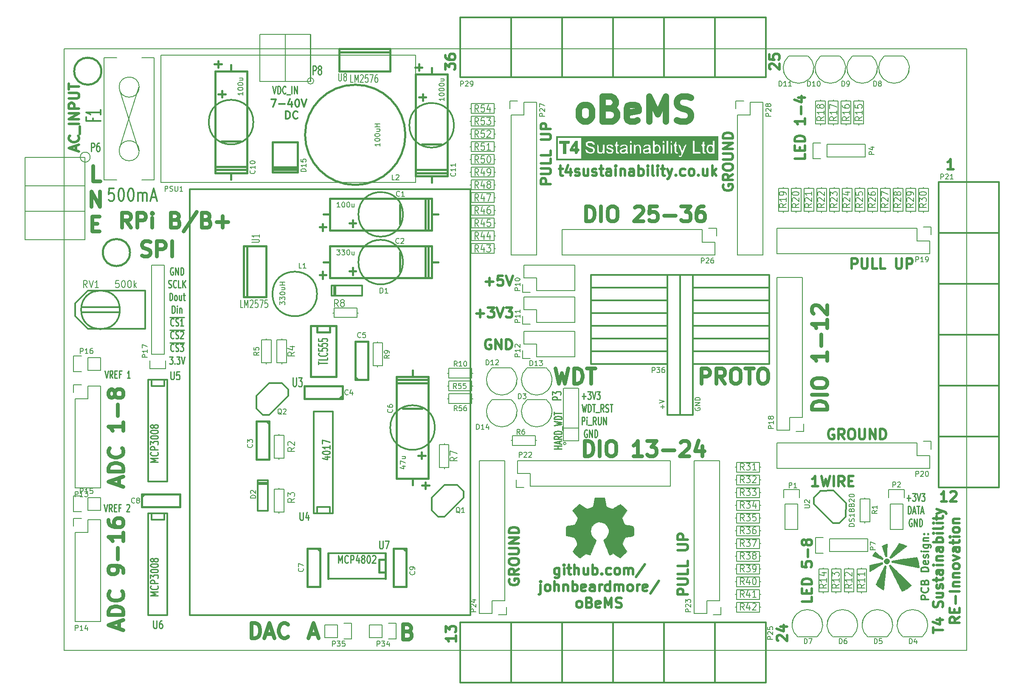
<source format=gbr>
G04 #@! TF.FileFunction,Legend,Top*
%FSLAX46Y46*%
G04 Gerber Fmt 4.6, Leading zero omitted, Abs format (unit mm)*
G04 Created by KiCad (PCBNEW 4.0.1-stable) date 20/12/2015 16:33:18*
%MOMM*%
G01*
G04 APERTURE LIST*
%ADD10C,0.100000*%
%ADD11C,0.300000*%
%ADD12C,0.375000*%
%ADD13C,0.500000*%
%ADD14C,1.250000*%
%ADD15C,0.250000*%
%ADD16C,0.750000*%
%ADD17C,0.400000*%
%ADD18C,0.304800*%
%ADD19C,0.200000*%
%ADD20C,0.381000*%
%ADD21C,0.150000*%
%ADD22C,0.002540*%
%ADD23C,0.203200*%
%ADD24C,0.271780*%
%ADD25C,0.254000*%
%ADD26C,0.285750*%
%ADD27C,0.287020*%
G04 APERTURE END LIST*
D10*
D11*
X114038573Y-46238571D02*
X115038573Y-46238571D01*
X114395716Y-47738571D01*
X115610001Y-47167143D02*
X116752858Y-47167143D01*
X118110001Y-46738571D02*
X118110001Y-47738571D01*
X117752858Y-46167143D02*
X117395715Y-47238571D01*
X118324287Y-47238571D01*
X119181429Y-46238571D02*
X119324286Y-46238571D01*
X119467143Y-46310000D01*
X119538572Y-46381429D01*
X119610001Y-46524286D01*
X119681429Y-46810000D01*
X119681429Y-47167143D01*
X119610001Y-47452857D01*
X119538572Y-47595714D01*
X119467143Y-47667143D01*
X119324286Y-47738571D01*
X119181429Y-47738571D01*
X119038572Y-47667143D01*
X118967143Y-47595714D01*
X118895715Y-47452857D01*
X118824286Y-47167143D01*
X118824286Y-46810000D01*
X118895715Y-46524286D01*
X118967143Y-46381429D01*
X119038572Y-46310000D01*
X119181429Y-46238571D01*
X120110000Y-46238571D02*
X120610000Y-47738571D01*
X121110000Y-46238571D01*
X116967143Y-50138571D02*
X116967143Y-48638571D01*
X117324286Y-48638571D01*
X117538571Y-48710000D01*
X117681429Y-48852857D01*
X117752857Y-48995714D01*
X117824286Y-49281429D01*
X117824286Y-49495714D01*
X117752857Y-49781429D01*
X117681429Y-49924286D01*
X117538571Y-50067143D01*
X117324286Y-50138571D01*
X116967143Y-50138571D01*
X119324286Y-49995714D02*
X119252857Y-50067143D01*
X119038571Y-50138571D01*
X118895714Y-50138571D01*
X118681429Y-50067143D01*
X118538571Y-49924286D01*
X118467143Y-49781429D01*
X118395714Y-49495714D01*
X118395714Y-49281429D01*
X118467143Y-48995714D01*
X118538571Y-48852857D01*
X118681429Y-48710000D01*
X118895714Y-48638571D01*
X119038571Y-48638571D01*
X119252857Y-48710000D01*
X119324286Y-48781429D01*
D12*
X245153571Y-146108714D02*
X243653571Y-146108714D01*
X243653571Y-145537286D01*
X243725000Y-145394428D01*
X243796429Y-145323000D01*
X243939286Y-145251571D01*
X244153571Y-145251571D01*
X244296429Y-145323000D01*
X244367857Y-145394428D01*
X244439286Y-145537286D01*
X244439286Y-146108714D01*
X245010714Y-143751571D02*
X245082143Y-143823000D01*
X245153571Y-144037286D01*
X245153571Y-144180143D01*
X245082143Y-144394428D01*
X244939286Y-144537286D01*
X244796429Y-144608714D01*
X244510714Y-144680143D01*
X244296429Y-144680143D01*
X244010714Y-144608714D01*
X243867857Y-144537286D01*
X243725000Y-144394428D01*
X243653571Y-144180143D01*
X243653571Y-144037286D01*
X243725000Y-143823000D01*
X243796429Y-143751571D01*
X244367857Y-142608714D02*
X244439286Y-142394428D01*
X244510714Y-142323000D01*
X244653571Y-142251571D01*
X244867857Y-142251571D01*
X245010714Y-142323000D01*
X245082143Y-142394428D01*
X245153571Y-142537286D01*
X245153571Y-143108714D01*
X243653571Y-143108714D01*
X243653571Y-142608714D01*
X243725000Y-142465857D01*
X243796429Y-142394428D01*
X243939286Y-142323000D01*
X244082143Y-142323000D01*
X244225000Y-142394428D01*
X244296429Y-142465857D01*
X244367857Y-142608714D01*
X244367857Y-143108714D01*
X245153571Y-140465857D02*
X243653571Y-140465857D01*
X243653571Y-140108714D01*
X243725000Y-139894429D01*
X243867857Y-139751571D01*
X244010714Y-139680143D01*
X244296429Y-139608714D01*
X244510714Y-139608714D01*
X244796429Y-139680143D01*
X244939286Y-139751571D01*
X245082143Y-139894429D01*
X245153571Y-140108714D01*
X245153571Y-140465857D01*
X245082143Y-138394429D02*
X245153571Y-138537286D01*
X245153571Y-138823000D01*
X245082143Y-138965857D01*
X244939286Y-139037286D01*
X244367857Y-139037286D01*
X244225000Y-138965857D01*
X244153571Y-138823000D01*
X244153571Y-138537286D01*
X244225000Y-138394429D01*
X244367857Y-138323000D01*
X244510714Y-138323000D01*
X244653571Y-139037286D01*
X245082143Y-137751572D02*
X245153571Y-137608715D01*
X245153571Y-137323000D01*
X245082143Y-137180143D01*
X244939286Y-137108715D01*
X244867857Y-137108715D01*
X244725000Y-137180143D01*
X244653571Y-137323000D01*
X244653571Y-137537286D01*
X244582143Y-137680143D01*
X244439286Y-137751572D01*
X244367857Y-137751572D01*
X244225000Y-137680143D01*
X244153571Y-137537286D01*
X244153571Y-137323000D01*
X244225000Y-137180143D01*
X245153571Y-136465857D02*
X244153571Y-136465857D01*
X243653571Y-136465857D02*
X243725000Y-136537286D01*
X243796429Y-136465857D01*
X243725000Y-136394429D01*
X243653571Y-136465857D01*
X243796429Y-136465857D01*
X244153571Y-135108714D02*
X245367857Y-135108714D01*
X245510714Y-135180143D01*
X245582143Y-135251571D01*
X245653571Y-135394428D01*
X245653571Y-135608714D01*
X245582143Y-135751571D01*
X245082143Y-135108714D02*
X245153571Y-135251571D01*
X245153571Y-135537285D01*
X245082143Y-135680143D01*
X245010714Y-135751571D01*
X244867857Y-135823000D01*
X244439286Y-135823000D01*
X244296429Y-135751571D01*
X244225000Y-135680143D01*
X244153571Y-135537285D01*
X244153571Y-135251571D01*
X244225000Y-135108714D01*
X244153571Y-134394428D02*
X245153571Y-134394428D01*
X244296429Y-134394428D02*
X244225000Y-134323000D01*
X244153571Y-134180142D01*
X244153571Y-133965857D01*
X244225000Y-133823000D01*
X244367857Y-133751571D01*
X245153571Y-133751571D01*
X245010714Y-133037285D02*
X245082143Y-132965857D01*
X245153571Y-133037285D01*
X245082143Y-133108714D01*
X245010714Y-133037285D01*
X245153571Y-133037285D01*
X244225000Y-133037285D02*
X244296429Y-132965857D01*
X244367857Y-133037285D01*
X244296429Y-133108714D01*
X244225000Y-133037285D01*
X244367857Y-133037285D01*
D13*
X246047762Y-152763573D02*
X246047762Y-151620716D01*
X248047762Y-152192144D02*
X246047762Y-152192144D01*
X246714429Y-150096906D02*
X248047762Y-150096906D01*
X245952524Y-150573096D02*
X247381095Y-151049287D01*
X247381095Y-149811191D01*
X247952524Y-147620715D02*
X248047762Y-147335000D01*
X248047762Y-146858810D01*
X247952524Y-146668334D01*
X247857286Y-146573096D01*
X247666810Y-146477857D01*
X247476333Y-146477857D01*
X247285857Y-146573096D01*
X247190619Y-146668334D01*
X247095381Y-146858810D01*
X247000143Y-147239762D01*
X246904905Y-147430238D01*
X246809667Y-147525477D01*
X246619190Y-147620715D01*
X246428714Y-147620715D01*
X246238238Y-147525477D01*
X246143000Y-147430238D01*
X246047762Y-147239762D01*
X246047762Y-146763572D01*
X246143000Y-146477857D01*
X246714429Y-144763572D02*
X248047762Y-144763572D01*
X246714429Y-145620715D02*
X247762048Y-145620715D01*
X247952524Y-145525476D01*
X248047762Y-145335000D01*
X248047762Y-145049286D01*
X247952524Y-144858810D01*
X247857286Y-144763572D01*
X247952524Y-143906429D02*
X248047762Y-143715952D01*
X248047762Y-143335000D01*
X247952524Y-143144524D01*
X247762048Y-143049286D01*
X247666810Y-143049286D01*
X247476333Y-143144524D01*
X247381095Y-143335000D01*
X247381095Y-143620714D01*
X247285857Y-143811191D01*
X247095381Y-143906429D01*
X247000143Y-143906429D01*
X246809667Y-143811191D01*
X246714429Y-143620714D01*
X246714429Y-143335000D01*
X246809667Y-143144524D01*
X246714429Y-142477857D02*
X246714429Y-141715952D01*
X246047762Y-142192143D02*
X247762048Y-142192143D01*
X247952524Y-142096904D01*
X248047762Y-141906428D01*
X248047762Y-141715952D01*
X248047762Y-140192143D02*
X247000143Y-140192143D01*
X246809667Y-140287381D01*
X246714429Y-140477857D01*
X246714429Y-140858809D01*
X246809667Y-141049286D01*
X247952524Y-140192143D02*
X248047762Y-140382619D01*
X248047762Y-140858809D01*
X247952524Y-141049286D01*
X247762048Y-141144524D01*
X247571571Y-141144524D01*
X247381095Y-141049286D01*
X247285857Y-140858809D01*
X247285857Y-140382619D01*
X247190619Y-140192143D01*
X248047762Y-139239762D02*
X246714429Y-139239762D01*
X246047762Y-139239762D02*
X246143000Y-139335000D01*
X246238238Y-139239762D01*
X246143000Y-139144523D01*
X246047762Y-139239762D01*
X246238238Y-139239762D01*
X246714429Y-138287381D02*
X248047762Y-138287381D01*
X246904905Y-138287381D02*
X246809667Y-138192142D01*
X246714429Y-138001666D01*
X246714429Y-137715952D01*
X246809667Y-137525476D01*
X247000143Y-137430238D01*
X248047762Y-137430238D01*
X248047762Y-135620714D02*
X247000143Y-135620714D01*
X246809667Y-135715952D01*
X246714429Y-135906428D01*
X246714429Y-136287380D01*
X246809667Y-136477857D01*
X247952524Y-135620714D02*
X248047762Y-135811190D01*
X248047762Y-136287380D01*
X247952524Y-136477857D01*
X247762048Y-136573095D01*
X247571571Y-136573095D01*
X247381095Y-136477857D01*
X247285857Y-136287380D01*
X247285857Y-135811190D01*
X247190619Y-135620714D01*
X248047762Y-134668333D02*
X246047762Y-134668333D01*
X246809667Y-134668333D02*
X246714429Y-134477856D01*
X246714429Y-134096904D01*
X246809667Y-133906428D01*
X246904905Y-133811190D01*
X247095381Y-133715952D01*
X247666810Y-133715952D01*
X247857286Y-133811190D01*
X247952524Y-133906428D01*
X248047762Y-134096904D01*
X248047762Y-134477856D01*
X247952524Y-134668333D01*
X248047762Y-132858809D02*
X246714429Y-132858809D01*
X246047762Y-132858809D02*
X246143000Y-132954047D01*
X246238238Y-132858809D01*
X246143000Y-132763570D01*
X246047762Y-132858809D01*
X246238238Y-132858809D01*
X248047762Y-131620713D02*
X247952524Y-131811189D01*
X247762048Y-131906428D01*
X246047762Y-131906428D01*
X248047762Y-130858809D02*
X246714429Y-130858809D01*
X246047762Y-130858809D02*
X246143000Y-130954047D01*
X246238238Y-130858809D01*
X246143000Y-130763570D01*
X246047762Y-130858809D01*
X246238238Y-130858809D01*
X246714429Y-130192142D02*
X246714429Y-129430237D01*
X246047762Y-129906428D02*
X247762048Y-129906428D01*
X247952524Y-129811189D01*
X248047762Y-129620713D01*
X248047762Y-129430237D01*
X246714429Y-128954047D02*
X248047762Y-128477856D01*
X246714429Y-128001666D02*
X248047762Y-128477856D01*
X248523952Y-128668332D01*
X248619190Y-128763571D01*
X248714429Y-128954047D01*
X251347762Y-149573095D02*
X250395381Y-150239762D01*
X251347762Y-150715953D02*
X249347762Y-150715953D01*
X249347762Y-149954048D01*
X249443000Y-149763572D01*
X249538238Y-149668333D01*
X249728714Y-149573095D01*
X250014429Y-149573095D01*
X250204905Y-149668333D01*
X250300143Y-149763572D01*
X250395381Y-149954048D01*
X250395381Y-150715953D01*
X250300143Y-148715953D02*
X250300143Y-148049286D01*
X251347762Y-147763572D02*
X251347762Y-148715953D01*
X249347762Y-148715953D01*
X249347762Y-147763572D01*
X250585857Y-146906429D02*
X250585857Y-145382619D01*
X251347762Y-144430239D02*
X249347762Y-144430239D01*
X250014429Y-143477858D02*
X251347762Y-143477858D01*
X250204905Y-143477858D02*
X250109667Y-143382619D01*
X250014429Y-143192143D01*
X250014429Y-142906429D01*
X250109667Y-142715953D01*
X250300143Y-142620715D01*
X251347762Y-142620715D01*
X250014429Y-141668334D02*
X251347762Y-141668334D01*
X250204905Y-141668334D02*
X250109667Y-141573095D01*
X250014429Y-141382619D01*
X250014429Y-141096905D01*
X250109667Y-140906429D01*
X250300143Y-140811191D01*
X251347762Y-140811191D01*
X251347762Y-139573095D02*
X251252524Y-139763571D01*
X251157286Y-139858810D01*
X250966810Y-139954048D01*
X250395381Y-139954048D01*
X250204905Y-139858810D01*
X250109667Y-139763571D01*
X250014429Y-139573095D01*
X250014429Y-139287381D01*
X250109667Y-139096905D01*
X250204905Y-139001667D01*
X250395381Y-138906429D01*
X250966810Y-138906429D01*
X251157286Y-139001667D01*
X251252524Y-139096905D01*
X251347762Y-139287381D01*
X251347762Y-139573095D01*
X250014429Y-138239762D02*
X251347762Y-137763571D01*
X250014429Y-137287381D01*
X251347762Y-135668333D02*
X250300143Y-135668333D01*
X250109667Y-135763571D01*
X250014429Y-135954047D01*
X250014429Y-136334999D01*
X250109667Y-136525476D01*
X251252524Y-135668333D02*
X251347762Y-135858809D01*
X251347762Y-136334999D01*
X251252524Y-136525476D01*
X251062048Y-136620714D01*
X250871571Y-136620714D01*
X250681095Y-136525476D01*
X250585857Y-136334999D01*
X250585857Y-135858809D01*
X250490619Y-135668333D01*
X250014429Y-135001666D02*
X250014429Y-134239761D01*
X249347762Y-134715952D02*
X251062048Y-134715952D01*
X251252524Y-134620713D01*
X251347762Y-134430237D01*
X251347762Y-134239761D01*
X251347762Y-133573095D02*
X250014429Y-133573095D01*
X249347762Y-133573095D02*
X249443000Y-133668333D01*
X249538238Y-133573095D01*
X249443000Y-133477856D01*
X249347762Y-133573095D01*
X249538238Y-133573095D01*
X251347762Y-132334999D02*
X251252524Y-132525475D01*
X251157286Y-132620714D01*
X250966810Y-132715952D01*
X250395381Y-132715952D01*
X250204905Y-132620714D01*
X250109667Y-132525475D01*
X250014429Y-132334999D01*
X250014429Y-132049285D01*
X250109667Y-131858809D01*
X250204905Y-131763571D01*
X250395381Y-131668333D01*
X250966810Y-131668333D01*
X251157286Y-131763571D01*
X251252524Y-131858809D01*
X251347762Y-132049285D01*
X251347762Y-132334999D01*
X250014429Y-130811190D02*
X251347762Y-130811190D01*
X250204905Y-130811190D02*
X250109667Y-130715951D01*
X250014429Y-130525475D01*
X250014429Y-130239761D01*
X250109667Y-130049285D01*
X250300143Y-129954047D01*
X251347762Y-129954047D01*
X171498618Y-139781429D02*
X171498618Y-141400476D01*
X171403380Y-141590952D01*
X171308142Y-141686190D01*
X171117666Y-141781429D01*
X170831952Y-141781429D01*
X170641475Y-141686190D01*
X171498618Y-141019524D02*
X171308142Y-141114762D01*
X170927190Y-141114762D01*
X170736714Y-141019524D01*
X170641475Y-140924286D01*
X170546237Y-140733810D01*
X170546237Y-140162381D01*
X170641475Y-139971905D01*
X170736714Y-139876667D01*
X170927190Y-139781429D01*
X171308142Y-139781429D01*
X171498618Y-139876667D01*
X172450999Y-141114762D02*
X172450999Y-139781429D01*
X172450999Y-139114762D02*
X172355761Y-139210000D01*
X172450999Y-139305238D01*
X172546238Y-139210000D01*
X172450999Y-139114762D01*
X172450999Y-139305238D01*
X173117666Y-139781429D02*
X173879571Y-139781429D01*
X173403380Y-139114762D02*
X173403380Y-140829048D01*
X173498619Y-141019524D01*
X173689095Y-141114762D01*
X173879571Y-141114762D01*
X174546237Y-141114762D02*
X174546237Y-139114762D01*
X175403380Y-141114762D02*
X175403380Y-140067143D01*
X175308142Y-139876667D01*
X175117666Y-139781429D01*
X174831952Y-139781429D01*
X174641476Y-139876667D01*
X174546237Y-139971905D01*
X177212904Y-139781429D02*
X177212904Y-141114762D01*
X176355761Y-139781429D02*
X176355761Y-140829048D01*
X176451000Y-141019524D01*
X176641476Y-141114762D01*
X176927190Y-141114762D01*
X177117666Y-141019524D01*
X177212904Y-140924286D01*
X178165285Y-141114762D02*
X178165285Y-139114762D01*
X178165285Y-139876667D02*
X178355762Y-139781429D01*
X178736714Y-139781429D01*
X178927190Y-139876667D01*
X179022428Y-139971905D01*
X179117666Y-140162381D01*
X179117666Y-140733810D01*
X179022428Y-140924286D01*
X178927190Y-141019524D01*
X178736714Y-141114762D01*
X178355762Y-141114762D01*
X178165285Y-141019524D01*
X179974809Y-140924286D02*
X180070048Y-141019524D01*
X179974809Y-141114762D01*
X179879571Y-141019524D01*
X179974809Y-140924286D01*
X179974809Y-141114762D01*
X181784333Y-141019524D02*
X181593857Y-141114762D01*
X181212905Y-141114762D01*
X181022429Y-141019524D01*
X180927190Y-140924286D01*
X180831952Y-140733810D01*
X180831952Y-140162381D01*
X180927190Y-139971905D01*
X181022429Y-139876667D01*
X181212905Y-139781429D01*
X181593857Y-139781429D01*
X181784333Y-139876667D01*
X182927191Y-141114762D02*
X182736715Y-141019524D01*
X182641476Y-140924286D01*
X182546238Y-140733810D01*
X182546238Y-140162381D01*
X182641476Y-139971905D01*
X182736715Y-139876667D01*
X182927191Y-139781429D01*
X183212905Y-139781429D01*
X183403381Y-139876667D01*
X183498619Y-139971905D01*
X183593857Y-140162381D01*
X183593857Y-140733810D01*
X183498619Y-140924286D01*
X183403381Y-141019524D01*
X183212905Y-141114762D01*
X182927191Y-141114762D01*
X184451000Y-141114762D02*
X184451000Y-139781429D01*
X184451000Y-139971905D02*
X184546239Y-139876667D01*
X184736715Y-139781429D01*
X185022429Y-139781429D01*
X185212905Y-139876667D01*
X185308143Y-140067143D01*
X185308143Y-141114762D01*
X185308143Y-140067143D02*
X185403381Y-139876667D01*
X185593858Y-139781429D01*
X185879572Y-139781429D01*
X186070048Y-139876667D01*
X186165286Y-140067143D01*
X186165286Y-141114762D01*
X188546239Y-139019524D02*
X186831953Y-141590952D01*
X167784332Y-143081429D02*
X167784332Y-144795714D01*
X167689094Y-144986190D01*
X167498618Y-145081429D01*
X167403380Y-145081429D01*
X167784332Y-142414762D02*
X167689094Y-142510000D01*
X167784332Y-142605238D01*
X167879571Y-142510000D01*
X167784332Y-142414762D01*
X167784332Y-142605238D01*
X169022428Y-144414762D02*
X168831952Y-144319524D01*
X168736713Y-144224286D01*
X168641475Y-144033810D01*
X168641475Y-143462381D01*
X168736713Y-143271905D01*
X168831952Y-143176667D01*
X169022428Y-143081429D01*
X169308142Y-143081429D01*
X169498618Y-143176667D01*
X169593856Y-143271905D01*
X169689094Y-143462381D01*
X169689094Y-144033810D01*
X169593856Y-144224286D01*
X169498618Y-144319524D01*
X169308142Y-144414762D01*
X169022428Y-144414762D01*
X170546237Y-144414762D02*
X170546237Y-142414762D01*
X171403380Y-144414762D02*
X171403380Y-143367143D01*
X171308142Y-143176667D01*
X171117666Y-143081429D01*
X170831952Y-143081429D01*
X170641476Y-143176667D01*
X170546237Y-143271905D01*
X172355761Y-143081429D02*
X172355761Y-144414762D01*
X172355761Y-143271905D02*
X172451000Y-143176667D01*
X172641476Y-143081429D01*
X172927190Y-143081429D01*
X173117666Y-143176667D01*
X173212904Y-143367143D01*
X173212904Y-144414762D01*
X174165285Y-144414762D02*
X174165285Y-142414762D01*
X174165285Y-143176667D02*
X174355762Y-143081429D01*
X174736714Y-143081429D01*
X174927190Y-143176667D01*
X175022428Y-143271905D01*
X175117666Y-143462381D01*
X175117666Y-144033810D01*
X175022428Y-144224286D01*
X174927190Y-144319524D01*
X174736714Y-144414762D01*
X174355762Y-144414762D01*
X174165285Y-144319524D01*
X176736714Y-144319524D02*
X176546238Y-144414762D01*
X176165286Y-144414762D01*
X175974809Y-144319524D01*
X175879571Y-144129048D01*
X175879571Y-143367143D01*
X175974809Y-143176667D01*
X176165286Y-143081429D01*
X176546238Y-143081429D01*
X176736714Y-143176667D01*
X176831952Y-143367143D01*
X176831952Y-143557619D01*
X175879571Y-143748095D01*
X178546238Y-144414762D02*
X178546238Y-143367143D01*
X178451000Y-143176667D01*
X178260524Y-143081429D01*
X177879572Y-143081429D01*
X177689095Y-143176667D01*
X178546238Y-144319524D02*
X178355762Y-144414762D01*
X177879572Y-144414762D01*
X177689095Y-144319524D01*
X177593857Y-144129048D01*
X177593857Y-143938571D01*
X177689095Y-143748095D01*
X177879572Y-143652857D01*
X178355762Y-143652857D01*
X178546238Y-143557619D01*
X179498619Y-144414762D02*
X179498619Y-143081429D01*
X179498619Y-143462381D02*
X179593858Y-143271905D01*
X179689096Y-143176667D01*
X179879572Y-143081429D01*
X180070048Y-143081429D01*
X181593857Y-144414762D02*
X181593857Y-142414762D01*
X181593857Y-144319524D02*
X181403381Y-144414762D01*
X181022429Y-144414762D01*
X180831953Y-144319524D01*
X180736714Y-144224286D01*
X180641476Y-144033810D01*
X180641476Y-143462381D01*
X180736714Y-143271905D01*
X180831953Y-143176667D01*
X181022429Y-143081429D01*
X181403381Y-143081429D01*
X181593857Y-143176667D01*
X182546238Y-144414762D02*
X182546238Y-143081429D01*
X182546238Y-143271905D02*
X182641477Y-143176667D01*
X182831953Y-143081429D01*
X183117667Y-143081429D01*
X183308143Y-143176667D01*
X183403381Y-143367143D01*
X183403381Y-144414762D01*
X183403381Y-143367143D02*
X183498619Y-143176667D01*
X183689096Y-143081429D01*
X183974810Y-143081429D01*
X184165286Y-143176667D01*
X184260524Y-143367143D01*
X184260524Y-144414762D01*
X185498620Y-144414762D02*
X185308144Y-144319524D01*
X185212905Y-144224286D01*
X185117667Y-144033810D01*
X185117667Y-143462381D01*
X185212905Y-143271905D01*
X185308144Y-143176667D01*
X185498620Y-143081429D01*
X185784334Y-143081429D01*
X185974810Y-143176667D01*
X186070048Y-143271905D01*
X186165286Y-143462381D01*
X186165286Y-144033810D01*
X186070048Y-144224286D01*
X185974810Y-144319524D01*
X185784334Y-144414762D01*
X185498620Y-144414762D01*
X187022429Y-144414762D02*
X187022429Y-143081429D01*
X187022429Y-143462381D02*
X187117668Y-143271905D01*
X187212906Y-143176667D01*
X187403382Y-143081429D01*
X187593858Y-143081429D01*
X189022429Y-144319524D02*
X188831953Y-144414762D01*
X188451001Y-144414762D01*
X188260524Y-144319524D01*
X188165286Y-144129048D01*
X188165286Y-143367143D01*
X188260524Y-143176667D01*
X188451001Y-143081429D01*
X188831953Y-143081429D01*
X189022429Y-143176667D01*
X189117667Y-143367143D01*
X189117667Y-143557619D01*
X188165286Y-143748095D01*
X191403382Y-142319524D02*
X189689096Y-144890952D01*
X175355762Y-147714762D02*
X175165286Y-147619524D01*
X175070047Y-147524286D01*
X174974809Y-147333810D01*
X174974809Y-146762381D01*
X175070047Y-146571905D01*
X175165286Y-146476667D01*
X175355762Y-146381429D01*
X175641476Y-146381429D01*
X175831952Y-146476667D01*
X175927190Y-146571905D01*
X176022428Y-146762381D01*
X176022428Y-147333810D01*
X175927190Y-147524286D01*
X175831952Y-147619524D01*
X175641476Y-147714762D01*
X175355762Y-147714762D01*
X177546238Y-146667143D02*
X177831952Y-146762381D01*
X177927191Y-146857619D01*
X178022429Y-147048095D01*
X178022429Y-147333810D01*
X177927191Y-147524286D01*
X177831952Y-147619524D01*
X177641476Y-147714762D01*
X176879571Y-147714762D01*
X176879571Y-145714762D01*
X177546238Y-145714762D01*
X177736714Y-145810000D01*
X177831952Y-145905238D01*
X177927191Y-146095714D01*
X177927191Y-146286190D01*
X177831952Y-146476667D01*
X177736714Y-146571905D01*
X177546238Y-146667143D01*
X176879571Y-146667143D01*
X179641476Y-147619524D02*
X179451000Y-147714762D01*
X179070048Y-147714762D01*
X178879571Y-147619524D01*
X178784333Y-147429048D01*
X178784333Y-146667143D01*
X178879571Y-146476667D01*
X179070048Y-146381429D01*
X179451000Y-146381429D01*
X179641476Y-146476667D01*
X179736714Y-146667143D01*
X179736714Y-146857619D01*
X178784333Y-147048095D01*
X180593857Y-147714762D02*
X180593857Y-145714762D01*
X181260524Y-147143333D01*
X181927191Y-145714762D01*
X181927191Y-147714762D01*
X182784333Y-147619524D02*
X183070048Y-147714762D01*
X183546238Y-147714762D01*
X183736714Y-147619524D01*
X183831952Y-147524286D01*
X183927191Y-147333810D01*
X183927191Y-147143333D01*
X183831952Y-146952857D01*
X183736714Y-146857619D01*
X183546238Y-146762381D01*
X183165286Y-146667143D01*
X182974810Y-146571905D01*
X182879571Y-146476667D01*
X182784333Y-146286190D01*
X182784333Y-146095714D01*
X182879571Y-145905238D01*
X182974810Y-145810000D01*
X183165286Y-145714762D01*
X183641476Y-145714762D01*
X183927191Y-145810000D01*
X171436094Y-60150429D02*
X172197999Y-60150429D01*
X171721808Y-59483762D02*
X171721808Y-61198048D01*
X171817047Y-61388524D01*
X172007523Y-61483762D01*
X172197999Y-61483762D01*
X173721808Y-60150429D02*
X173721808Y-61483762D01*
X173245618Y-59388524D02*
X172769427Y-60817095D01*
X174007523Y-60817095D01*
X174674189Y-61388524D02*
X174864666Y-61483762D01*
X175245618Y-61483762D01*
X175436094Y-61388524D01*
X175531332Y-61198048D01*
X175531332Y-61102810D01*
X175436094Y-60912333D01*
X175245618Y-60817095D01*
X174959904Y-60817095D01*
X174769427Y-60721857D01*
X174674189Y-60531381D01*
X174674189Y-60436143D01*
X174769427Y-60245667D01*
X174959904Y-60150429D01*
X175245618Y-60150429D01*
X175436094Y-60245667D01*
X177245618Y-60150429D02*
X177245618Y-61483762D01*
X176388475Y-60150429D02*
X176388475Y-61198048D01*
X176483714Y-61388524D01*
X176674190Y-61483762D01*
X176959904Y-61483762D01*
X177150380Y-61388524D01*
X177245618Y-61293286D01*
X178102761Y-61388524D02*
X178293238Y-61483762D01*
X178674190Y-61483762D01*
X178864666Y-61388524D01*
X178959904Y-61198048D01*
X178959904Y-61102810D01*
X178864666Y-60912333D01*
X178674190Y-60817095D01*
X178388476Y-60817095D01*
X178197999Y-60721857D01*
X178102761Y-60531381D01*
X178102761Y-60436143D01*
X178197999Y-60245667D01*
X178388476Y-60150429D01*
X178674190Y-60150429D01*
X178864666Y-60245667D01*
X179531333Y-60150429D02*
X180293238Y-60150429D01*
X179817047Y-59483762D02*
X179817047Y-61198048D01*
X179912286Y-61388524D01*
X180102762Y-61483762D01*
X180293238Y-61483762D01*
X181817047Y-61483762D02*
X181817047Y-60436143D01*
X181721809Y-60245667D01*
X181531333Y-60150429D01*
X181150381Y-60150429D01*
X180959904Y-60245667D01*
X181817047Y-61388524D02*
X181626571Y-61483762D01*
X181150381Y-61483762D01*
X180959904Y-61388524D01*
X180864666Y-61198048D01*
X180864666Y-61007571D01*
X180959904Y-60817095D01*
X181150381Y-60721857D01*
X181626571Y-60721857D01*
X181817047Y-60626619D01*
X182769428Y-61483762D02*
X182769428Y-60150429D01*
X182769428Y-59483762D02*
X182674190Y-59579000D01*
X182769428Y-59674238D01*
X182864667Y-59579000D01*
X182769428Y-59483762D01*
X182769428Y-59674238D01*
X183721809Y-60150429D02*
X183721809Y-61483762D01*
X183721809Y-60340905D02*
X183817048Y-60245667D01*
X184007524Y-60150429D01*
X184293238Y-60150429D01*
X184483714Y-60245667D01*
X184578952Y-60436143D01*
X184578952Y-61483762D01*
X186388476Y-61483762D02*
X186388476Y-60436143D01*
X186293238Y-60245667D01*
X186102762Y-60150429D01*
X185721810Y-60150429D01*
X185531333Y-60245667D01*
X186388476Y-61388524D02*
X186198000Y-61483762D01*
X185721810Y-61483762D01*
X185531333Y-61388524D01*
X185436095Y-61198048D01*
X185436095Y-61007571D01*
X185531333Y-60817095D01*
X185721810Y-60721857D01*
X186198000Y-60721857D01*
X186388476Y-60626619D01*
X187340857Y-61483762D02*
X187340857Y-59483762D01*
X187340857Y-60245667D02*
X187531334Y-60150429D01*
X187912286Y-60150429D01*
X188102762Y-60245667D01*
X188198000Y-60340905D01*
X188293238Y-60531381D01*
X188293238Y-61102810D01*
X188198000Y-61293286D01*
X188102762Y-61388524D01*
X187912286Y-61483762D01*
X187531334Y-61483762D01*
X187340857Y-61388524D01*
X189150381Y-61483762D02*
X189150381Y-60150429D01*
X189150381Y-59483762D02*
X189055143Y-59579000D01*
X189150381Y-59674238D01*
X189245620Y-59579000D01*
X189150381Y-59483762D01*
X189150381Y-59674238D01*
X190388477Y-61483762D02*
X190198001Y-61388524D01*
X190102762Y-61198048D01*
X190102762Y-59483762D01*
X191150381Y-61483762D02*
X191150381Y-60150429D01*
X191150381Y-59483762D02*
X191055143Y-59579000D01*
X191150381Y-59674238D01*
X191245620Y-59579000D01*
X191150381Y-59483762D01*
X191150381Y-59674238D01*
X191817048Y-60150429D02*
X192578953Y-60150429D01*
X192102762Y-59483762D02*
X192102762Y-61198048D01*
X192198001Y-61388524D01*
X192388477Y-61483762D01*
X192578953Y-61483762D01*
X193055143Y-60150429D02*
X193531334Y-61483762D01*
X194007524Y-60150429D02*
X193531334Y-61483762D01*
X193340858Y-61959952D01*
X193245619Y-62055190D01*
X193055143Y-62150429D01*
X194769429Y-61293286D02*
X194864668Y-61388524D01*
X194769429Y-61483762D01*
X194674191Y-61388524D01*
X194769429Y-61293286D01*
X194769429Y-61483762D01*
X196578953Y-61388524D02*
X196388477Y-61483762D01*
X196007525Y-61483762D01*
X195817049Y-61388524D01*
X195721810Y-61293286D01*
X195626572Y-61102810D01*
X195626572Y-60531381D01*
X195721810Y-60340905D01*
X195817049Y-60245667D01*
X196007525Y-60150429D01*
X196388477Y-60150429D01*
X196578953Y-60245667D01*
X197721811Y-61483762D02*
X197531335Y-61388524D01*
X197436096Y-61293286D01*
X197340858Y-61102810D01*
X197340858Y-60531381D01*
X197436096Y-60340905D01*
X197531335Y-60245667D01*
X197721811Y-60150429D01*
X198007525Y-60150429D01*
X198198001Y-60245667D01*
X198293239Y-60340905D01*
X198388477Y-60531381D01*
X198388477Y-61102810D01*
X198293239Y-61293286D01*
X198198001Y-61388524D01*
X198007525Y-61483762D01*
X197721811Y-61483762D01*
X199245620Y-61293286D02*
X199340859Y-61388524D01*
X199245620Y-61483762D01*
X199150382Y-61388524D01*
X199245620Y-61293286D01*
X199245620Y-61483762D01*
X201055144Y-60150429D02*
X201055144Y-61483762D01*
X200198001Y-60150429D02*
X200198001Y-61198048D01*
X200293240Y-61388524D01*
X200483716Y-61483762D01*
X200769430Y-61483762D01*
X200959906Y-61388524D01*
X201055144Y-61293286D01*
X202007525Y-61483762D02*
X202007525Y-59483762D01*
X202198002Y-60721857D02*
X202769430Y-61483762D01*
X202769430Y-60150429D02*
X202007525Y-60912333D01*
D14*
X176324905Y-50648905D02*
X175848714Y-50410810D01*
X175610619Y-50172714D01*
X175372524Y-49696524D01*
X175372524Y-48267952D01*
X175610619Y-47791762D01*
X175848714Y-47553667D01*
X176324905Y-47315571D01*
X177039191Y-47315571D01*
X177515381Y-47553667D01*
X177753476Y-47791762D01*
X177991572Y-48267952D01*
X177991572Y-49696524D01*
X177753476Y-50172714D01*
X177515381Y-50410810D01*
X177039191Y-50648905D01*
X176324905Y-50648905D01*
X181801096Y-48029857D02*
X182515382Y-48267952D01*
X182753477Y-48506048D01*
X182991572Y-48982238D01*
X182991572Y-49696524D01*
X182753477Y-50172714D01*
X182515382Y-50410810D01*
X182039191Y-50648905D01*
X180134429Y-50648905D01*
X180134429Y-45648905D01*
X181801096Y-45648905D01*
X182277286Y-45887000D01*
X182515382Y-46125095D01*
X182753477Y-46601286D01*
X182753477Y-47077476D01*
X182515382Y-47553667D01*
X182277286Y-47791762D01*
X181801096Y-48029857D01*
X180134429Y-48029857D01*
X187039191Y-50410810D02*
X186563001Y-50648905D01*
X185610620Y-50648905D01*
X185134429Y-50410810D01*
X184896334Y-49934619D01*
X184896334Y-48029857D01*
X185134429Y-47553667D01*
X185610620Y-47315571D01*
X186563001Y-47315571D01*
X187039191Y-47553667D01*
X187277286Y-48029857D01*
X187277286Y-48506048D01*
X184896334Y-48982238D01*
X189420143Y-50648905D02*
X189420143Y-45648905D01*
X191086810Y-49220333D01*
X192753477Y-45648905D01*
X192753477Y-50648905D01*
X194896334Y-50410810D02*
X195610620Y-50648905D01*
X196801096Y-50648905D01*
X197277286Y-50410810D01*
X197515382Y-50172714D01*
X197753477Y-49696524D01*
X197753477Y-49220333D01*
X197515382Y-48744143D01*
X197277286Y-48506048D01*
X196801096Y-48267952D01*
X195848715Y-48029857D01*
X195372524Y-47791762D01*
X195134429Y-47553667D01*
X194896334Y-47077476D01*
X194896334Y-46601286D01*
X195134429Y-46125095D01*
X195372524Y-45887000D01*
X195848715Y-45648905D01*
X197039191Y-45648905D01*
X197753477Y-45887000D01*
D15*
X176038095Y-105517143D02*
X176800000Y-105517143D01*
X176419048Y-106088571D02*
X176419048Y-104945714D01*
X177180952Y-104588571D02*
X177800000Y-104588571D01*
X177466666Y-105160000D01*
X177609524Y-105160000D01*
X177704762Y-105231429D01*
X177752381Y-105302857D01*
X177800000Y-105445714D01*
X177800000Y-105802857D01*
X177752381Y-105945714D01*
X177704762Y-106017143D01*
X177609524Y-106088571D01*
X177323809Y-106088571D01*
X177228571Y-106017143D01*
X177180952Y-105945714D01*
X178085714Y-104588571D02*
X178419047Y-106088571D01*
X178752381Y-104588571D01*
X178990476Y-104588571D02*
X179609524Y-104588571D01*
X179276190Y-105160000D01*
X179419048Y-105160000D01*
X179514286Y-105231429D01*
X179561905Y-105302857D01*
X179609524Y-105445714D01*
X179609524Y-105802857D01*
X179561905Y-105945714D01*
X179514286Y-106017143D01*
X179419048Y-106088571D01*
X179133333Y-106088571D01*
X179038095Y-106017143D01*
X178990476Y-105945714D01*
X177038096Y-112280000D02*
X176942858Y-112208571D01*
X176800001Y-112208571D01*
X176657143Y-112280000D01*
X176561905Y-112422857D01*
X176514286Y-112565714D01*
X176466667Y-112851429D01*
X176466667Y-113065714D01*
X176514286Y-113351429D01*
X176561905Y-113494286D01*
X176657143Y-113637143D01*
X176800001Y-113708571D01*
X176895239Y-113708571D01*
X177038096Y-113637143D01*
X177085715Y-113565714D01*
X177085715Y-113065714D01*
X176895239Y-113065714D01*
X177514286Y-113708571D02*
X177514286Y-112208571D01*
X178085715Y-113708571D01*
X178085715Y-112208571D01*
X178561905Y-113708571D02*
X178561905Y-112208571D01*
X178800000Y-112208571D01*
X178942858Y-112280000D01*
X179038096Y-112422857D01*
X179085715Y-112565714D01*
X179133334Y-112851429D01*
X179133334Y-113065714D01*
X179085715Y-113351429D01*
X179038096Y-113494286D01*
X178942858Y-113637143D01*
X178800000Y-113708571D01*
X178561905Y-113708571D01*
X176022381Y-107128571D02*
X176260476Y-108628571D01*
X176450953Y-107557143D01*
X176641429Y-108628571D01*
X176879524Y-107128571D01*
X177260476Y-108628571D02*
X177260476Y-107128571D01*
X177498571Y-107128571D01*
X177641429Y-107200000D01*
X177736667Y-107342857D01*
X177784286Y-107485714D01*
X177831905Y-107771429D01*
X177831905Y-107985714D01*
X177784286Y-108271429D01*
X177736667Y-108414286D01*
X177641429Y-108557143D01*
X177498571Y-108628571D01*
X177260476Y-108628571D01*
X178117619Y-107128571D02*
X178689048Y-107128571D01*
X178403333Y-108628571D02*
X178403333Y-107128571D01*
X178784286Y-108771429D02*
X179546191Y-108771429D01*
X180355715Y-108628571D02*
X180022381Y-107914286D01*
X179784286Y-108628571D02*
X179784286Y-107128571D01*
X180165239Y-107128571D01*
X180260477Y-107200000D01*
X180308096Y-107271429D01*
X180355715Y-107414286D01*
X180355715Y-107628571D01*
X180308096Y-107771429D01*
X180260477Y-107842857D01*
X180165239Y-107914286D01*
X179784286Y-107914286D01*
X180736667Y-108557143D02*
X180879524Y-108628571D01*
X181117620Y-108628571D01*
X181212858Y-108557143D01*
X181260477Y-108485714D01*
X181308096Y-108342857D01*
X181308096Y-108200000D01*
X181260477Y-108057143D01*
X181212858Y-107985714D01*
X181117620Y-107914286D01*
X180927143Y-107842857D01*
X180831905Y-107771429D01*
X180784286Y-107700000D01*
X180736667Y-107557143D01*
X180736667Y-107414286D01*
X180784286Y-107271429D01*
X180831905Y-107200000D01*
X180927143Y-107128571D01*
X181165239Y-107128571D01*
X181308096Y-107200000D01*
X181593810Y-107128571D02*
X182165239Y-107128571D01*
X181879524Y-108628571D02*
X181879524Y-107128571D01*
X94488096Y-79895000D02*
X94392858Y-79823571D01*
X94250001Y-79823571D01*
X94107143Y-79895000D01*
X94011905Y-80037857D01*
X93964286Y-80180714D01*
X93916667Y-80466429D01*
X93916667Y-80680714D01*
X93964286Y-80966429D01*
X94011905Y-81109286D01*
X94107143Y-81252143D01*
X94250001Y-81323571D01*
X94345239Y-81323571D01*
X94488096Y-81252143D01*
X94535715Y-81180714D01*
X94535715Y-80680714D01*
X94345239Y-80680714D01*
X94964286Y-81323571D02*
X94964286Y-79823571D01*
X95535715Y-81323571D01*
X95535715Y-79823571D01*
X96011905Y-81323571D02*
X96011905Y-79823571D01*
X96250000Y-79823571D01*
X96392858Y-79895000D01*
X96488096Y-80037857D01*
X96535715Y-80180714D01*
X96583334Y-80466429D01*
X96583334Y-80680714D01*
X96535715Y-80966429D01*
X96488096Y-81109286D01*
X96392858Y-81252143D01*
X96250000Y-81323571D01*
X96011905Y-81323571D01*
D13*
X148764762Y-40354048D02*
X148764762Y-39115952D01*
X149526667Y-39782619D01*
X149526667Y-39496905D01*
X149621905Y-39306429D01*
X149717143Y-39211191D01*
X149907619Y-39115952D01*
X150383810Y-39115952D01*
X150574286Y-39211191D01*
X150669524Y-39306429D01*
X150764762Y-39496905D01*
X150764762Y-40068333D01*
X150669524Y-40258810D01*
X150574286Y-40354048D01*
X148764762Y-37401667D02*
X148764762Y-37782619D01*
X148860000Y-37973095D01*
X148955238Y-38068333D01*
X149240952Y-38258810D01*
X149621905Y-38354048D01*
X150383810Y-38354048D01*
X150574286Y-38258810D01*
X150669524Y-38163571D01*
X150764762Y-37973095D01*
X150764762Y-37592143D01*
X150669524Y-37401667D01*
X150574286Y-37306429D01*
X150383810Y-37211190D01*
X149907619Y-37211190D01*
X149717143Y-37306429D01*
X149621905Y-37401667D01*
X149526667Y-37592143D01*
X149526667Y-37973095D01*
X149621905Y-38163571D01*
X149717143Y-38258810D01*
X149907619Y-38354048D01*
X213598238Y-40258810D02*
X213503000Y-40163572D01*
X213407762Y-39973095D01*
X213407762Y-39496905D01*
X213503000Y-39306429D01*
X213598238Y-39211191D01*
X213788714Y-39115952D01*
X213979190Y-39115952D01*
X214264905Y-39211191D01*
X215407762Y-40354048D01*
X215407762Y-39115952D01*
X213407762Y-37306429D02*
X213407762Y-38258810D01*
X214360143Y-38354048D01*
X214264905Y-38258810D01*
X214169667Y-38068333D01*
X214169667Y-37592143D01*
X214264905Y-37401667D01*
X214360143Y-37306429D01*
X214550619Y-37211190D01*
X215026810Y-37211190D01*
X215217286Y-37306429D01*
X215312524Y-37401667D01*
X215407762Y-37592143D01*
X215407762Y-38068333D01*
X215312524Y-38258810D01*
X215217286Y-38354048D01*
X215122238Y-154304810D02*
X215027000Y-154209572D01*
X214931762Y-154019095D01*
X214931762Y-153542905D01*
X215027000Y-153352429D01*
X215122238Y-153257191D01*
X215312714Y-153161952D01*
X215503190Y-153161952D01*
X215788905Y-153257191D01*
X216931762Y-154400048D01*
X216931762Y-153161952D01*
X215598429Y-151447667D02*
X216931762Y-151447667D01*
X214836524Y-151923857D02*
X216265095Y-152400048D01*
X216265095Y-151161952D01*
X150891762Y-153288952D02*
X150891762Y-154431810D01*
X150891762Y-153860381D02*
X148891762Y-153860381D01*
X149177476Y-154050857D01*
X149367952Y-154241333D01*
X149463190Y-154431810D01*
X148891762Y-152622286D02*
X148891762Y-151384190D01*
X149653667Y-152050857D01*
X149653667Y-151765143D01*
X149748905Y-151574667D01*
X149844143Y-151479429D01*
X150034619Y-151384190D01*
X150510810Y-151384190D01*
X150701286Y-151479429D01*
X150796524Y-151574667D01*
X150891762Y-151765143D01*
X150891762Y-152336571D01*
X150796524Y-152527048D01*
X150701286Y-152622286D01*
X248793048Y-126507762D02*
X247650190Y-126507762D01*
X248221619Y-126507762D02*
X248221619Y-124507762D01*
X248031143Y-124793476D01*
X247840667Y-124983952D01*
X247650190Y-125079190D01*
X249554952Y-124698238D02*
X249650190Y-124603000D01*
X249840667Y-124507762D01*
X250316857Y-124507762D01*
X250507333Y-124603000D01*
X250602571Y-124698238D01*
X250697810Y-124888714D01*
X250697810Y-125079190D01*
X250602571Y-125364905D01*
X249459714Y-126507762D01*
X250697810Y-126507762D01*
X250126429Y-60213762D02*
X248983571Y-60213762D01*
X249555000Y-60213762D02*
X249555000Y-58213762D01*
X249364524Y-58499476D01*
X249174048Y-58689952D01*
X248983571Y-58785190D01*
X169814762Y-63150001D02*
X167814762Y-63150001D01*
X167814762Y-62388096D01*
X167910000Y-62197620D01*
X168005238Y-62102381D01*
X168195714Y-62007143D01*
X168481429Y-62007143D01*
X168671905Y-62102381D01*
X168767143Y-62197620D01*
X168862381Y-62388096D01*
X168862381Y-63150001D01*
X167814762Y-61150001D02*
X169433810Y-61150001D01*
X169624286Y-61054762D01*
X169719524Y-60959524D01*
X169814762Y-60769048D01*
X169814762Y-60388096D01*
X169719524Y-60197620D01*
X169624286Y-60102381D01*
X169433810Y-60007143D01*
X167814762Y-60007143D01*
X169814762Y-58102382D02*
X169814762Y-59054763D01*
X167814762Y-59054763D01*
X169814762Y-56483334D02*
X169814762Y-57435715D01*
X167814762Y-57435715D01*
X167814762Y-54292857D02*
X169433810Y-54292857D01*
X169624286Y-54197618D01*
X169719524Y-54102380D01*
X169814762Y-53911904D01*
X169814762Y-53530952D01*
X169719524Y-53340476D01*
X169624286Y-53245237D01*
X169433810Y-53149999D01*
X167814762Y-53149999D01*
X169814762Y-52197619D02*
X167814762Y-52197619D01*
X167814762Y-51435714D01*
X167910000Y-51245238D01*
X168005238Y-51149999D01*
X168195714Y-51054761D01*
X168481429Y-51054761D01*
X168671905Y-51149999D01*
X168767143Y-51245238D01*
X168862381Y-51435714D01*
X168862381Y-52197619D01*
X229838999Y-80025762D02*
X229838999Y-78025762D01*
X230600904Y-78025762D01*
X230791380Y-78121000D01*
X230886619Y-78216238D01*
X230981857Y-78406714D01*
X230981857Y-78692429D01*
X230886619Y-78882905D01*
X230791380Y-78978143D01*
X230600904Y-79073381D01*
X229838999Y-79073381D01*
X231838999Y-78025762D02*
X231838999Y-79644810D01*
X231934238Y-79835286D01*
X232029476Y-79930524D01*
X232219952Y-80025762D01*
X232600904Y-80025762D01*
X232791380Y-79930524D01*
X232886619Y-79835286D01*
X232981857Y-79644810D01*
X232981857Y-78025762D01*
X234886618Y-80025762D02*
X233934237Y-80025762D01*
X233934237Y-78025762D01*
X236505666Y-80025762D02*
X235553285Y-80025762D01*
X235553285Y-78025762D01*
X238696143Y-78025762D02*
X238696143Y-79644810D01*
X238791382Y-79835286D01*
X238886620Y-79930524D01*
X239077096Y-80025762D01*
X239458048Y-80025762D01*
X239648524Y-79930524D01*
X239743763Y-79835286D01*
X239839001Y-79644810D01*
X239839001Y-78025762D01*
X240791381Y-80025762D02*
X240791381Y-78025762D01*
X241553286Y-78025762D01*
X241743762Y-78121000D01*
X241839001Y-78216238D01*
X241934239Y-78406714D01*
X241934239Y-78692429D01*
X241839001Y-78882905D01*
X241743762Y-78978143D01*
X241553286Y-79073381D01*
X240791381Y-79073381D01*
X204232000Y-63293047D02*
X204136762Y-63483524D01*
X204136762Y-63769238D01*
X204232000Y-64054952D01*
X204422476Y-64245428D01*
X204612952Y-64340667D01*
X204993905Y-64435905D01*
X205279619Y-64435905D01*
X205660571Y-64340667D01*
X205851048Y-64245428D01*
X206041524Y-64054952D01*
X206136762Y-63769238D01*
X206136762Y-63578762D01*
X206041524Y-63293047D01*
X205946286Y-63197809D01*
X205279619Y-63197809D01*
X205279619Y-63578762D01*
X206136762Y-61197809D02*
X205184381Y-61864476D01*
X206136762Y-62340667D02*
X204136762Y-62340667D01*
X204136762Y-61578762D01*
X204232000Y-61388286D01*
X204327238Y-61293047D01*
X204517714Y-61197809D01*
X204803429Y-61197809D01*
X204993905Y-61293047D01*
X205089143Y-61388286D01*
X205184381Y-61578762D01*
X205184381Y-62340667D01*
X204136762Y-59959714D02*
X204136762Y-59578762D01*
X204232000Y-59388286D01*
X204422476Y-59197809D01*
X204803429Y-59102571D01*
X205470095Y-59102571D01*
X205851048Y-59197809D01*
X206041524Y-59388286D01*
X206136762Y-59578762D01*
X206136762Y-59959714D01*
X206041524Y-60150190D01*
X205851048Y-60340667D01*
X205470095Y-60435905D01*
X204803429Y-60435905D01*
X204422476Y-60340667D01*
X204232000Y-60150190D01*
X204136762Y-59959714D01*
X204136762Y-58245429D02*
X205755810Y-58245429D01*
X205946286Y-58150190D01*
X206041524Y-58054952D01*
X206136762Y-57864476D01*
X206136762Y-57483524D01*
X206041524Y-57293048D01*
X205946286Y-57197809D01*
X205755810Y-57102571D01*
X204136762Y-57102571D01*
X206136762Y-56150191D02*
X204136762Y-56150191D01*
X206136762Y-55007333D01*
X204136762Y-55007333D01*
X206136762Y-54054953D02*
X204136762Y-54054953D01*
X204136762Y-53578762D01*
X204232000Y-53293048D01*
X204422476Y-53102572D01*
X204612952Y-53007333D01*
X204993905Y-52912095D01*
X205279619Y-52912095D01*
X205660571Y-53007333D01*
X205851048Y-53102572D01*
X206041524Y-53293048D01*
X206136762Y-53578762D01*
X206136762Y-54054953D01*
X226266953Y-112157000D02*
X226076476Y-112061762D01*
X225790762Y-112061762D01*
X225505048Y-112157000D01*
X225314572Y-112347476D01*
X225219333Y-112537952D01*
X225124095Y-112918905D01*
X225124095Y-113204619D01*
X225219333Y-113585571D01*
X225314572Y-113776048D01*
X225505048Y-113966524D01*
X225790762Y-114061762D01*
X225981238Y-114061762D01*
X226266953Y-113966524D01*
X226362191Y-113871286D01*
X226362191Y-113204619D01*
X225981238Y-113204619D01*
X228362191Y-114061762D02*
X227695524Y-113109381D01*
X227219333Y-114061762D02*
X227219333Y-112061762D01*
X227981238Y-112061762D01*
X228171714Y-112157000D01*
X228266953Y-112252238D01*
X228362191Y-112442714D01*
X228362191Y-112728429D01*
X228266953Y-112918905D01*
X228171714Y-113014143D01*
X227981238Y-113109381D01*
X227219333Y-113109381D01*
X229600286Y-112061762D02*
X229981238Y-112061762D01*
X230171714Y-112157000D01*
X230362191Y-112347476D01*
X230457429Y-112728429D01*
X230457429Y-113395095D01*
X230362191Y-113776048D01*
X230171714Y-113966524D01*
X229981238Y-114061762D01*
X229600286Y-114061762D01*
X229409810Y-113966524D01*
X229219333Y-113776048D01*
X229124095Y-113395095D01*
X229124095Y-112728429D01*
X229219333Y-112347476D01*
X229409810Y-112157000D01*
X229600286Y-112061762D01*
X231314571Y-112061762D02*
X231314571Y-113680810D01*
X231409810Y-113871286D01*
X231505048Y-113966524D01*
X231695524Y-114061762D01*
X232076476Y-114061762D01*
X232266952Y-113966524D01*
X232362191Y-113871286D01*
X232457429Y-113680810D01*
X232457429Y-112061762D01*
X233409809Y-114061762D02*
X233409809Y-112061762D01*
X234552667Y-114061762D01*
X234552667Y-112061762D01*
X235505047Y-114061762D02*
X235505047Y-112061762D01*
X235981238Y-112061762D01*
X236266952Y-112157000D01*
X236457428Y-112347476D01*
X236552667Y-112537952D01*
X236647905Y-112918905D01*
X236647905Y-113204619D01*
X236552667Y-113585571D01*
X236457428Y-113776048D01*
X236266952Y-113966524D01*
X235981238Y-114061762D01*
X235505047Y-114061762D01*
X161560000Y-142033047D02*
X161464762Y-142223524D01*
X161464762Y-142509238D01*
X161560000Y-142794952D01*
X161750476Y-142985428D01*
X161940952Y-143080667D01*
X162321905Y-143175905D01*
X162607619Y-143175905D01*
X162988571Y-143080667D01*
X163179048Y-142985428D01*
X163369524Y-142794952D01*
X163464762Y-142509238D01*
X163464762Y-142318762D01*
X163369524Y-142033047D01*
X163274286Y-141937809D01*
X162607619Y-141937809D01*
X162607619Y-142318762D01*
X163464762Y-139937809D02*
X162512381Y-140604476D01*
X163464762Y-141080667D02*
X161464762Y-141080667D01*
X161464762Y-140318762D01*
X161560000Y-140128286D01*
X161655238Y-140033047D01*
X161845714Y-139937809D01*
X162131429Y-139937809D01*
X162321905Y-140033047D01*
X162417143Y-140128286D01*
X162512381Y-140318762D01*
X162512381Y-141080667D01*
X161464762Y-138699714D02*
X161464762Y-138318762D01*
X161560000Y-138128286D01*
X161750476Y-137937809D01*
X162131429Y-137842571D01*
X162798095Y-137842571D01*
X163179048Y-137937809D01*
X163369524Y-138128286D01*
X163464762Y-138318762D01*
X163464762Y-138699714D01*
X163369524Y-138890190D01*
X163179048Y-139080667D01*
X162798095Y-139175905D01*
X162131429Y-139175905D01*
X161750476Y-139080667D01*
X161560000Y-138890190D01*
X161464762Y-138699714D01*
X161464762Y-136985429D02*
X163083810Y-136985429D01*
X163274286Y-136890190D01*
X163369524Y-136794952D01*
X163464762Y-136604476D01*
X163464762Y-136223524D01*
X163369524Y-136033048D01*
X163274286Y-135937809D01*
X163083810Y-135842571D01*
X161464762Y-135842571D01*
X163464762Y-134890191D02*
X161464762Y-134890191D01*
X163464762Y-133747333D01*
X161464762Y-133747333D01*
X163464762Y-132794953D02*
X161464762Y-132794953D01*
X161464762Y-132318762D01*
X161560000Y-132033048D01*
X161750476Y-131842572D01*
X161940952Y-131747333D01*
X162321905Y-131652095D01*
X162607619Y-131652095D01*
X162988571Y-131747333D01*
X163179048Y-131842572D01*
X163369524Y-132033048D01*
X163464762Y-132318762D01*
X163464762Y-132794953D01*
X197119762Y-145065001D02*
X195119762Y-145065001D01*
X195119762Y-144303096D01*
X195215000Y-144112620D01*
X195310238Y-144017381D01*
X195500714Y-143922143D01*
X195786429Y-143922143D01*
X195976905Y-144017381D01*
X196072143Y-144112620D01*
X196167381Y-144303096D01*
X196167381Y-145065001D01*
X195119762Y-143065001D02*
X196738810Y-143065001D01*
X196929286Y-142969762D01*
X197024524Y-142874524D01*
X197119762Y-142684048D01*
X197119762Y-142303096D01*
X197024524Y-142112620D01*
X196929286Y-142017381D01*
X196738810Y-141922143D01*
X195119762Y-141922143D01*
X197119762Y-140017382D02*
X197119762Y-140969763D01*
X195119762Y-140969763D01*
X197119762Y-138398334D02*
X197119762Y-139350715D01*
X195119762Y-139350715D01*
X195119762Y-136207857D02*
X196738810Y-136207857D01*
X196929286Y-136112618D01*
X197024524Y-136017380D01*
X197119762Y-135826904D01*
X197119762Y-135445952D01*
X197024524Y-135255476D01*
X196929286Y-135160237D01*
X196738810Y-135064999D01*
X195119762Y-135064999D01*
X197119762Y-134112619D02*
X195119762Y-134112619D01*
X195119762Y-133350714D01*
X195215000Y-133160238D01*
X195310238Y-133064999D01*
X195500714Y-132969761D01*
X195786429Y-132969761D01*
X195976905Y-133064999D01*
X196072143Y-133160238D01*
X196167381Y-133350714D01*
X196167381Y-134112619D01*
D16*
X86011857Y-71842143D02*
X85011857Y-70413571D01*
X84297572Y-71842143D02*
X84297572Y-68842143D01*
X85440429Y-68842143D01*
X85726143Y-68985000D01*
X85869000Y-69127857D01*
X86011857Y-69413571D01*
X86011857Y-69842143D01*
X85869000Y-70127857D01*
X85726143Y-70270714D01*
X85440429Y-70413571D01*
X84297572Y-70413571D01*
X87297572Y-71842143D02*
X87297572Y-68842143D01*
X88440429Y-68842143D01*
X88726143Y-68985000D01*
X88869000Y-69127857D01*
X89011857Y-69413571D01*
X89011857Y-69842143D01*
X88869000Y-70127857D01*
X88726143Y-70270714D01*
X88440429Y-70413571D01*
X87297572Y-70413571D01*
X90297572Y-71842143D02*
X90297572Y-69842143D01*
X90297572Y-68842143D02*
X90154715Y-68985000D01*
X90297572Y-69127857D01*
X90440429Y-68985000D01*
X90297572Y-68842143D01*
X90297572Y-69127857D01*
X95011857Y-70270714D02*
X95440428Y-70413571D01*
X95583285Y-70556429D01*
X95726142Y-70842143D01*
X95726142Y-71270714D01*
X95583285Y-71556429D01*
X95440428Y-71699286D01*
X95154714Y-71842143D01*
X94011857Y-71842143D01*
X94011857Y-68842143D01*
X95011857Y-68842143D01*
X95297571Y-68985000D01*
X95440428Y-69127857D01*
X95583285Y-69413571D01*
X95583285Y-69699286D01*
X95440428Y-69985000D01*
X95297571Y-70127857D01*
X95011857Y-70270714D01*
X94011857Y-70270714D01*
X99154714Y-68699286D02*
X96583285Y-72556429D01*
X101154714Y-70270714D02*
X101583285Y-70413571D01*
X101726142Y-70556429D01*
X101868999Y-70842143D01*
X101868999Y-71270714D01*
X101726142Y-71556429D01*
X101583285Y-71699286D01*
X101297571Y-71842143D01*
X100154714Y-71842143D01*
X100154714Y-68842143D01*
X101154714Y-68842143D01*
X101440428Y-68985000D01*
X101583285Y-69127857D01*
X101726142Y-69413571D01*
X101726142Y-69699286D01*
X101583285Y-69985000D01*
X101440428Y-70127857D01*
X101154714Y-70270714D01*
X100154714Y-70270714D01*
X103154714Y-70699286D02*
X105440428Y-70699286D01*
X104297571Y-71842143D02*
X104297571Y-69556429D01*
D13*
X220487762Y-57133477D02*
X220487762Y-58085858D01*
X218487762Y-58085858D01*
X219440143Y-56466810D02*
X219440143Y-55800143D01*
X220487762Y-55514429D02*
X220487762Y-56466810D01*
X218487762Y-56466810D01*
X218487762Y-55514429D01*
X220487762Y-54657286D02*
X218487762Y-54657286D01*
X218487762Y-54181095D01*
X218583000Y-53895381D01*
X218773476Y-53704905D01*
X218963952Y-53609666D01*
X219344905Y-53514428D01*
X219630619Y-53514428D01*
X220011571Y-53609666D01*
X220202048Y-53704905D01*
X220392524Y-53895381D01*
X220487762Y-54181095D01*
X220487762Y-54657286D01*
X220487762Y-50085856D02*
X220487762Y-51228714D01*
X220487762Y-50657285D02*
X218487762Y-50657285D01*
X218773476Y-50847761D01*
X218963952Y-51038237D01*
X219059190Y-51228714D01*
X219725857Y-49228714D02*
X219725857Y-47704904D01*
X219154429Y-45895381D02*
X220487762Y-45895381D01*
X218392524Y-46371571D02*
X219821095Y-46847762D01*
X219821095Y-45609666D01*
X221884762Y-145525477D02*
X221884762Y-146477858D01*
X219884762Y-146477858D01*
X220837143Y-144858810D02*
X220837143Y-144192143D01*
X221884762Y-143906429D02*
X221884762Y-144858810D01*
X219884762Y-144858810D01*
X219884762Y-143906429D01*
X221884762Y-143049286D02*
X219884762Y-143049286D01*
X219884762Y-142573095D01*
X219980000Y-142287381D01*
X220170476Y-142096905D01*
X220360952Y-142001666D01*
X220741905Y-141906428D01*
X221027619Y-141906428D01*
X221408571Y-142001666D01*
X221599048Y-142096905D01*
X221789524Y-142287381D01*
X221884762Y-142573095D01*
X221884762Y-143049286D01*
X219884762Y-138573095D02*
X219884762Y-139525476D01*
X220837143Y-139620714D01*
X220741905Y-139525476D01*
X220646667Y-139334999D01*
X220646667Y-138858809D01*
X220741905Y-138668333D01*
X220837143Y-138573095D01*
X221027619Y-138477856D01*
X221503810Y-138477856D01*
X221694286Y-138573095D01*
X221789524Y-138668333D01*
X221884762Y-138858809D01*
X221884762Y-139334999D01*
X221789524Y-139525476D01*
X221694286Y-139620714D01*
X221122857Y-137620714D02*
X221122857Y-136096904D01*
X220741905Y-134858809D02*
X220646667Y-135049285D01*
X220551429Y-135144524D01*
X220360952Y-135239762D01*
X220265714Y-135239762D01*
X220075238Y-135144524D01*
X219980000Y-135049285D01*
X219884762Y-134858809D01*
X219884762Y-134477857D01*
X219980000Y-134287381D01*
X220075238Y-134192143D01*
X220265714Y-134096904D01*
X220360952Y-134096904D01*
X220551429Y-134192143D01*
X220646667Y-134287381D01*
X220741905Y-134477857D01*
X220741905Y-134858809D01*
X220837143Y-135049285D01*
X220932381Y-135144524D01*
X221122857Y-135239762D01*
X221503810Y-135239762D01*
X221694286Y-135144524D01*
X221789524Y-135049285D01*
X221884762Y-134858809D01*
X221884762Y-134477857D01*
X221789524Y-134287381D01*
X221694286Y-134192143D01*
X221503810Y-134096904D01*
X221122857Y-134096904D01*
X220932381Y-134192143D01*
X220837143Y-134287381D01*
X220741905Y-134477857D01*
D15*
X241808096Y-130060000D02*
X241712858Y-129988571D01*
X241570001Y-129988571D01*
X241427143Y-130060000D01*
X241331905Y-130202857D01*
X241284286Y-130345714D01*
X241236667Y-130631429D01*
X241236667Y-130845714D01*
X241284286Y-131131429D01*
X241331905Y-131274286D01*
X241427143Y-131417143D01*
X241570001Y-131488571D01*
X241665239Y-131488571D01*
X241808096Y-131417143D01*
X241855715Y-131345714D01*
X241855715Y-130845714D01*
X241665239Y-130845714D01*
X242284286Y-131488571D02*
X242284286Y-129988571D01*
X242855715Y-131488571D01*
X242855715Y-129988571D01*
X243331905Y-131488571D02*
X243331905Y-129988571D01*
X243570000Y-129988571D01*
X243712858Y-130060000D01*
X243808096Y-130202857D01*
X243855715Y-130345714D01*
X243903334Y-130631429D01*
X243903334Y-130845714D01*
X243855715Y-131131429D01*
X243808096Y-131274286D01*
X243712858Y-131417143D01*
X243570000Y-131488571D01*
X243331905Y-131488571D01*
X241070000Y-128948571D02*
X241070000Y-127448571D01*
X241308095Y-127448571D01*
X241450953Y-127520000D01*
X241546191Y-127662857D01*
X241593810Y-127805714D01*
X241641429Y-128091429D01*
X241641429Y-128305714D01*
X241593810Y-128591429D01*
X241546191Y-128734286D01*
X241450953Y-128877143D01*
X241308095Y-128948571D01*
X241070000Y-128948571D01*
X242022381Y-128520000D02*
X242498572Y-128520000D01*
X241927143Y-128948571D02*
X242260476Y-127448571D01*
X242593810Y-128948571D01*
X242784286Y-127448571D02*
X243355715Y-127448571D01*
X243070000Y-128948571D02*
X243070000Y-127448571D01*
X243641429Y-128520000D02*
X244117620Y-128520000D01*
X243546191Y-128948571D02*
X243879524Y-127448571D01*
X244212858Y-128948571D01*
X240808095Y-125837143D02*
X241570000Y-125837143D01*
X241189048Y-126408571D02*
X241189048Y-125265714D01*
X241950952Y-124908571D02*
X242570000Y-124908571D01*
X242236666Y-125480000D01*
X242379524Y-125480000D01*
X242474762Y-125551429D01*
X242522381Y-125622857D01*
X242570000Y-125765714D01*
X242570000Y-126122857D01*
X242522381Y-126265714D01*
X242474762Y-126337143D01*
X242379524Y-126408571D01*
X242093809Y-126408571D01*
X241998571Y-126337143D01*
X241950952Y-126265714D01*
X242855714Y-124908571D02*
X243189047Y-126408571D01*
X243522381Y-124908571D01*
X243760476Y-124908571D02*
X244379524Y-124908571D01*
X244046190Y-125480000D01*
X244189048Y-125480000D01*
X244284286Y-125551429D01*
X244331905Y-125622857D01*
X244379524Y-125765714D01*
X244379524Y-126122857D01*
X244331905Y-126265714D01*
X244284286Y-126337143D01*
X244189048Y-126408571D01*
X243903333Y-126408571D01*
X243808095Y-126337143D01*
X243760476Y-126265714D01*
D13*
X157861191Y-94250000D02*
X157670714Y-94154762D01*
X157385000Y-94154762D01*
X157099286Y-94250000D01*
X156908810Y-94440476D01*
X156813571Y-94630952D01*
X156718333Y-95011905D01*
X156718333Y-95297619D01*
X156813571Y-95678571D01*
X156908810Y-95869048D01*
X157099286Y-96059524D01*
X157385000Y-96154762D01*
X157575476Y-96154762D01*
X157861191Y-96059524D01*
X157956429Y-95964286D01*
X157956429Y-95297619D01*
X157575476Y-95297619D01*
X158813571Y-96154762D02*
X158813571Y-94154762D01*
X159956429Y-96154762D01*
X159956429Y-94154762D01*
X160908809Y-96154762D02*
X160908809Y-94154762D01*
X161385000Y-94154762D01*
X161670714Y-94250000D01*
X161861190Y-94440476D01*
X161956429Y-94630952D01*
X162051667Y-95011905D01*
X162051667Y-95297619D01*
X161956429Y-95678571D01*
X161861190Y-95869048D01*
X161670714Y-96059524D01*
X161385000Y-96154762D01*
X160908809Y-96154762D01*
X154972190Y-89042857D02*
X156496000Y-89042857D01*
X155734095Y-89804762D02*
X155734095Y-88280952D01*
X157257904Y-87804762D02*
X158496000Y-87804762D01*
X157829333Y-88566667D01*
X158115047Y-88566667D01*
X158305523Y-88661905D01*
X158400761Y-88757143D01*
X158496000Y-88947619D01*
X158496000Y-89423810D01*
X158400761Y-89614286D01*
X158305523Y-89709524D01*
X158115047Y-89804762D01*
X157543619Y-89804762D01*
X157353142Y-89709524D01*
X157257904Y-89614286D01*
X159067428Y-87804762D02*
X159734095Y-89804762D01*
X160400762Y-87804762D01*
X160876952Y-87804762D02*
X162115048Y-87804762D01*
X161448381Y-88566667D01*
X161734095Y-88566667D01*
X161924571Y-88661905D01*
X162019809Y-88757143D01*
X162115048Y-88947619D01*
X162115048Y-89423810D01*
X162019809Y-89614286D01*
X161924571Y-89709524D01*
X161734095Y-89804762D01*
X161162667Y-89804762D01*
X160972190Y-89709524D01*
X160876952Y-89614286D01*
X156813571Y-82692857D02*
X158337381Y-82692857D01*
X157575476Y-83454762D02*
X157575476Y-81930952D01*
X160242142Y-81454762D02*
X159289761Y-81454762D01*
X159194523Y-82407143D01*
X159289761Y-82311905D01*
X159480238Y-82216667D01*
X159956428Y-82216667D01*
X160146904Y-82311905D01*
X160242142Y-82407143D01*
X160337381Y-82597619D01*
X160337381Y-83073810D01*
X160242142Y-83264286D01*
X160146904Y-83359524D01*
X159956428Y-83454762D01*
X159480238Y-83454762D01*
X159289761Y-83359524D01*
X159194523Y-83264286D01*
X160908809Y-81454762D02*
X161575476Y-83454762D01*
X162242143Y-81454762D01*
D15*
X80867571Y-100397571D02*
X81200904Y-101897571D01*
X81534238Y-100397571D01*
X82439000Y-101897571D02*
X82105666Y-101183286D01*
X81867571Y-101897571D02*
X81867571Y-100397571D01*
X82248524Y-100397571D01*
X82343762Y-100469000D01*
X82391381Y-100540429D01*
X82439000Y-100683286D01*
X82439000Y-100897571D01*
X82391381Y-101040429D01*
X82343762Y-101111857D01*
X82248524Y-101183286D01*
X81867571Y-101183286D01*
X82867571Y-101111857D02*
X83200905Y-101111857D01*
X83343762Y-101897571D02*
X82867571Y-101897571D01*
X82867571Y-100397571D01*
X83343762Y-100397571D01*
X84105667Y-101111857D02*
X83772333Y-101111857D01*
X83772333Y-101897571D02*
X83772333Y-100397571D01*
X84248524Y-100397571D01*
X85915191Y-101897571D02*
X85343762Y-101897571D01*
X85629476Y-101897571D02*
X85629476Y-100397571D01*
X85534238Y-100611857D01*
X85439000Y-100754714D01*
X85343762Y-100826143D01*
X80740571Y-127067571D02*
X81073904Y-128567571D01*
X81407238Y-127067571D01*
X82312000Y-128567571D02*
X81978666Y-127853286D01*
X81740571Y-128567571D02*
X81740571Y-127067571D01*
X82121524Y-127067571D01*
X82216762Y-127139000D01*
X82264381Y-127210429D01*
X82312000Y-127353286D01*
X82312000Y-127567571D01*
X82264381Y-127710429D01*
X82216762Y-127781857D01*
X82121524Y-127853286D01*
X81740571Y-127853286D01*
X82740571Y-127781857D02*
X83073905Y-127781857D01*
X83216762Y-128567571D02*
X82740571Y-128567571D01*
X82740571Y-127067571D01*
X83216762Y-127067571D01*
X83978667Y-127781857D02*
X83645333Y-127781857D01*
X83645333Y-128567571D02*
X83645333Y-127067571D01*
X84121524Y-127067571D01*
X85216762Y-127210429D02*
X85264381Y-127139000D01*
X85359619Y-127067571D01*
X85597715Y-127067571D01*
X85692953Y-127139000D01*
X85740572Y-127210429D01*
X85788191Y-127353286D01*
X85788191Y-127496143D01*
X85740572Y-127710429D01*
X85169143Y-128567571D01*
X85788191Y-128567571D01*
X93773810Y-97603571D02*
X94392858Y-97603571D01*
X94059524Y-98175000D01*
X94202382Y-98175000D01*
X94297620Y-98246429D01*
X94345239Y-98317857D01*
X94392858Y-98460714D01*
X94392858Y-98817857D01*
X94345239Y-98960714D01*
X94297620Y-99032143D01*
X94202382Y-99103571D01*
X93916667Y-99103571D01*
X93821429Y-99032143D01*
X93773810Y-98960714D01*
X94821429Y-98960714D02*
X94869048Y-99032143D01*
X94821429Y-99103571D01*
X94773810Y-99032143D01*
X94821429Y-98960714D01*
X94821429Y-99103571D01*
X95202381Y-97603571D02*
X95821429Y-97603571D01*
X95488095Y-98175000D01*
X95630953Y-98175000D01*
X95726191Y-98246429D01*
X95773810Y-98317857D01*
X95821429Y-98460714D01*
X95821429Y-98817857D01*
X95773810Y-98960714D01*
X95726191Y-99032143D01*
X95630953Y-99103571D01*
X95345238Y-99103571D01*
X95250000Y-99032143D01*
X95202381Y-98960714D01*
X96107143Y-97603571D02*
X96440476Y-99103571D01*
X96773810Y-97603571D01*
X94607143Y-96420714D02*
X94559524Y-96492143D01*
X94416667Y-96563571D01*
X94321429Y-96563571D01*
X94178571Y-96492143D01*
X94083333Y-96349286D01*
X94035714Y-96206429D01*
X93988095Y-95920714D01*
X93988095Y-95706429D01*
X94035714Y-95420714D01*
X94083333Y-95277857D01*
X94178571Y-95135000D01*
X94321429Y-95063571D01*
X94416667Y-95063571D01*
X94559524Y-95135000D01*
X94607143Y-95206429D01*
X94988095Y-96492143D02*
X95130952Y-96563571D01*
X95369048Y-96563571D01*
X95464286Y-96492143D01*
X95511905Y-96420714D01*
X95559524Y-96277857D01*
X95559524Y-96135000D01*
X95511905Y-95992143D01*
X95464286Y-95920714D01*
X95369048Y-95849286D01*
X95178571Y-95777857D01*
X95083333Y-95706429D01*
X95035714Y-95635000D01*
X94988095Y-95492143D01*
X94988095Y-95349286D01*
X95035714Y-95206429D01*
X95083333Y-95135000D01*
X95178571Y-95063571D01*
X95416667Y-95063571D01*
X95559524Y-95135000D01*
X95892857Y-95063571D02*
X96511905Y-95063571D01*
X96178571Y-95635000D01*
X96321429Y-95635000D01*
X96416667Y-95706429D01*
X96464286Y-95777857D01*
X96511905Y-95920714D01*
X96511905Y-96277857D01*
X96464286Y-96420714D01*
X96416667Y-96492143D01*
X96321429Y-96563571D01*
X96035714Y-96563571D01*
X95940476Y-96492143D01*
X95892857Y-96420714D01*
X93797619Y-94805000D02*
X96702381Y-94805000D01*
X94607143Y-93880714D02*
X94559524Y-93952143D01*
X94416667Y-94023571D01*
X94321429Y-94023571D01*
X94178571Y-93952143D01*
X94083333Y-93809286D01*
X94035714Y-93666429D01*
X93988095Y-93380714D01*
X93988095Y-93166429D01*
X94035714Y-92880714D01*
X94083333Y-92737857D01*
X94178571Y-92595000D01*
X94321429Y-92523571D01*
X94416667Y-92523571D01*
X94559524Y-92595000D01*
X94607143Y-92666429D01*
X94988095Y-93952143D02*
X95130952Y-94023571D01*
X95369048Y-94023571D01*
X95464286Y-93952143D01*
X95511905Y-93880714D01*
X95559524Y-93737857D01*
X95559524Y-93595000D01*
X95511905Y-93452143D01*
X95464286Y-93380714D01*
X95369048Y-93309286D01*
X95178571Y-93237857D01*
X95083333Y-93166429D01*
X95035714Y-93095000D01*
X94988095Y-92952143D01*
X94988095Y-92809286D01*
X95035714Y-92666429D01*
X95083333Y-92595000D01*
X95178571Y-92523571D01*
X95416667Y-92523571D01*
X95559524Y-92595000D01*
X95940476Y-92666429D02*
X95988095Y-92595000D01*
X96083333Y-92523571D01*
X96321429Y-92523571D01*
X96416667Y-92595000D01*
X96464286Y-92666429D01*
X96511905Y-92809286D01*
X96511905Y-92952143D01*
X96464286Y-93166429D01*
X95892857Y-94023571D01*
X96511905Y-94023571D01*
X93797619Y-92265000D02*
X96702381Y-92265000D01*
X94607143Y-91340714D02*
X94559524Y-91412143D01*
X94416667Y-91483571D01*
X94321429Y-91483571D01*
X94178571Y-91412143D01*
X94083333Y-91269286D01*
X94035714Y-91126429D01*
X93988095Y-90840714D01*
X93988095Y-90626429D01*
X94035714Y-90340714D01*
X94083333Y-90197857D01*
X94178571Y-90055000D01*
X94321429Y-89983571D01*
X94416667Y-89983571D01*
X94559524Y-90055000D01*
X94607143Y-90126429D01*
X94988095Y-91412143D02*
X95130952Y-91483571D01*
X95369048Y-91483571D01*
X95464286Y-91412143D01*
X95511905Y-91340714D01*
X95559524Y-91197857D01*
X95559524Y-91055000D01*
X95511905Y-90912143D01*
X95464286Y-90840714D01*
X95369048Y-90769286D01*
X95178571Y-90697857D01*
X95083333Y-90626429D01*
X95035714Y-90555000D01*
X94988095Y-90412143D01*
X94988095Y-90269286D01*
X95035714Y-90126429D01*
X95083333Y-90055000D01*
X95178571Y-89983571D01*
X95416667Y-89983571D01*
X95559524Y-90055000D01*
X96511905Y-91483571D02*
X95940476Y-91483571D01*
X96226190Y-91483571D02*
X96226190Y-89983571D01*
X96130952Y-90197857D01*
X96035714Y-90340714D01*
X95940476Y-90412143D01*
X93797619Y-89725000D02*
X96702381Y-89725000D01*
X94297619Y-88943571D02*
X94297619Y-87443571D01*
X94535714Y-87443571D01*
X94678572Y-87515000D01*
X94773810Y-87657857D01*
X94821429Y-87800714D01*
X94869048Y-88086429D01*
X94869048Y-88300714D01*
X94821429Y-88586429D01*
X94773810Y-88729286D01*
X94678572Y-88872143D01*
X94535714Y-88943571D01*
X94297619Y-88943571D01*
X95297619Y-88943571D02*
X95297619Y-87943571D01*
X95297619Y-87443571D02*
X95250000Y-87515000D01*
X95297619Y-87586429D01*
X95345238Y-87515000D01*
X95297619Y-87443571D01*
X95297619Y-87586429D01*
X95773809Y-87943571D02*
X95773809Y-88943571D01*
X95773809Y-88086429D02*
X95821428Y-88015000D01*
X95916666Y-87943571D01*
X96059524Y-87943571D01*
X96154762Y-88015000D01*
X96202381Y-88157857D01*
X96202381Y-88943571D01*
X93797619Y-86403571D02*
X93797619Y-84903571D01*
X94035714Y-84903571D01*
X94178572Y-84975000D01*
X94273810Y-85117857D01*
X94321429Y-85260714D01*
X94369048Y-85546429D01*
X94369048Y-85760714D01*
X94321429Y-86046429D01*
X94273810Y-86189286D01*
X94178572Y-86332143D01*
X94035714Y-86403571D01*
X93797619Y-86403571D01*
X94940476Y-86403571D02*
X94845238Y-86332143D01*
X94797619Y-86260714D01*
X94750000Y-86117857D01*
X94750000Y-85689286D01*
X94797619Y-85546429D01*
X94845238Y-85475000D01*
X94940476Y-85403571D01*
X95083334Y-85403571D01*
X95178572Y-85475000D01*
X95226191Y-85546429D01*
X95273810Y-85689286D01*
X95273810Y-86117857D01*
X95226191Y-86260714D01*
X95178572Y-86332143D01*
X95083334Y-86403571D01*
X94940476Y-86403571D01*
X96130953Y-85403571D02*
X96130953Y-86403571D01*
X95702381Y-85403571D02*
X95702381Y-86189286D01*
X95750000Y-86332143D01*
X95845238Y-86403571D01*
X95988096Y-86403571D01*
X96083334Y-86332143D01*
X96130953Y-86260714D01*
X96464286Y-85403571D02*
X96845238Y-85403571D01*
X96607143Y-84903571D02*
X96607143Y-86189286D01*
X96654762Y-86332143D01*
X96750000Y-86403571D01*
X96845238Y-86403571D01*
X93559524Y-83792143D02*
X93702381Y-83863571D01*
X93940477Y-83863571D01*
X94035715Y-83792143D01*
X94083334Y-83720714D01*
X94130953Y-83577857D01*
X94130953Y-83435000D01*
X94083334Y-83292143D01*
X94035715Y-83220714D01*
X93940477Y-83149286D01*
X93750000Y-83077857D01*
X93654762Y-83006429D01*
X93607143Y-82935000D01*
X93559524Y-82792143D01*
X93559524Y-82649286D01*
X93607143Y-82506429D01*
X93654762Y-82435000D01*
X93750000Y-82363571D01*
X93988096Y-82363571D01*
X94130953Y-82435000D01*
X95130953Y-83720714D02*
X95083334Y-83792143D01*
X94940477Y-83863571D01*
X94845239Y-83863571D01*
X94702381Y-83792143D01*
X94607143Y-83649286D01*
X94559524Y-83506429D01*
X94511905Y-83220714D01*
X94511905Y-83006429D01*
X94559524Y-82720714D01*
X94607143Y-82577857D01*
X94702381Y-82435000D01*
X94845239Y-82363571D01*
X94940477Y-82363571D01*
X95083334Y-82435000D01*
X95130953Y-82506429D01*
X96035715Y-83863571D02*
X95559524Y-83863571D01*
X95559524Y-82363571D01*
X96369048Y-83863571D02*
X96369048Y-82363571D01*
X96940477Y-83863571D02*
X96511905Y-83006429D01*
X96940477Y-82363571D02*
X96369048Y-83220714D01*
X176006429Y-111168571D02*
X176006429Y-109668571D01*
X176387382Y-109668571D01*
X176482620Y-109740000D01*
X176530239Y-109811429D01*
X176577858Y-109954286D01*
X176577858Y-110168571D01*
X176530239Y-110311429D01*
X176482620Y-110382857D01*
X176387382Y-110454286D01*
X176006429Y-110454286D01*
X177006429Y-111168571D02*
X177006429Y-110168571D01*
X177006429Y-109668571D02*
X176958810Y-109740000D01*
X177006429Y-109811429D01*
X177054048Y-109740000D01*
X177006429Y-109668571D01*
X177006429Y-109811429D01*
X177244524Y-111311429D02*
X178006429Y-111311429D01*
X178815953Y-111168571D02*
X178482619Y-110454286D01*
X178244524Y-111168571D02*
X178244524Y-109668571D01*
X178625477Y-109668571D01*
X178720715Y-109740000D01*
X178768334Y-109811429D01*
X178815953Y-109954286D01*
X178815953Y-110168571D01*
X178768334Y-110311429D01*
X178720715Y-110382857D01*
X178625477Y-110454286D01*
X178244524Y-110454286D01*
X179244524Y-109668571D02*
X179244524Y-110882857D01*
X179292143Y-111025714D01*
X179339762Y-111097143D01*
X179435000Y-111168571D01*
X179625477Y-111168571D01*
X179720715Y-111097143D01*
X179768334Y-111025714D01*
X179815953Y-110882857D01*
X179815953Y-109668571D01*
X180292143Y-111168571D02*
X180292143Y-109668571D01*
X180863572Y-111168571D01*
X180863572Y-109668571D01*
D16*
X88241572Y-77414286D02*
X88670143Y-77557143D01*
X89384429Y-77557143D01*
X89670143Y-77414286D01*
X89813000Y-77271429D01*
X89955857Y-76985714D01*
X89955857Y-76700000D01*
X89813000Y-76414286D01*
X89670143Y-76271429D01*
X89384429Y-76128571D01*
X88813000Y-75985714D01*
X88527286Y-75842857D01*
X88384429Y-75700000D01*
X88241572Y-75414286D01*
X88241572Y-75128571D01*
X88384429Y-74842857D01*
X88527286Y-74700000D01*
X88813000Y-74557143D01*
X89527286Y-74557143D01*
X89955857Y-74700000D01*
X91241572Y-77557143D02*
X91241572Y-74557143D01*
X92384429Y-74557143D01*
X92670143Y-74700000D01*
X92813000Y-74842857D01*
X92955857Y-75128571D01*
X92955857Y-75557143D01*
X92813000Y-75842857D01*
X92670143Y-75985714D01*
X92384429Y-76128571D01*
X91241572Y-76128571D01*
X94241572Y-77557143D02*
X94241572Y-74557143D01*
X176809286Y-70572143D02*
X176809286Y-67572143D01*
X177523571Y-67572143D01*
X177952143Y-67715000D01*
X178237857Y-68000714D01*
X178380714Y-68286429D01*
X178523571Y-68857857D01*
X178523571Y-69286429D01*
X178380714Y-69857857D01*
X178237857Y-70143571D01*
X177952143Y-70429286D01*
X177523571Y-70572143D01*
X176809286Y-70572143D01*
X179809286Y-70572143D02*
X179809286Y-67572143D01*
X181809285Y-67572143D02*
X182380714Y-67572143D01*
X182666428Y-67715000D01*
X182952142Y-68000714D01*
X183095000Y-68572143D01*
X183095000Y-69572143D01*
X182952142Y-70143571D01*
X182666428Y-70429286D01*
X182380714Y-70572143D01*
X181809285Y-70572143D01*
X181523571Y-70429286D01*
X181237857Y-70143571D01*
X181095000Y-69572143D01*
X181095000Y-68572143D01*
X181237857Y-68000714D01*
X181523571Y-67715000D01*
X181809285Y-67572143D01*
X186523571Y-67857857D02*
X186666428Y-67715000D01*
X186952142Y-67572143D01*
X187666428Y-67572143D01*
X187952142Y-67715000D01*
X188094999Y-67857857D01*
X188237856Y-68143571D01*
X188237856Y-68429286D01*
X188094999Y-68857857D01*
X186380713Y-70572143D01*
X188237856Y-70572143D01*
X190952142Y-67572143D02*
X189523571Y-67572143D01*
X189380714Y-69000714D01*
X189523571Y-68857857D01*
X189809285Y-68715000D01*
X190523571Y-68715000D01*
X190809285Y-68857857D01*
X190952142Y-69000714D01*
X191094999Y-69286429D01*
X191094999Y-70000714D01*
X190952142Y-70286429D01*
X190809285Y-70429286D01*
X190523571Y-70572143D01*
X189809285Y-70572143D01*
X189523571Y-70429286D01*
X189380714Y-70286429D01*
X192380714Y-69429286D02*
X194666428Y-69429286D01*
X195809285Y-67572143D02*
X197666428Y-67572143D01*
X196666428Y-68715000D01*
X197095000Y-68715000D01*
X197380714Y-68857857D01*
X197523571Y-69000714D01*
X197666428Y-69286429D01*
X197666428Y-70000714D01*
X197523571Y-70286429D01*
X197380714Y-70429286D01*
X197095000Y-70572143D01*
X196237857Y-70572143D01*
X195952143Y-70429286D01*
X195809285Y-70286429D01*
X200237857Y-67572143D02*
X199666428Y-67572143D01*
X199380714Y-67715000D01*
X199237857Y-67857857D01*
X198952143Y-68286429D01*
X198809286Y-68857857D01*
X198809286Y-70000714D01*
X198952143Y-70286429D01*
X199095000Y-70429286D01*
X199380714Y-70572143D01*
X199952143Y-70572143D01*
X200237857Y-70429286D01*
X200380714Y-70286429D01*
X200523571Y-70000714D01*
X200523571Y-69286429D01*
X200380714Y-69000714D01*
X200237857Y-68857857D01*
X199952143Y-68715000D01*
X199380714Y-68715000D01*
X199095000Y-68857857D01*
X198952143Y-69000714D01*
X198809286Y-69286429D01*
D13*
X223107620Y-123459762D02*
X221964762Y-123459762D01*
X222536191Y-123459762D02*
X222536191Y-121459762D01*
X222345715Y-121745476D01*
X222155239Y-121935952D01*
X221964762Y-122031190D01*
X223774286Y-121459762D02*
X224250477Y-123459762D01*
X224631429Y-122031190D01*
X225012382Y-123459762D01*
X225488572Y-121459762D01*
X226250476Y-123459762D02*
X226250476Y-121459762D01*
X228345715Y-123459762D02*
X227679048Y-122507381D01*
X227202857Y-123459762D02*
X227202857Y-121459762D01*
X227964762Y-121459762D01*
X228155238Y-121555000D01*
X228250477Y-121650238D01*
X228345715Y-121840714D01*
X228345715Y-122126429D01*
X228250477Y-122316905D01*
X228155238Y-122412143D01*
X227964762Y-122507381D01*
X227202857Y-122507381D01*
X229202857Y-122412143D02*
X229869524Y-122412143D01*
X230155238Y-123459762D02*
X229202857Y-123459762D01*
X229202857Y-121459762D01*
X230155238Y-121459762D01*
D16*
X170696429Y-99957143D02*
X171410715Y-102957143D01*
X171982144Y-100814286D01*
X172553572Y-102957143D01*
X173267858Y-99957143D01*
X174410715Y-102957143D02*
X174410715Y-99957143D01*
X175125000Y-99957143D01*
X175553572Y-100100000D01*
X175839286Y-100385714D01*
X175982143Y-100671429D01*
X176125000Y-101242857D01*
X176125000Y-101671429D01*
X175982143Y-102242857D01*
X175839286Y-102528571D01*
X175553572Y-102814286D01*
X175125000Y-102957143D01*
X174410715Y-102957143D01*
X176982143Y-99957143D02*
X178696429Y-99957143D01*
X177839286Y-102957143D02*
X177839286Y-99957143D01*
X141311286Y-152439714D02*
X141739857Y-152582571D01*
X141882714Y-152725429D01*
X142025571Y-153011143D01*
X142025571Y-153439714D01*
X141882714Y-153725429D01*
X141739857Y-153868286D01*
X141454143Y-154011143D01*
X140311286Y-154011143D01*
X140311286Y-151011143D01*
X141311286Y-151011143D01*
X141597000Y-151154000D01*
X141739857Y-151296857D01*
X141882714Y-151582571D01*
X141882714Y-151868286D01*
X141739857Y-152154000D01*
X141597000Y-152296857D01*
X141311286Y-152439714D01*
X140311286Y-152439714D01*
X121713715Y-152900000D02*
X123142286Y-152900000D01*
X121428000Y-153757143D02*
X122428000Y-150757143D01*
X123428000Y-153757143D01*
X224877143Y-108147142D02*
X221877143Y-108147142D01*
X221877143Y-107432857D01*
X222020000Y-107004285D01*
X222305714Y-106718571D01*
X222591429Y-106575714D01*
X223162857Y-106432857D01*
X223591429Y-106432857D01*
X224162857Y-106575714D01*
X224448571Y-106718571D01*
X224734286Y-107004285D01*
X224877143Y-107432857D01*
X224877143Y-108147142D01*
X224877143Y-105147142D02*
X221877143Y-105147142D01*
X221877143Y-103147143D02*
X221877143Y-102575714D01*
X222020000Y-102290000D01*
X222305714Y-102004286D01*
X222877143Y-101861428D01*
X223877143Y-101861428D01*
X224448571Y-102004286D01*
X224734286Y-102290000D01*
X224877143Y-102575714D01*
X224877143Y-103147143D01*
X224734286Y-103432857D01*
X224448571Y-103718571D01*
X223877143Y-103861428D01*
X222877143Y-103861428D01*
X222305714Y-103718571D01*
X222020000Y-103432857D01*
X221877143Y-103147143D01*
X224877143Y-96718572D02*
X224877143Y-98432857D01*
X224877143Y-97575715D02*
X221877143Y-97575715D01*
X222305714Y-97861429D01*
X222591429Y-98147143D01*
X222734286Y-98432857D01*
X223734286Y-95432857D02*
X223734286Y-93147143D01*
X224877143Y-90147143D02*
X224877143Y-91861428D01*
X224877143Y-91004286D02*
X221877143Y-91004286D01*
X222305714Y-91290000D01*
X222591429Y-91575714D01*
X222734286Y-91861428D01*
X222162857Y-89004285D02*
X222020000Y-88861428D01*
X221877143Y-88575714D01*
X221877143Y-87861428D01*
X222020000Y-87575714D01*
X222162857Y-87432857D01*
X222448571Y-87290000D01*
X222734286Y-87290000D01*
X223162857Y-87432857D01*
X224877143Y-89147143D01*
X224877143Y-87290000D01*
X176555286Y-117435143D02*
X176555286Y-114435143D01*
X177269571Y-114435143D01*
X177698143Y-114578000D01*
X177983857Y-114863714D01*
X178126714Y-115149429D01*
X178269571Y-115720857D01*
X178269571Y-116149429D01*
X178126714Y-116720857D01*
X177983857Y-117006571D01*
X177698143Y-117292286D01*
X177269571Y-117435143D01*
X176555286Y-117435143D01*
X179555286Y-117435143D02*
X179555286Y-114435143D01*
X181555285Y-114435143D02*
X182126714Y-114435143D01*
X182412428Y-114578000D01*
X182698142Y-114863714D01*
X182841000Y-115435143D01*
X182841000Y-116435143D01*
X182698142Y-117006571D01*
X182412428Y-117292286D01*
X182126714Y-117435143D01*
X181555285Y-117435143D01*
X181269571Y-117292286D01*
X180983857Y-117006571D01*
X180841000Y-116435143D01*
X180841000Y-115435143D01*
X180983857Y-114863714D01*
X181269571Y-114578000D01*
X181555285Y-114435143D01*
X187983856Y-117435143D02*
X186269571Y-117435143D01*
X187126713Y-117435143D02*
X187126713Y-114435143D01*
X186840999Y-114863714D01*
X186555285Y-115149429D01*
X186269571Y-115292286D01*
X188983856Y-114435143D02*
X190840999Y-114435143D01*
X189840999Y-115578000D01*
X190269571Y-115578000D01*
X190555285Y-115720857D01*
X190698142Y-115863714D01*
X190840999Y-116149429D01*
X190840999Y-116863714D01*
X190698142Y-117149429D01*
X190555285Y-117292286D01*
X190269571Y-117435143D01*
X189412428Y-117435143D01*
X189126714Y-117292286D01*
X188983856Y-117149429D01*
X192126714Y-116292286D02*
X194412428Y-116292286D01*
X195698143Y-114720857D02*
X195841000Y-114578000D01*
X196126714Y-114435143D01*
X196841000Y-114435143D01*
X197126714Y-114578000D01*
X197269571Y-114720857D01*
X197412428Y-115006571D01*
X197412428Y-115292286D01*
X197269571Y-115720857D01*
X195555285Y-117435143D01*
X197412428Y-117435143D01*
X199983857Y-115435143D02*
X199983857Y-117435143D01*
X199269571Y-114292286D02*
X198555286Y-116435143D01*
X200412428Y-116435143D01*
X199803572Y-102957143D02*
X199803572Y-99957143D01*
X200946429Y-99957143D01*
X201232143Y-100100000D01*
X201375000Y-100242857D01*
X201517857Y-100528571D01*
X201517857Y-100957143D01*
X201375000Y-101242857D01*
X201232143Y-101385714D01*
X200946429Y-101528571D01*
X199803572Y-101528571D01*
X204517857Y-102957143D02*
X203517857Y-101528571D01*
X202803572Y-102957143D02*
X202803572Y-99957143D01*
X203946429Y-99957143D01*
X204232143Y-100100000D01*
X204375000Y-100242857D01*
X204517857Y-100528571D01*
X204517857Y-100957143D01*
X204375000Y-101242857D01*
X204232143Y-101385714D01*
X203946429Y-101528571D01*
X202803572Y-101528571D01*
X206375000Y-99957143D02*
X206946429Y-99957143D01*
X207232143Y-100100000D01*
X207517857Y-100385714D01*
X207660715Y-100957143D01*
X207660715Y-101957143D01*
X207517857Y-102528571D01*
X207232143Y-102814286D01*
X206946429Y-102957143D01*
X206375000Y-102957143D01*
X206089286Y-102814286D01*
X205803572Y-102528571D01*
X205660715Y-101957143D01*
X205660715Y-100957143D01*
X205803572Y-100385714D01*
X206089286Y-100100000D01*
X206375000Y-99957143D01*
X208517857Y-99957143D02*
X210232143Y-99957143D01*
X209375000Y-102957143D02*
X209375000Y-99957143D01*
X211803571Y-99957143D02*
X212375000Y-99957143D01*
X212660714Y-100100000D01*
X212946428Y-100385714D01*
X213089286Y-100957143D01*
X213089286Y-101957143D01*
X212946428Y-102528571D01*
X212660714Y-102814286D01*
X212375000Y-102957143D01*
X211803571Y-102957143D01*
X211517857Y-102814286D01*
X211232143Y-102528571D01*
X211089286Y-101957143D01*
X211089286Y-100957143D01*
X211232143Y-100385714D01*
X211517857Y-100100000D01*
X211803571Y-99957143D01*
X110093572Y-153757143D02*
X110093572Y-150757143D01*
X110807857Y-150757143D01*
X111236429Y-150900000D01*
X111522143Y-151185714D01*
X111665000Y-151471429D01*
X111807857Y-152042857D01*
X111807857Y-152471429D01*
X111665000Y-153042857D01*
X111522143Y-153328571D01*
X111236429Y-153614286D01*
X110807857Y-153757143D01*
X110093572Y-153757143D01*
X112950715Y-152900000D02*
X114379286Y-152900000D01*
X112665000Y-153757143D02*
X113665000Y-150757143D01*
X114665000Y-153757143D01*
X117379286Y-153471429D02*
X117236429Y-153614286D01*
X116807858Y-153757143D01*
X116522144Y-153757143D01*
X116093572Y-153614286D01*
X115807858Y-153328571D01*
X115665001Y-153042857D01*
X115522144Y-152471429D01*
X115522144Y-152042857D01*
X115665001Y-151471429D01*
X115807858Y-151185714D01*
X116093572Y-150900000D01*
X116522144Y-150757143D01*
X116807858Y-150757143D01*
X117236429Y-150900000D01*
X117379286Y-151042857D01*
X83685000Y-151843000D02*
X83685000Y-150414429D01*
X84542143Y-152128715D02*
X81542143Y-151128715D01*
X84542143Y-150128715D01*
X84542143Y-149128714D02*
X81542143Y-149128714D01*
X81542143Y-148414429D01*
X81685000Y-147985857D01*
X81970714Y-147700143D01*
X82256429Y-147557286D01*
X82827857Y-147414429D01*
X83256429Y-147414429D01*
X83827857Y-147557286D01*
X84113571Y-147700143D01*
X84399286Y-147985857D01*
X84542143Y-148414429D01*
X84542143Y-149128714D01*
X84256429Y-144414429D02*
X84399286Y-144557286D01*
X84542143Y-144985857D01*
X84542143Y-145271571D01*
X84399286Y-145700143D01*
X84113571Y-145985857D01*
X83827857Y-146128714D01*
X83256429Y-146271571D01*
X82827857Y-146271571D01*
X82256429Y-146128714D01*
X81970714Y-145985857D01*
X81685000Y-145700143D01*
X81542143Y-145271571D01*
X81542143Y-144985857D01*
X81685000Y-144557286D01*
X81827857Y-144414429D01*
X84542143Y-140700143D02*
X84542143Y-140128715D01*
X84399286Y-139843000D01*
X84256429Y-139700143D01*
X83827857Y-139414429D01*
X83256429Y-139271572D01*
X82113571Y-139271572D01*
X81827857Y-139414429D01*
X81685000Y-139557286D01*
X81542143Y-139843000D01*
X81542143Y-140414429D01*
X81685000Y-140700143D01*
X81827857Y-140843000D01*
X82113571Y-140985857D01*
X82827857Y-140985857D01*
X83113571Y-140843000D01*
X83256429Y-140700143D01*
X83399286Y-140414429D01*
X83399286Y-139843000D01*
X83256429Y-139557286D01*
X83113571Y-139414429D01*
X82827857Y-139271572D01*
X83399286Y-137985857D02*
X83399286Y-135700143D01*
X84542143Y-132700143D02*
X84542143Y-134414428D01*
X84542143Y-133557286D02*
X81542143Y-133557286D01*
X81970714Y-133843000D01*
X82256429Y-134128714D01*
X82399286Y-134414428D01*
X81542143Y-130128714D02*
X81542143Y-130700143D01*
X81685000Y-130985857D01*
X81827857Y-131128714D01*
X82256429Y-131414428D01*
X82827857Y-131557285D01*
X83970714Y-131557285D01*
X84256429Y-131414428D01*
X84399286Y-131271571D01*
X84542143Y-130985857D01*
X84542143Y-130414428D01*
X84399286Y-130128714D01*
X84256429Y-129985857D01*
X83970714Y-129843000D01*
X83256429Y-129843000D01*
X82970714Y-129985857D01*
X82827857Y-130128714D01*
X82685000Y-130414428D01*
X82685000Y-130985857D01*
X82827857Y-131271571D01*
X82970714Y-131414428D01*
X83256429Y-131557285D01*
X83685000Y-123236428D02*
X83685000Y-121807857D01*
X84542143Y-123522143D02*
X81542143Y-122522143D01*
X84542143Y-121522143D01*
X84542143Y-120522142D02*
X81542143Y-120522142D01*
X81542143Y-119807857D01*
X81685000Y-119379285D01*
X81970714Y-119093571D01*
X82256429Y-118950714D01*
X82827857Y-118807857D01*
X83256429Y-118807857D01*
X83827857Y-118950714D01*
X84113571Y-119093571D01*
X84399286Y-119379285D01*
X84542143Y-119807857D01*
X84542143Y-120522142D01*
X84256429Y-115807857D02*
X84399286Y-115950714D01*
X84542143Y-116379285D01*
X84542143Y-116664999D01*
X84399286Y-117093571D01*
X84113571Y-117379285D01*
X83827857Y-117522142D01*
X83256429Y-117664999D01*
X82827857Y-117664999D01*
X82256429Y-117522142D01*
X81970714Y-117379285D01*
X81685000Y-117093571D01*
X81542143Y-116664999D01*
X81542143Y-116379285D01*
X81685000Y-115950714D01*
X81827857Y-115807857D01*
X84542143Y-110665000D02*
X84542143Y-112379285D01*
X84542143Y-111522143D02*
X81542143Y-111522143D01*
X81970714Y-111807857D01*
X82256429Y-112093571D01*
X82399286Y-112379285D01*
X83399286Y-109379285D02*
X83399286Y-107093571D01*
X82827857Y-105236428D02*
X82685000Y-105522142D01*
X82542143Y-105664999D01*
X82256429Y-105807856D01*
X82113571Y-105807856D01*
X81827857Y-105664999D01*
X81685000Y-105522142D01*
X81542143Y-105236428D01*
X81542143Y-104664999D01*
X81685000Y-104379285D01*
X81827857Y-104236428D01*
X82113571Y-104093571D01*
X82256429Y-104093571D01*
X82542143Y-104236428D01*
X82685000Y-104379285D01*
X82827857Y-104664999D01*
X82827857Y-105236428D01*
X82970714Y-105522142D01*
X83113571Y-105664999D01*
X83399286Y-105807856D01*
X83970714Y-105807856D01*
X84256429Y-105664999D01*
X84399286Y-105522142D01*
X84542143Y-105236428D01*
X84542143Y-104664999D01*
X84399286Y-104379285D01*
X84256429Y-104236428D01*
X83970714Y-104093571D01*
X83399286Y-104093571D01*
X83113571Y-104236428D01*
X82970714Y-104379285D01*
X82827857Y-104664999D01*
X78351143Y-71032714D02*
X79351143Y-71032714D01*
X79779714Y-72604143D02*
X78351143Y-72604143D01*
X78351143Y-69604143D01*
X79779714Y-69604143D01*
X78136858Y-67651143D02*
X78136858Y-64651143D01*
X79851143Y-67651143D01*
X79851143Y-64651143D01*
X79922572Y-62571143D02*
X78494001Y-62571143D01*
X78494001Y-59571143D01*
D17*
X139700000Y-80645000D02*
X139700000Y-76835000D01*
X144780000Y-81915000D02*
X144780000Y-75565000D01*
X145415000Y-81915000D02*
X145415000Y-75565000D01*
X130302000Y-79883000D02*
X130302000Y-81280000D01*
X129667000Y-80518000D02*
X130937000Y-80518000D01*
X130302000Y-80518000D02*
X129667000Y-80518000D01*
X124333000Y-81280000D02*
X123698000Y-81280000D01*
X123698000Y-81280000D02*
X124968000Y-81280000D01*
X124333000Y-80645000D02*
X124333000Y-82042000D01*
X146050000Y-78740000D02*
X147320000Y-78740000D01*
X125095000Y-78740000D02*
X125730000Y-78740000D01*
X125730000Y-78740000D02*
X125730000Y-75565000D01*
X125730000Y-75565000D02*
X146050000Y-75565000D01*
X146050000Y-75565000D02*
X146050000Y-81915000D01*
X146050000Y-81915000D02*
X125730000Y-81915000D01*
X125730000Y-81915000D02*
X125730000Y-78740000D01*
X124460000Y-78740000D02*
X125095000Y-78740000D01*
D18*
X140335000Y-78740000D02*
G75*
G03X140335000Y-78740000I-4445000J0D01*
G01*
D19*
X252730000Y-36195000D02*
X252730000Y-156195000D01*
X252730000Y-156195000D02*
X72730000Y-156195000D01*
X72730000Y-156195000D02*
X72730000Y-36195000D01*
X72730000Y-36195000D02*
X252730000Y-36195000D01*
D17*
X144145000Y-107950000D02*
X140335000Y-107950000D01*
X145415000Y-102870000D02*
X139065000Y-102870000D01*
X145415000Y-102235000D02*
X139065000Y-102235000D01*
X143383000Y-117348000D02*
X144780000Y-117348000D01*
X144018000Y-117983000D02*
X144018000Y-116713000D01*
X144018000Y-117348000D02*
X144018000Y-117983000D01*
X144780000Y-123317000D02*
X144780000Y-123952000D01*
X144780000Y-123952000D02*
X144780000Y-122682000D01*
X144145000Y-123317000D02*
X145542000Y-123317000D01*
X142240000Y-101600000D02*
X142240000Y-100330000D01*
X142240000Y-122555000D02*
X142240000Y-121920000D01*
X142240000Y-121920000D02*
X139065000Y-121920000D01*
X139065000Y-121920000D02*
X139065000Y-101600000D01*
X139065000Y-101600000D02*
X145415000Y-101600000D01*
X145415000Y-101600000D02*
X145415000Y-121920000D01*
X145415000Y-121920000D02*
X142240000Y-121920000D01*
X142240000Y-123190000D02*
X142240000Y-122555000D01*
D18*
X146685000Y-111760000D02*
G75*
G03X146685000Y-111760000I-4445000J0D01*
G01*
D19*
X211455000Y-147574000D02*
X211709000Y-147574000D01*
X206883000Y-147574000D02*
X206629000Y-147574000D01*
X211455000Y-148590000D02*
X211455000Y-146685000D01*
X211455000Y-146685000D02*
X206883000Y-146685000D01*
X206883000Y-146685000D02*
X206883000Y-148590000D01*
X206883000Y-148590000D02*
X211455000Y-148590000D01*
X211455000Y-145034000D02*
X211709000Y-145034000D01*
X206883000Y-145034000D02*
X206629000Y-145034000D01*
X211455000Y-146050000D02*
X211455000Y-144145000D01*
X211455000Y-144145000D02*
X206883000Y-144145000D01*
X206883000Y-144145000D02*
X206883000Y-146050000D01*
X206883000Y-146050000D02*
X211455000Y-146050000D01*
X211455000Y-142494000D02*
X211709000Y-142494000D01*
X206883000Y-142494000D02*
X206629000Y-142494000D01*
X211455000Y-143510000D02*
X211455000Y-141605000D01*
X211455000Y-141605000D02*
X206883000Y-141605000D01*
X206883000Y-141605000D02*
X206883000Y-143510000D01*
X206883000Y-143510000D02*
X211455000Y-143510000D01*
X211455000Y-139954000D02*
X211709000Y-139954000D01*
X206883000Y-139954000D02*
X206629000Y-139954000D01*
X211455000Y-140970000D02*
X211455000Y-139065000D01*
X211455000Y-139065000D02*
X206883000Y-139065000D01*
X206883000Y-139065000D02*
X206883000Y-140970000D01*
X206883000Y-140970000D02*
X211455000Y-140970000D01*
X211455000Y-137414000D02*
X211709000Y-137414000D01*
X206883000Y-137414000D02*
X206629000Y-137414000D01*
X211455000Y-138430000D02*
X211455000Y-136525000D01*
X211455000Y-136525000D02*
X206883000Y-136525000D01*
X206883000Y-136525000D02*
X206883000Y-138430000D01*
X206883000Y-138430000D02*
X211455000Y-138430000D01*
X211455000Y-134874000D02*
X211709000Y-134874000D01*
X206883000Y-134874000D02*
X206629000Y-134874000D01*
X211455000Y-135890000D02*
X211455000Y-133985000D01*
X211455000Y-133985000D02*
X206883000Y-133985000D01*
X206883000Y-133985000D02*
X206883000Y-135890000D01*
X206883000Y-135890000D02*
X211455000Y-135890000D01*
X211455000Y-132334000D02*
X211709000Y-132334000D01*
X206883000Y-132334000D02*
X206629000Y-132334000D01*
X211455000Y-133350000D02*
X211455000Y-131445000D01*
X211455000Y-131445000D02*
X206883000Y-131445000D01*
X206883000Y-131445000D02*
X206883000Y-133350000D01*
X206883000Y-133350000D02*
X211455000Y-133350000D01*
X211455000Y-129794000D02*
X211709000Y-129794000D01*
X206883000Y-129794000D02*
X206629000Y-129794000D01*
X211455000Y-130810000D02*
X211455000Y-128905000D01*
X211455000Y-128905000D02*
X206883000Y-128905000D01*
X206883000Y-128905000D02*
X206883000Y-130810000D01*
X206883000Y-130810000D02*
X211455000Y-130810000D01*
X211455000Y-127254000D02*
X211709000Y-127254000D01*
X206883000Y-127254000D02*
X206629000Y-127254000D01*
X211455000Y-128270000D02*
X211455000Y-126365000D01*
X211455000Y-126365000D02*
X206883000Y-126365000D01*
X206883000Y-126365000D02*
X206883000Y-128270000D01*
X206883000Y-128270000D02*
X211455000Y-128270000D01*
X211455000Y-124714000D02*
X211709000Y-124714000D01*
X206883000Y-124714000D02*
X206629000Y-124714000D01*
X211455000Y-125730000D02*
X211455000Y-123825000D01*
X211455000Y-123825000D02*
X206883000Y-123825000D01*
X206883000Y-123825000D02*
X206883000Y-125730000D01*
X206883000Y-125730000D02*
X211455000Y-125730000D01*
X211455000Y-122174000D02*
X211709000Y-122174000D01*
X206883000Y-122174000D02*
X206629000Y-122174000D01*
X211455000Y-123190000D02*
X211455000Y-121285000D01*
X211455000Y-121285000D02*
X206883000Y-121285000D01*
X206883000Y-121285000D02*
X206883000Y-123190000D01*
X206883000Y-123190000D02*
X211455000Y-123190000D01*
X211455000Y-119634000D02*
X211709000Y-119634000D01*
X206883000Y-119634000D02*
X206629000Y-119634000D01*
X211455000Y-120650000D02*
X211455000Y-118745000D01*
X211455000Y-118745000D02*
X206883000Y-118745000D01*
X206883000Y-118745000D02*
X206883000Y-120650000D01*
X206883000Y-120650000D02*
X211455000Y-120650000D01*
D20*
X113665000Y-110490000D02*
X111125000Y-110490000D01*
X111125000Y-110490000D02*
X111125000Y-118110000D01*
X111125000Y-118110000D02*
X113665000Y-118110000D01*
X113665000Y-118110000D02*
X113665000Y-110490000D01*
D18*
X113030000Y-110490000D02*
X113665000Y-111125000D01*
D20*
X123825000Y-135890000D02*
X121285000Y-135890000D01*
X121285000Y-135890000D02*
X121285000Y-143510000D01*
X121285000Y-143510000D02*
X123825000Y-143510000D01*
X123825000Y-143510000D02*
X123825000Y-135890000D01*
D18*
X123190000Y-135890000D02*
X123825000Y-136525000D01*
D20*
X88265000Y-125095000D02*
X88265000Y-127635000D01*
X88265000Y-127635000D02*
X95885000Y-127635000D01*
X95885000Y-127635000D02*
X95885000Y-125095000D01*
X95885000Y-125095000D02*
X88265000Y-125095000D01*
D18*
X88265000Y-125730000D02*
X88900000Y-125095000D01*
X126111000Y-84455000D02*
X126111000Y-85471000D01*
X126111000Y-85471000D02*
X132207000Y-85471000D01*
X132207000Y-85471000D02*
X132207000Y-84455000D01*
X132207000Y-84455000D02*
X132207000Y-83439000D01*
X132207000Y-83439000D02*
X126111000Y-83439000D01*
X126111000Y-83439000D02*
X126111000Y-84455000D01*
X126619000Y-85471000D02*
X126619000Y-83439000D01*
X126873000Y-83439000D02*
X126873000Y-85471000D01*
D19*
X175387000Y-114427000D02*
X175387000Y-103886000D01*
X172339000Y-114427000D02*
X172339000Y-103886000D01*
X172389800Y-103886000D02*
X175310800Y-103886000D01*
X172389800Y-111887000D02*
X175260000Y-111887000D01*
X172389800Y-114427000D02*
X175310800Y-114427000D01*
X172847000Y-114935000D02*
G75*
G03X172847000Y-114935000I-254000J0D01*
G01*
X232410000Y-125984000D02*
X232410000Y-125730000D01*
X232410000Y-130556000D02*
X232410000Y-130810000D01*
X233426000Y-125984000D02*
X231521000Y-125984000D01*
X231521000Y-125984000D02*
X231521000Y-130556000D01*
X231521000Y-130556000D02*
X233426000Y-130556000D01*
X233426000Y-130556000D02*
X233426000Y-125984000D01*
X115570000Y-113284000D02*
X115570000Y-113030000D01*
X115570000Y-117856000D02*
X115570000Y-118110000D01*
X116586000Y-113284000D02*
X114681000Y-113284000D01*
X114681000Y-113284000D02*
X114681000Y-117856000D01*
X114681000Y-117856000D02*
X116586000Y-117856000D01*
X116586000Y-117856000D02*
X116586000Y-113284000D01*
X115570000Y-124079000D02*
X115570000Y-123825000D01*
X115570000Y-128651000D02*
X115570000Y-128905000D01*
X116586000Y-124079000D02*
X114681000Y-124079000D01*
X114681000Y-124079000D02*
X114681000Y-128651000D01*
X114681000Y-128651000D02*
X116586000Y-128651000D01*
X116586000Y-128651000D02*
X116586000Y-124079000D01*
X116205000Y-98806000D02*
X116205000Y-99060000D01*
X116205000Y-94234000D02*
X116205000Y-93980000D01*
X115189000Y-98806000D02*
X117094000Y-98806000D01*
X117094000Y-98806000D02*
X117094000Y-94234000D01*
X117094000Y-94234000D02*
X115189000Y-94234000D01*
X115189000Y-94234000D02*
X115189000Y-98806000D01*
X113030000Y-94234000D02*
X113030000Y-93980000D01*
X113030000Y-98806000D02*
X113030000Y-99060000D01*
X114046000Y-94234000D02*
X112141000Y-94234000D01*
X112141000Y-94234000D02*
X112141000Y-98806000D01*
X112141000Y-98806000D02*
X114046000Y-98806000D01*
X114046000Y-98806000D02*
X114046000Y-94234000D01*
X166751000Y-114300000D02*
X167005000Y-114300000D01*
X162179000Y-114300000D02*
X161925000Y-114300000D01*
X166751000Y-115316000D02*
X166751000Y-113411000D01*
X166751000Y-113411000D02*
X162179000Y-113411000D01*
X162179000Y-113411000D02*
X162179000Y-115316000D01*
X162179000Y-115316000D02*
X166751000Y-115316000D01*
X148590000Y-119761000D02*
X148590000Y-120015000D01*
X148590000Y-115189000D02*
X148590000Y-114935000D01*
X147574000Y-119761000D02*
X149479000Y-119761000D01*
X149479000Y-119761000D02*
X149479000Y-115189000D01*
X149479000Y-115189000D02*
X147574000Y-115189000D01*
X147574000Y-115189000D02*
X147574000Y-119761000D01*
X126619000Y-88900000D02*
X126365000Y-88900000D01*
X131191000Y-88900000D02*
X131445000Y-88900000D01*
X126619000Y-87884000D02*
X126619000Y-89789000D01*
X126619000Y-89789000D02*
X131191000Y-89789000D01*
X131191000Y-89789000D02*
X131191000Y-87884000D01*
X131191000Y-87884000D02*
X126619000Y-87884000D01*
X135255000Y-94869000D02*
X135255000Y-94615000D01*
X135255000Y-99441000D02*
X135255000Y-99695000D01*
X136271000Y-94869000D02*
X134366000Y-94869000D01*
X134366000Y-94869000D02*
X134366000Y-99441000D01*
X134366000Y-99441000D02*
X136271000Y-99441000D01*
X136271000Y-99441000D02*
X136271000Y-94869000D01*
X149479000Y-100965000D02*
X149225000Y-100965000D01*
X154051000Y-100965000D02*
X154305000Y-100965000D01*
X149479000Y-99949000D02*
X149479000Y-101854000D01*
X149479000Y-101854000D02*
X154051000Y-101854000D01*
X154051000Y-101854000D02*
X154051000Y-99949000D01*
X154051000Y-99949000D02*
X149479000Y-99949000D01*
X231775000Y-139954000D02*
X231775000Y-139700000D01*
X231775000Y-144526000D02*
X231775000Y-144780000D01*
X232791000Y-139954000D02*
X230886000Y-139954000D01*
X230886000Y-139954000D02*
X230886000Y-144526000D01*
X230886000Y-144526000D02*
X232791000Y-144526000D01*
X232791000Y-144526000D02*
X232791000Y-139954000D01*
X229235000Y-139954000D02*
X229235000Y-139700000D01*
X229235000Y-144526000D02*
X229235000Y-144780000D01*
X230251000Y-139954000D02*
X228346000Y-139954000D01*
X228346000Y-139954000D02*
X228346000Y-144526000D01*
X228346000Y-144526000D02*
X230251000Y-144526000D01*
X230251000Y-144526000D02*
X230251000Y-139954000D01*
X226695000Y-139954000D02*
X226695000Y-139700000D01*
X226695000Y-144526000D02*
X226695000Y-144780000D01*
X227711000Y-139954000D02*
X225806000Y-139954000D01*
X225806000Y-139954000D02*
X225806000Y-144526000D01*
X225806000Y-144526000D02*
X227711000Y-144526000D01*
X227711000Y-144526000D02*
X227711000Y-139954000D01*
X224155000Y-139954000D02*
X224155000Y-139700000D01*
X224155000Y-144526000D02*
X224155000Y-144780000D01*
X225171000Y-139954000D02*
X223266000Y-139954000D01*
X223266000Y-139954000D02*
X223266000Y-144526000D01*
X223266000Y-144526000D02*
X225171000Y-144526000D01*
X225171000Y-144526000D02*
X225171000Y-139954000D01*
X231267000Y-51181000D02*
X231267000Y-51435000D01*
X231267000Y-46609000D02*
X231267000Y-46355000D01*
X230251000Y-51181000D02*
X232156000Y-51181000D01*
X232156000Y-51181000D02*
X232156000Y-46609000D01*
X232156000Y-46609000D02*
X230251000Y-46609000D01*
X230251000Y-46609000D02*
X230251000Y-51181000D01*
X228727000Y-51181000D02*
X228727000Y-51435000D01*
X228727000Y-46609000D02*
X228727000Y-46355000D01*
X227711000Y-51181000D02*
X229616000Y-51181000D01*
X229616000Y-51181000D02*
X229616000Y-46609000D01*
X229616000Y-46609000D02*
X227711000Y-46609000D01*
X227711000Y-46609000D02*
X227711000Y-51181000D01*
X226187000Y-51181000D02*
X226187000Y-51435000D01*
X226187000Y-46609000D02*
X226187000Y-46355000D01*
X225171000Y-51181000D02*
X227076000Y-51181000D01*
X227076000Y-51181000D02*
X227076000Y-46609000D01*
X227076000Y-46609000D02*
X225171000Y-46609000D01*
X225171000Y-46609000D02*
X225171000Y-51181000D01*
X223647000Y-51181000D02*
X223647000Y-51435000D01*
X223647000Y-46609000D02*
X223647000Y-46355000D01*
X222631000Y-51181000D02*
X224536000Y-51181000D01*
X224536000Y-51181000D02*
X224536000Y-46609000D01*
X224536000Y-46609000D02*
X222631000Y-46609000D01*
X222631000Y-46609000D02*
X222631000Y-51181000D01*
X216154000Y-64008000D02*
X216154000Y-63754000D01*
X216154000Y-68580000D02*
X216154000Y-68834000D01*
X217170000Y-64008000D02*
X215265000Y-64008000D01*
X215265000Y-64008000D02*
X215265000Y-68580000D01*
X215265000Y-68580000D02*
X217170000Y-68580000D01*
X217170000Y-68580000D02*
X217170000Y-64008000D01*
X218694000Y-64008000D02*
X218694000Y-63754000D01*
X218694000Y-68580000D02*
X218694000Y-68834000D01*
X219710000Y-64008000D02*
X217805000Y-64008000D01*
X217805000Y-64008000D02*
X217805000Y-68580000D01*
X217805000Y-68580000D02*
X219710000Y-68580000D01*
X219710000Y-68580000D02*
X219710000Y-64008000D01*
X221234000Y-64008000D02*
X221234000Y-63754000D01*
X221234000Y-68580000D02*
X221234000Y-68834000D01*
X222250000Y-64008000D02*
X220345000Y-64008000D01*
X220345000Y-64008000D02*
X220345000Y-68580000D01*
X220345000Y-68580000D02*
X222250000Y-68580000D01*
X222250000Y-68580000D02*
X222250000Y-64008000D01*
X223774000Y-64008000D02*
X223774000Y-63754000D01*
X223774000Y-68580000D02*
X223774000Y-68834000D01*
X224790000Y-64008000D02*
X222885000Y-64008000D01*
X222885000Y-64008000D02*
X222885000Y-68580000D01*
X222885000Y-68580000D02*
X224790000Y-68580000D01*
X224790000Y-68580000D02*
X224790000Y-64008000D01*
X226314000Y-64008000D02*
X226314000Y-63754000D01*
X226314000Y-68580000D02*
X226314000Y-68834000D01*
X227330000Y-64008000D02*
X225425000Y-64008000D01*
X225425000Y-64008000D02*
X225425000Y-68580000D01*
X225425000Y-68580000D02*
X227330000Y-68580000D01*
X227330000Y-68580000D02*
X227330000Y-64008000D01*
X228854000Y-64008000D02*
X228854000Y-63754000D01*
X228854000Y-68580000D02*
X228854000Y-68834000D01*
X229870000Y-64008000D02*
X227965000Y-64008000D01*
X227965000Y-64008000D02*
X227965000Y-68580000D01*
X227965000Y-68580000D02*
X229870000Y-68580000D01*
X229870000Y-68580000D02*
X229870000Y-64008000D01*
X231394000Y-64008000D02*
X231394000Y-63754000D01*
X231394000Y-68580000D02*
X231394000Y-68834000D01*
X232410000Y-64008000D02*
X230505000Y-64008000D01*
X230505000Y-64008000D02*
X230505000Y-68580000D01*
X230505000Y-68580000D02*
X232410000Y-68580000D01*
X232410000Y-68580000D02*
X232410000Y-64008000D01*
X233934000Y-64008000D02*
X233934000Y-63754000D01*
X233934000Y-68580000D02*
X233934000Y-68834000D01*
X234950000Y-64008000D02*
X233045000Y-64008000D01*
X233045000Y-64008000D02*
X233045000Y-68580000D01*
X233045000Y-68580000D02*
X234950000Y-68580000D01*
X234950000Y-68580000D02*
X234950000Y-64008000D01*
X236474000Y-64008000D02*
X236474000Y-63754000D01*
X236474000Y-68580000D02*
X236474000Y-68834000D01*
X237490000Y-64008000D02*
X235585000Y-64008000D01*
X235585000Y-64008000D02*
X235585000Y-68580000D01*
X235585000Y-68580000D02*
X237490000Y-68580000D01*
X237490000Y-68580000D02*
X237490000Y-64008000D01*
X239014000Y-64008000D02*
X239014000Y-63754000D01*
X239014000Y-68580000D02*
X239014000Y-68834000D01*
X240030000Y-64008000D02*
X238125000Y-64008000D01*
X238125000Y-64008000D02*
X238125000Y-68580000D01*
X238125000Y-68580000D02*
X240030000Y-68580000D01*
X240030000Y-68580000D02*
X240030000Y-64008000D01*
X241554000Y-64008000D02*
X241554000Y-63754000D01*
X241554000Y-68580000D02*
X241554000Y-68834000D01*
X242570000Y-64008000D02*
X240665000Y-64008000D01*
X240665000Y-64008000D02*
X240665000Y-68580000D01*
X240665000Y-68580000D02*
X242570000Y-68580000D01*
X242570000Y-68580000D02*
X242570000Y-64008000D01*
X244094000Y-64008000D02*
X244094000Y-63754000D01*
X244094000Y-68580000D02*
X244094000Y-68834000D01*
X245110000Y-64008000D02*
X243205000Y-64008000D01*
X243205000Y-64008000D02*
X243205000Y-68580000D01*
X243205000Y-68580000D02*
X245110000Y-68580000D01*
X245110000Y-68580000D02*
X245110000Y-64008000D01*
X83820000Y-55880000D02*
X87630000Y-43815000D01*
X87630000Y-56515000D02*
X83820000Y-44450000D01*
X87733046Y-43815000D02*
G75*
G03X87733046Y-43815000I-2008046J0D01*
G01*
X87733046Y-56515000D02*
G75*
G03X87733046Y-56515000I-2008046J0D01*
G01*
X90725000Y-37965000D02*
X88225000Y-37965000D01*
X80725000Y-37965000D02*
X83225000Y-37965000D01*
X88225000Y-62365000D02*
X90725000Y-62365000D01*
X83225000Y-62365000D02*
X80725000Y-62365000D01*
X90725000Y-62365000D02*
X90725000Y-37965000D01*
X80725000Y-62365000D02*
X80725000Y-37965000D01*
X153924000Y-76073000D02*
X153670000Y-76073000D01*
X158496000Y-76073000D02*
X158750000Y-76073000D01*
X153924000Y-75057000D02*
X153924000Y-76962000D01*
X153924000Y-76962000D02*
X158496000Y-76962000D01*
X158496000Y-76962000D02*
X158496000Y-75057000D01*
X158496000Y-75057000D02*
X153924000Y-75057000D01*
X153924000Y-73533000D02*
X153670000Y-73533000D01*
X158496000Y-73533000D02*
X158750000Y-73533000D01*
X153924000Y-72517000D02*
X153924000Y-74422000D01*
X153924000Y-74422000D02*
X158496000Y-74422000D01*
X158496000Y-74422000D02*
X158496000Y-72517000D01*
X158496000Y-72517000D02*
X153924000Y-72517000D01*
X153924000Y-70993000D02*
X153670000Y-70993000D01*
X158496000Y-70993000D02*
X158750000Y-70993000D01*
X153924000Y-69977000D02*
X153924000Y-71882000D01*
X153924000Y-71882000D02*
X158496000Y-71882000D01*
X158496000Y-71882000D02*
X158496000Y-69977000D01*
X158496000Y-69977000D02*
X153924000Y-69977000D01*
X153924000Y-68453000D02*
X153670000Y-68453000D01*
X158496000Y-68453000D02*
X158750000Y-68453000D01*
X153924000Y-67437000D02*
X153924000Y-69342000D01*
X153924000Y-69342000D02*
X158496000Y-69342000D01*
X158496000Y-69342000D02*
X158496000Y-67437000D01*
X158496000Y-67437000D02*
X153924000Y-67437000D01*
X153924000Y-65913000D02*
X153670000Y-65913000D01*
X158496000Y-65913000D02*
X158750000Y-65913000D01*
X153924000Y-64897000D02*
X153924000Y-66802000D01*
X153924000Y-66802000D02*
X158496000Y-66802000D01*
X158496000Y-66802000D02*
X158496000Y-64897000D01*
X158496000Y-64897000D02*
X153924000Y-64897000D01*
X153924000Y-63373000D02*
X153670000Y-63373000D01*
X158496000Y-63373000D02*
X158750000Y-63373000D01*
X153924000Y-62357000D02*
X153924000Y-64262000D01*
X153924000Y-64262000D02*
X158496000Y-64262000D01*
X158496000Y-64262000D02*
X158496000Y-62357000D01*
X158496000Y-62357000D02*
X153924000Y-62357000D01*
X153924000Y-60833000D02*
X153670000Y-60833000D01*
X158496000Y-60833000D02*
X158750000Y-60833000D01*
X153924000Y-59817000D02*
X153924000Y-61722000D01*
X153924000Y-61722000D02*
X158496000Y-61722000D01*
X158496000Y-61722000D02*
X158496000Y-59817000D01*
X158496000Y-59817000D02*
X153924000Y-59817000D01*
X153924000Y-58293000D02*
X153670000Y-58293000D01*
X158496000Y-58293000D02*
X158750000Y-58293000D01*
X153924000Y-57277000D02*
X153924000Y-59182000D01*
X153924000Y-59182000D02*
X158496000Y-59182000D01*
X158496000Y-59182000D02*
X158496000Y-57277000D01*
X158496000Y-57277000D02*
X153924000Y-57277000D01*
X153924000Y-55753000D02*
X153670000Y-55753000D01*
X158496000Y-55753000D02*
X158750000Y-55753000D01*
X153924000Y-54737000D02*
X153924000Y-56642000D01*
X153924000Y-56642000D02*
X158496000Y-56642000D01*
X158496000Y-56642000D02*
X158496000Y-54737000D01*
X158496000Y-54737000D02*
X153924000Y-54737000D01*
X153924000Y-53213000D02*
X153670000Y-53213000D01*
X158496000Y-53213000D02*
X158750000Y-53213000D01*
X153924000Y-52197000D02*
X153924000Y-54102000D01*
X153924000Y-54102000D02*
X158496000Y-54102000D01*
X158496000Y-54102000D02*
X158496000Y-52197000D01*
X158496000Y-52197000D02*
X153924000Y-52197000D01*
X153924000Y-50673000D02*
X153670000Y-50673000D01*
X158496000Y-50673000D02*
X158750000Y-50673000D01*
X153924000Y-49657000D02*
X153924000Y-51562000D01*
X153924000Y-51562000D02*
X158496000Y-51562000D01*
X158496000Y-51562000D02*
X158496000Y-49657000D01*
X158496000Y-49657000D02*
X153924000Y-49657000D01*
X153924000Y-48133000D02*
X153670000Y-48133000D01*
X158496000Y-48133000D02*
X158750000Y-48133000D01*
X153924000Y-47117000D02*
X153924000Y-49022000D01*
X153924000Y-49022000D02*
X158496000Y-49022000D01*
X158496000Y-49022000D02*
X158496000Y-47117000D01*
X158496000Y-47117000D02*
X153924000Y-47117000D01*
D20*
X128270000Y-106045000D02*
X128270000Y-103505000D01*
X128270000Y-103505000D02*
X120650000Y-103505000D01*
X120650000Y-103505000D02*
X120650000Y-106045000D01*
X120650000Y-106045000D02*
X128270000Y-106045000D01*
D18*
X128270000Y-105410000D02*
X127635000Y-106045000D01*
D20*
X130810000Y-102235000D02*
X133350000Y-102235000D01*
X133350000Y-102235000D02*
X133350000Y-94615000D01*
X133350000Y-94615000D02*
X130810000Y-94615000D01*
X130810000Y-94615000D02*
X130810000Y-102235000D01*
D18*
X131445000Y-102235000D02*
X130810000Y-101600000D01*
X112395000Y-122301000D02*
X111379000Y-122301000D01*
X111379000Y-122301000D02*
X111379000Y-128397000D01*
X111379000Y-128397000D02*
X112395000Y-128397000D01*
X112395000Y-128397000D02*
X113411000Y-128397000D01*
X113411000Y-128397000D02*
X113411000Y-122301000D01*
X113411000Y-122301000D02*
X112395000Y-122301000D01*
X111379000Y-122809000D02*
X113411000Y-122809000D01*
X113411000Y-123063000D02*
X111379000Y-123063000D01*
D19*
X77953902Y-57785000D02*
G75*
G03X77953902Y-57785000I-991902J0D01*
G01*
X76930000Y-68580000D02*
X64930000Y-68580000D01*
X76930000Y-63500000D02*
X64930000Y-63500000D01*
X76930000Y-57820000D02*
X76930000Y-74260000D01*
X76930000Y-74260000D02*
X64930000Y-74260000D01*
X64930000Y-74260000D02*
X64930000Y-57820000D01*
X64930000Y-57820000D02*
X76930000Y-57820000D01*
D20*
X109220000Y-85725000D02*
X108585000Y-85725000D01*
X108585000Y-85725000D02*
X108585000Y-75565000D01*
X108585000Y-75565000D02*
X109220000Y-75565000D01*
X113030000Y-85725000D02*
X109220000Y-85725000D01*
X109220000Y-85725000D02*
X109220000Y-75565000D01*
X109220000Y-75565000D02*
X113030000Y-75565000D01*
X113030000Y-75565000D02*
X113030000Y-85725000D01*
D21*
X216535000Y-127000000D02*
X216535000Y-132080000D01*
X216535000Y-132080000D02*
X219075000Y-132080000D01*
X219075000Y-132080000D02*
X219075000Y-127000000D01*
X219355000Y-124180000D02*
X219355000Y-125730000D01*
X219075000Y-127000000D02*
X216535000Y-127000000D01*
X216255000Y-125730000D02*
X216255000Y-124180000D01*
X216255000Y-124180000D02*
X219355000Y-124180000D01*
X237490000Y-127000000D02*
X237490000Y-132080000D01*
X237490000Y-132080000D02*
X240030000Y-132080000D01*
X240030000Y-132080000D02*
X240030000Y-127000000D01*
X240310000Y-124180000D02*
X240310000Y-125730000D01*
X240030000Y-127000000D02*
X237490000Y-127000000D01*
X237210000Y-125730000D02*
X237210000Y-124180000D01*
X237210000Y-124180000D02*
X240310000Y-124180000D01*
D18*
X226161600Y-124307600D02*
X223520000Y-124434600D01*
X228701600Y-126847600D02*
X228625400Y-129514600D01*
X222250000Y-127000000D02*
X226060000Y-130810000D01*
X226060000Y-130810000D02*
X227330000Y-130810000D01*
X227330000Y-130810000D02*
X228600000Y-129540000D01*
X228701600Y-126847600D02*
X226161600Y-124307600D01*
X223520000Y-124460000D02*
X222250000Y-125730000D01*
X222250000Y-125730000D02*
X222250000Y-127000000D01*
D20*
X140970000Y-135890000D02*
X138430000Y-135890000D01*
X138430000Y-135890000D02*
X138430000Y-143510000D01*
X138430000Y-143510000D02*
X140970000Y-143510000D01*
X140970000Y-143510000D02*
X140970000Y-135890000D01*
D18*
X140335000Y-135890000D02*
X140970000Y-136525000D01*
X136842500Y-141922500D02*
X125412500Y-141922500D01*
X125412500Y-136842500D02*
X136842500Y-136842500D01*
D20*
X136842500Y-136842500D02*
X136842500Y-141922500D01*
X136842500Y-140652500D02*
X135572500Y-140652500D01*
X135572500Y-140652500D02*
X135572500Y-138112500D01*
X135572500Y-138112500D02*
X136842500Y-138112500D01*
X125412500Y-141922500D02*
X125412500Y-136842500D01*
D18*
X97790000Y-149225000D02*
X97790000Y-64225000D01*
X97790000Y-64225000D02*
X153790000Y-64225000D01*
X153790000Y-64225000D02*
X153790000Y-149225000D01*
X153790000Y-149225000D02*
X97790000Y-149225000D01*
X93345000Y-149225000D02*
X89535000Y-149225000D01*
X93345000Y-128905000D02*
X89535000Y-128905000D01*
X93345000Y-128905000D02*
X93345000Y-149225000D01*
X89535000Y-149225000D02*
X89535000Y-128905000D01*
X92710000Y-128905000D02*
X92710000Y-130175000D01*
X92710000Y-130175000D02*
X90170000Y-130175000D01*
X90170000Y-130175000D02*
X90170000Y-128905000D01*
X193040000Y-86360000D02*
X193040000Y-81280000D01*
X193040000Y-81280000D02*
X195580000Y-81280000D01*
X198120000Y-81280000D02*
X213360000Y-81280000D01*
X195580000Y-86360000D02*
X195580000Y-81280000D01*
X195580000Y-81280000D02*
X198120000Y-81280000D01*
X198120000Y-81280000D02*
X198120000Y-86360000D01*
X198120000Y-99060000D02*
X213360000Y-99060000D01*
X213360000Y-99060000D02*
X213360000Y-96520000D01*
X213360000Y-96520000D02*
X198120000Y-96520000D01*
X198120000Y-101600000D02*
X198120000Y-99060000D01*
X198120000Y-93980000D02*
X213360000Y-93980000D01*
X213360000Y-93980000D02*
X213360000Y-91440000D01*
X213360000Y-91440000D02*
X198120000Y-91440000D01*
X177800000Y-99060000D02*
X193040000Y-99060000D01*
X195580000Y-104140000D02*
X195580000Y-109220000D01*
X193040000Y-104140000D02*
X193040000Y-109220000D01*
X193040000Y-109220000D02*
X198120000Y-109220000D01*
X198120000Y-109220000D02*
X198120000Y-104140000D01*
X198120000Y-88900000D02*
X213360000Y-88900000D01*
X198120000Y-86360000D02*
X213360000Y-86360000D01*
X198120000Y-83820000D02*
X213360000Y-83820000D01*
X177800000Y-81280000D02*
X177800000Y-99060000D01*
X213360000Y-99060000D02*
X213360000Y-81280000D01*
X193040000Y-96520000D02*
X177800000Y-96520000D01*
X193040000Y-93980000D02*
X177800000Y-93980000D01*
X193040000Y-91440000D02*
X177800000Y-91440000D01*
X193040000Y-88900000D02*
X177800000Y-88900000D01*
X193040000Y-86360000D02*
X177800000Y-86360000D01*
X177800000Y-81280000D02*
X193040000Y-81280000D01*
X193040000Y-86360000D02*
X193040000Y-88900000D01*
X193040000Y-83820000D02*
X177800000Y-83820000D01*
X198120000Y-86360000D02*
X198120000Y-104140000D01*
X195580000Y-86360000D02*
X195580000Y-104140000D01*
X193040000Y-104140000D02*
X193040000Y-86360000D01*
X93345000Y-122555000D02*
X89535000Y-122555000D01*
X93345000Y-102235000D02*
X89535000Y-102235000D01*
X93345000Y-102235000D02*
X93345000Y-122555000D01*
X89535000Y-122555000D02*
X89535000Y-102235000D01*
X92710000Y-102235000D02*
X92710000Y-103505000D01*
X92710000Y-103505000D02*
X90170000Y-103505000D01*
X90170000Y-103505000D02*
X90170000Y-102235000D01*
X259174000Y-113538000D02*
X247174000Y-113538000D01*
X259174000Y-103378000D02*
X247174000Y-103378000D01*
X259174000Y-93218000D02*
X247174000Y-93218000D01*
X259174000Y-83058000D02*
X247174000Y-83058000D01*
X259174000Y-72898000D02*
X247174000Y-72898000D01*
X247174000Y-62738000D02*
X259174000Y-62738000D01*
X259174000Y-62738000D02*
X259174000Y-123698000D01*
X259174000Y-123698000D02*
X247174000Y-123698000D01*
X247174000Y-123698000D02*
X247174000Y-62738000D01*
X161925000Y-162654000D02*
X161925000Y-150654000D01*
X172085000Y-162654000D02*
X172085000Y-150654000D01*
X182245000Y-162654000D02*
X182245000Y-150654000D01*
X192405000Y-162654000D02*
X192405000Y-150654000D01*
X202565000Y-162654000D02*
X202565000Y-150654000D01*
X212725000Y-150654000D02*
X212725000Y-162654000D01*
X212725000Y-162654000D02*
X151765000Y-162654000D01*
X151765000Y-162654000D02*
X151765000Y-150654000D01*
X151765000Y-150654000D02*
X212725000Y-150654000D01*
X202565000Y-29878000D02*
X202565000Y-41878000D01*
X192405000Y-29878000D02*
X192405000Y-41878000D01*
X182245000Y-29878000D02*
X182245000Y-41878000D01*
X172085000Y-29878000D02*
X172085000Y-41878000D01*
X161925000Y-29878000D02*
X161925000Y-41878000D01*
X151765000Y-41878000D02*
X151765000Y-29878000D01*
X151765000Y-29878000D02*
X212725000Y-29878000D01*
X212725000Y-29878000D02*
X212725000Y-41878000D01*
X212725000Y-41878000D02*
X151765000Y-41878000D01*
D22*
G36*
X241762280Y-143250920D02*
X241696240Y-143314420D01*
X241513360Y-143474440D01*
X241315240Y-143631920D01*
X241104420Y-143781780D01*
X240883440Y-143924020D01*
X240659920Y-144056100D01*
X240433860Y-144172940D01*
X240207800Y-144274540D01*
X240162080Y-144294860D01*
X240116360Y-144312640D01*
X240065560Y-144332960D01*
X240009680Y-144353280D01*
X239953800Y-144373600D01*
X239903000Y-144393920D01*
X239857280Y-144409160D01*
X239824260Y-144419320D01*
X239803940Y-144424400D01*
X239801400Y-144424400D01*
X239796320Y-144416780D01*
X239783620Y-144388840D01*
X239760760Y-144348200D01*
X239732820Y-144289780D01*
X239694720Y-144216120D01*
X239649000Y-144127220D01*
X239598200Y-144025620D01*
X239539780Y-143911320D01*
X239476280Y-143786860D01*
X239407700Y-143647160D01*
X239331500Y-143499840D01*
X239252760Y-143339820D01*
X239166400Y-143172180D01*
X239080040Y-142994380D01*
X238986060Y-142808960D01*
X238889540Y-142615920D01*
X238790480Y-142417800D01*
X238686340Y-142212060D01*
X238582200Y-142003780D01*
X238506000Y-141853920D01*
X238399320Y-141640560D01*
X238295180Y-141429740D01*
X238193580Y-141226540D01*
X238097060Y-141030960D01*
X238000540Y-140840460D01*
X237909100Y-140657580D01*
X237822740Y-140482320D01*
X237741460Y-140317220D01*
X237662720Y-140159740D01*
X237591600Y-140014960D01*
X237523020Y-139880340D01*
X237462060Y-139755880D01*
X237408720Y-139646660D01*
X237360460Y-139547600D01*
X237319820Y-139463780D01*
X237284260Y-139395200D01*
X237258860Y-139341860D01*
X237241080Y-139303760D01*
X237230920Y-139283440D01*
X237228380Y-139278360D01*
X237248700Y-139268200D01*
X237279180Y-139250420D01*
X237314740Y-139225020D01*
X237352840Y-139197080D01*
X237385860Y-139169140D01*
X237411260Y-139148820D01*
X237462060Y-139103100D01*
X237606840Y-139240260D01*
X237627160Y-139260580D01*
X237660180Y-139291060D01*
X237705900Y-139336780D01*
X237764320Y-139392660D01*
X237835440Y-139461240D01*
X237919260Y-139539980D01*
X238010700Y-139628880D01*
X238112300Y-139727940D01*
X238224060Y-139837160D01*
X238345980Y-139954000D01*
X238472980Y-140075920D01*
X238610140Y-140208000D01*
X238752380Y-140345160D01*
X238902240Y-140489940D01*
X239057180Y-140637260D01*
X239214660Y-140792200D01*
X239379760Y-140949680D01*
X239547400Y-141109700D01*
X239715040Y-141274800D01*
X239758220Y-141315440D01*
X241762280Y-143250920D01*
X241762280Y-143250920D01*
X241762280Y-143250920D01*
G37*
X241762280Y-143250920D02*
X241696240Y-143314420D01*
X241513360Y-143474440D01*
X241315240Y-143631920D01*
X241104420Y-143781780D01*
X240883440Y-143924020D01*
X240659920Y-144056100D01*
X240433860Y-144172940D01*
X240207800Y-144274540D01*
X240162080Y-144294860D01*
X240116360Y-144312640D01*
X240065560Y-144332960D01*
X240009680Y-144353280D01*
X239953800Y-144373600D01*
X239903000Y-144393920D01*
X239857280Y-144409160D01*
X239824260Y-144419320D01*
X239803940Y-144424400D01*
X239801400Y-144424400D01*
X239796320Y-144416780D01*
X239783620Y-144388840D01*
X239760760Y-144348200D01*
X239732820Y-144289780D01*
X239694720Y-144216120D01*
X239649000Y-144127220D01*
X239598200Y-144025620D01*
X239539780Y-143911320D01*
X239476280Y-143786860D01*
X239407700Y-143647160D01*
X239331500Y-143499840D01*
X239252760Y-143339820D01*
X239166400Y-143172180D01*
X239080040Y-142994380D01*
X238986060Y-142808960D01*
X238889540Y-142615920D01*
X238790480Y-142417800D01*
X238686340Y-142212060D01*
X238582200Y-142003780D01*
X238506000Y-141853920D01*
X238399320Y-141640560D01*
X238295180Y-141429740D01*
X238193580Y-141226540D01*
X238097060Y-141030960D01*
X238000540Y-140840460D01*
X237909100Y-140657580D01*
X237822740Y-140482320D01*
X237741460Y-140317220D01*
X237662720Y-140159740D01*
X237591600Y-140014960D01*
X237523020Y-139880340D01*
X237462060Y-139755880D01*
X237408720Y-139646660D01*
X237360460Y-139547600D01*
X237319820Y-139463780D01*
X237284260Y-139395200D01*
X237258860Y-139341860D01*
X237241080Y-139303760D01*
X237230920Y-139283440D01*
X237228380Y-139278360D01*
X237248700Y-139268200D01*
X237279180Y-139250420D01*
X237314740Y-139225020D01*
X237352840Y-139197080D01*
X237385860Y-139169140D01*
X237411260Y-139148820D01*
X237462060Y-139103100D01*
X237606840Y-139240260D01*
X237627160Y-139260580D01*
X237660180Y-139291060D01*
X237705900Y-139336780D01*
X237764320Y-139392660D01*
X237835440Y-139461240D01*
X237919260Y-139539980D01*
X238010700Y-139628880D01*
X238112300Y-139727940D01*
X238224060Y-139837160D01*
X238345980Y-139954000D01*
X238472980Y-140075920D01*
X238610140Y-140208000D01*
X238752380Y-140345160D01*
X238902240Y-140489940D01*
X239057180Y-140637260D01*
X239214660Y-140792200D01*
X239379760Y-140949680D01*
X239547400Y-141109700D01*
X239715040Y-141274800D01*
X239758220Y-141315440D01*
X241762280Y-143250920D01*
X241762280Y-143250920D01*
G36*
X236692440Y-139369800D02*
X236687360Y-139405360D01*
X236684820Y-139418060D01*
X236682280Y-139448540D01*
X236677200Y-139499340D01*
X236669580Y-139567920D01*
X236661960Y-139651740D01*
X236651800Y-139750800D01*
X236639100Y-139865100D01*
X236623860Y-139992100D01*
X236611160Y-140131800D01*
X236593380Y-140284200D01*
X236578140Y-140446760D01*
X236557820Y-140622020D01*
X236540040Y-140802360D01*
X236519720Y-140995400D01*
X236499400Y-141193520D01*
X236476540Y-141396720D01*
X236456220Y-141607540D01*
X236438440Y-141775180D01*
X236410500Y-142034260D01*
X236385100Y-142273020D01*
X236362240Y-142496540D01*
X236341920Y-142699740D01*
X236321600Y-142885160D01*
X236303820Y-143055340D01*
X236286040Y-143210280D01*
X236270800Y-143352520D01*
X236258100Y-143476980D01*
X236247940Y-143591280D01*
X236235240Y-143692880D01*
X236227620Y-143779240D01*
X236217460Y-143857980D01*
X236209840Y-143926560D01*
X236204760Y-143982440D01*
X236199680Y-144030700D01*
X236194600Y-144073880D01*
X236189520Y-144106900D01*
X236186980Y-144132300D01*
X236184440Y-144152620D01*
X236181900Y-144167860D01*
X236181900Y-144180560D01*
X236179360Y-144188180D01*
X236179360Y-144193260D01*
X236176820Y-144193260D01*
X236176820Y-144195800D01*
X236174280Y-144195800D01*
X236174280Y-144195800D01*
X236164120Y-144190720D01*
X236138720Y-144178020D01*
X236103160Y-144160240D01*
X236057440Y-144137380D01*
X236026960Y-144122140D01*
X235750100Y-143964660D01*
X235485940Y-143794480D01*
X235237020Y-143611600D01*
X235000800Y-143416020D01*
X234782360Y-143207740D01*
X234754420Y-143182340D01*
X234713780Y-143139160D01*
X234678220Y-143101060D01*
X234650280Y-143068040D01*
X234629960Y-143047720D01*
X234622340Y-143037560D01*
X234622340Y-143035020D01*
X234627420Y-143027400D01*
X234640120Y-142999460D01*
X234660440Y-142956280D01*
X234688380Y-142897860D01*
X234721400Y-142824200D01*
X234762040Y-142737840D01*
X234810300Y-142636240D01*
X234863640Y-142524480D01*
X234922060Y-142400020D01*
X234985560Y-142265400D01*
X235054140Y-142123160D01*
X235125260Y-141970760D01*
X235201460Y-141808200D01*
X235280200Y-141640560D01*
X235364020Y-141467840D01*
X235447840Y-141290040D01*
X235508800Y-141163040D01*
X235595160Y-140982700D01*
X235678980Y-140804900D01*
X235760260Y-140632180D01*
X235839000Y-140467080D01*
X235912660Y-140309600D01*
X235983780Y-140159740D01*
X236052360Y-140017500D01*
X236113320Y-139887960D01*
X236171740Y-139768580D01*
X236222540Y-139659360D01*
X236268260Y-139562840D01*
X236306360Y-139479020D01*
X236339380Y-139410440D01*
X236364780Y-139357100D01*
X236382560Y-139319000D01*
X236392720Y-139296140D01*
X236395260Y-139291060D01*
X236405420Y-139291060D01*
X236428280Y-139298680D01*
X236458760Y-139308840D01*
X236499400Y-139324080D01*
X236547660Y-139336780D01*
X236598460Y-139349480D01*
X236606080Y-139352020D01*
X236692440Y-139369800D01*
X236692440Y-139369800D01*
X236692440Y-139369800D01*
G37*
X236692440Y-139369800D02*
X236687360Y-139405360D01*
X236684820Y-139418060D01*
X236682280Y-139448540D01*
X236677200Y-139499340D01*
X236669580Y-139567920D01*
X236661960Y-139651740D01*
X236651800Y-139750800D01*
X236639100Y-139865100D01*
X236623860Y-139992100D01*
X236611160Y-140131800D01*
X236593380Y-140284200D01*
X236578140Y-140446760D01*
X236557820Y-140622020D01*
X236540040Y-140802360D01*
X236519720Y-140995400D01*
X236499400Y-141193520D01*
X236476540Y-141396720D01*
X236456220Y-141607540D01*
X236438440Y-141775180D01*
X236410500Y-142034260D01*
X236385100Y-142273020D01*
X236362240Y-142496540D01*
X236341920Y-142699740D01*
X236321600Y-142885160D01*
X236303820Y-143055340D01*
X236286040Y-143210280D01*
X236270800Y-143352520D01*
X236258100Y-143476980D01*
X236247940Y-143591280D01*
X236235240Y-143692880D01*
X236227620Y-143779240D01*
X236217460Y-143857980D01*
X236209840Y-143926560D01*
X236204760Y-143982440D01*
X236199680Y-144030700D01*
X236194600Y-144073880D01*
X236189520Y-144106900D01*
X236186980Y-144132300D01*
X236184440Y-144152620D01*
X236181900Y-144167860D01*
X236181900Y-144180560D01*
X236179360Y-144188180D01*
X236179360Y-144193260D01*
X236176820Y-144193260D01*
X236176820Y-144195800D01*
X236174280Y-144195800D01*
X236174280Y-144195800D01*
X236164120Y-144190720D01*
X236138720Y-144178020D01*
X236103160Y-144160240D01*
X236057440Y-144137380D01*
X236026960Y-144122140D01*
X235750100Y-143964660D01*
X235485940Y-143794480D01*
X235237020Y-143611600D01*
X235000800Y-143416020D01*
X234782360Y-143207740D01*
X234754420Y-143182340D01*
X234713780Y-143139160D01*
X234678220Y-143101060D01*
X234650280Y-143068040D01*
X234629960Y-143047720D01*
X234622340Y-143037560D01*
X234622340Y-143035020D01*
X234627420Y-143027400D01*
X234640120Y-142999460D01*
X234660440Y-142956280D01*
X234688380Y-142897860D01*
X234721400Y-142824200D01*
X234762040Y-142737840D01*
X234810300Y-142636240D01*
X234863640Y-142524480D01*
X234922060Y-142400020D01*
X234985560Y-142265400D01*
X235054140Y-142123160D01*
X235125260Y-141970760D01*
X235201460Y-141808200D01*
X235280200Y-141640560D01*
X235364020Y-141467840D01*
X235447840Y-141290040D01*
X235508800Y-141163040D01*
X235595160Y-140982700D01*
X235678980Y-140804900D01*
X235760260Y-140632180D01*
X235839000Y-140467080D01*
X235912660Y-140309600D01*
X235983780Y-140159740D01*
X236052360Y-140017500D01*
X236113320Y-139887960D01*
X236171740Y-139768580D01*
X236222540Y-139659360D01*
X236268260Y-139562840D01*
X236306360Y-139479020D01*
X236339380Y-139410440D01*
X236364780Y-139357100D01*
X236382560Y-139319000D01*
X236392720Y-139296140D01*
X236395260Y-139291060D01*
X236405420Y-139291060D01*
X236428280Y-139298680D01*
X236458760Y-139308840D01*
X236499400Y-139324080D01*
X236547660Y-139336780D01*
X236598460Y-139349480D01*
X236606080Y-139352020D01*
X236692440Y-139369800D01*
X236692440Y-139369800D01*
G36*
X235996480Y-138920220D02*
X235996480Y-138925300D01*
X235986320Y-138930380D01*
X235963460Y-138948160D01*
X235922820Y-138971020D01*
X235869480Y-139004040D01*
X235803440Y-139044680D01*
X235727240Y-139092940D01*
X235638340Y-139146280D01*
X235544360Y-139207240D01*
X235437680Y-139270740D01*
X235328460Y-139339320D01*
X235211620Y-139410440D01*
X235089700Y-139486640D01*
X234965240Y-139562840D01*
X234838240Y-139641580D01*
X234708700Y-139722860D01*
X234579160Y-139801600D01*
X234452160Y-139880340D01*
X234327700Y-139956540D01*
X234205780Y-140032740D01*
X234088940Y-140103860D01*
X233977180Y-140172440D01*
X233873040Y-140238480D01*
X233773980Y-140296900D01*
X233687620Y-140352780D01*
X233608880Y-140401040D01*
X233542840Y-140441680D01*
X233486960Y-140474700D01*
X233446320Y-140500100D01*
X233420920Y-140515340D01*
X233410760Y-140520420D01*
X233405680Y-140515340D01*
X233400600Y-140492480D01*
X233395520Y-140459460D01*
X233392980Y-140456920D01*
X233370120Y-140271500D01*
X233352340Y-140078460D01*
X233344720Y-139872720D01*
X233342180Y-139750800D01*
X233344720Y-139684760D01*
X233344720Y-139613640D01*
X233347260Y-139539980D01*
X233349800Y-139466320D01*
X233352340Y-139400280D01*
X233354880Y-139336780D01*
X233359960Y-139285980D01*
X233362500Y-139245340D01*
X233365040Y-139222480D01*
X233367580Y-139217400D01*
X233377740Y-139214860D01*
X233405680Y-139207240D01*
X233451400Y-139197080D01*
X233512360Y-139181840D01*
X233586020Y-139166600D01*
X233672380Y-139146280D01*
X233768900Y-139123420D01*
X233875580Y-139098020D01*
X233989880Y-139072620D01*
X234111800Y-139044680D01*
X234241340Y-139014200D01*
X234370880Y-138986260D01*
X234505500Y-138955780D01*
X234640120Y-138925300D01*
X234774740Y-138892280D01*
X234909360Y-138864340D01*
X235038900Y-138833860D01*
X235163360Y-138805920D01*
X235282740Y-138777980D01*
X235397040Y-138752580D01*
X235498640Y-138729720D01*
X235592620Y-138709400D01*
X235673900Y-138689080D01*
X235742480Y-138673840D01*
X235798360Y-138663680D01*
X235836460Y-138653520D01*
X235859320Y-138648440D01*
X235859320Y-138648440D01*
X235877100Y-138645900D01*
X235889800Y-138650980D01*
X235897420Y-138666220D01*
X235907580Y-138696700D01*
X235917740Y-138729720D01*
X235935520Y-138775440D01*
X235955840Y-138821160D01*
X235963460Y-138833860D01*
X235981240Y-138871960D01*
X235991400Y-138902440D01*
X235996480Y-138920220D01*
X235996480Y-138920220D01*
X235996480Y-138920220D01*
G37*
X235996480Y-138920220D02*
X235996480Y-138925300D01*
X235986320Y-138930380D01*
X235963460Y-138948160D01*
X235922820Y-138971020D01*
X235869480Y-139004040D01*
X235803440Y-139044680D01*
X235727240Y-139092940D01*
X235638340Y-139146280D01*
X235544360Y-139207240D01*
X235437680Y-139270740D01*
X235328460Y-139339320D01*
X235211620Y-139410440D01*
X235089700Y-139486640D01*
X234965240Y-139562840D01*
X234838240Y-139641580D01*
X234708700Y-139722860D01*
X234579160Y-139801600D01*
X234452160Y-139880340D01*
X234327700Y-139956540D01*
X234205780Y-140032740D01*
X234088940Y-140103860D01*
X233977180Y-140172440D01*
X233873040Y-140238480D01*
X233773980Y-140296900D01*
X233687620Y-140352780D01*
X233608880Y-140401040D01*
X233542840Y-140441680D01*
X233486960Y-140474700D01*
X233446320Y-140500100D01*
X233420920Y-140515340D01*
X233410760Y-140520420D01*
X233405680Y-140515340D01*
X233400600Y-140492480D01*
X233395520Y-140459460D01*
X233392980Y-140456920D01*
X233370120Y-140271500D01*
X233352340Y-140078460D01*
X233344720Y-139872720D01*
X233342180Y-139750800D01*
X233344720Y-139684760D01*
X233344720Y-139613640D01*
X233347260Y-139539980D01*
X233349800Y-139466320D01*
X233352340Y-139400280D01*
X233354880Y-139336780D01*
X233359960Y-139285980D01*
X233362500Y-139245340D01*
X233365040Y-139222480D01*
X233367580Y-139217400D01*
X233377740Y-139214860D01*
X233405680Y-139207240D01*
X233451400Y-139197080D01*
X233512360Y-139181840D01*
X233586020Y-139166600D01*
X233672380Y-139146280D01*
X233768900Y-139123420D01*
X233875580Y-139098020D01*
X233989880Y-139072620D01*
X234111800Y-139044680D01*
X234241340Y-139014200D01*
X234370880Y-138986260D01*
X234505500Y-138955780D01*
X234640120Y-138925300D01*
X234774740Y-138892280D01*
X234909360Y-138864340D01*
X235038900Y-138833860D01*
X235163360Y-138805920D01*
X235282740Y-138777980D01*
X235397040Y-138752580D01*
X235498640Y-138729720D01*
X235592620Y-138709400D01*
X235673900Y-138689080D01*
X235742480Y-138673840D01*
X235798360Y-138663680D01*
X235836460Y-138653520D01*
X235859320Y-138648440D01*
X235859320Y-138648440D01*
X235877100Y-138645900D01*
X235889800Y-138650980D01*
X235897420Y-138666220D01*
X235907580Y-138696700D01*
X235917740Y-138729720D01*
X235935520Y-138775440D01*
X235955840Y-138821160D01*
X235963460Y-138833860D01*
X235981240Y-138871960D01*
X235991400Y-138902440D01*
X235996480Y-138920220D01*
X235996480Y-138920220D01*
G36*
X243253260Y-139626340D02*
X243253260Y-139677140D01*
X243250720Y-139710160D01*
X243248180Y-139730480D01*
X243245640Y-139740640D01*
X243238020Y-139743180D01*
X243235480Y-139743180D01*
X243225320Y-139740640D01*
X243194840Y-139735560D01*
X243146580Y-139725400D01*
X243080540Y-139712700D01*
X242999260Y-139697460D01*
X242902740Y-139677140D01*
X242790980Y-139654280D01*
X242663980Y-139628880D01*
X242524280Y-139600940D01*
X242371880Y-139570460D01*
X242209320Y-139537440D01*
X242034060Y-139504420D01*
X241851180Y-139466320D01*
X241658140Y-139428220D01*
X241454940Y-139387580D01*
X241246660Y-139344400D01*
X241028220Y-139301220D01*
X240804700Y-139255500D01*
X240578640Y-139209780D01*
X240502440Y-139194540D01*
X240273840Y-139148820D01*
X240047780Y-139103100D01*
X239829340Y-139057380D01*
X239615980Y-139016740D01*
X239410240Y-138973560D01*
X239214660Y-138935460D01*
X239026700Y-138897360D01*
X238848900Y-138859260D01*
X238678720Y-138826240D01*
X238523780Y-138795760D01*
X238379000Y-138765280D01*
X238246920Y-138739880D01*
X238130080Y-138714480D01*
X238025940Y-138694160D01*
X237939580Y-138676380D01*
X237865920Y-138663680D01*
X237812580Y-138650980D01*
X237774480Y-138643360D01*
X237756700Y-138640820D01*
X237754160Y-138640820D01*
X237733840Y-138635740D01*
X237726220Y-138625580D01*
X237726220Y-138607800D01*
X237728760Y-138592560D01*
X237731300Y-138564620D01*
X237733840Y-138523980D01*
X237733840Y-138473180D01*
X237733840Y-138440160D01*
X237733840Y-138328400D01*
X240240820Y-137975340D01*
X240461800Y-137944860D01*
X240680240Y-137914380D01*
X240891060Y-137883900D01*
X241094260Y-137855960D01*
X241289840Y-137828020D01*
X241477800Y-137802620D01*
X241658140Y-137777220D01*
X241825780Y-137751820D01*
X241983260Y-137731500D01*
X242130580Y-137708640D01*
X242262660Y-137690860D01*
X242382040Y-137673080D01*
X242488720Y-137657840D01*
X242577620Y-137645140D01*
X242651280Y-137634980D01*
X242709700Y-137627360D01*
X242747800Y-137622280D01*
X242770660Y-137619740D01*
X242773200Y-137617200D01*
X242785900Y-137617200D01*
X242793520Y-137622280D01*
X242803680Y-137634980D01*
X242816380Y-137657840D01*
X242834160Y-137695940D01*
X242841780Y-137716260D01*
X242938300Y-137967720D01*
X243024660Y-138231880D01*
X243100860Y-138503660D01*
X243159280Y-138780520D01*
X243202460Y-139031980D01*
X243215160Y-139133580D01*
X243227860Y-139240260D01*
X243238020Y-139346940D01*
X243245640Y-139451080D01*
X243250720Y-139545060D01*
X243253260Y-139623800D01*
X243253260Y-139626340D01*
X243253260Y-139626340D01*
X243253260Y-139626340D01*
G37*
X243253260Y-139626340D02*
X243253260Y-139677140D01*
X243250720Y-139710160D01*
X243248180Y-139730480D01*
X243245640Y-139740640D01*
X243238020Y-139743180D01*
X243235480Y-139743180D01*
X243225320Y-139740640D01*
X243194840Y-139735560D01*
X243146580Y-139725400D01*
X243080540Y-139712700D01*
X242999260Y-139697460D01*
X242902740Y-139677140D01*
X242790980Y-139654280D01*
X242663980Y-139628880D01*
X242524280Y-139600940D01*
X242371880Y-139570460D01*
X242209320Y-139537440D01*
X242034060Y-139504420D01*
X241851180Y-139466320D01*
X241658140Y-139428220D01*
X241454940Y-139387580D01*
X241246660Y-139344400D01*
X241028220Y-139301220D01*
X240804700Y-139255500D01*
X240578640Y-139209780D01*
X240502440Y-139194540D01*
X240273840Y-139148820D01*
X240047780Y-139103100D01*
X239829340Y-139057380D01*
X239615980Y-139016740D01*
X239410240Y-138973560D01*
X239214660Y-138935460D01*
X239026700Y-138897360D01*
X238848900Y-138859260D01*
X238678720Y-138826240D01*
X238523780Y-138795760D01*
X238379000Y-138765280D01*
X238246920Y-138739880D01*
X238130080Y-138714480D01*
X238025940Y-138694160D01*
X237939580Y-138676380D01*
X237865920Y-138663680D01*
X237812580Y-138650980D01*
X237774480Y-138643360D01*
X237756700Y-138640820D01*
X237754160Y-138640820D01*
X237733840Y-138635740D01*
X237726220Y-138625580D01*
X237726220Y-138607800D01*
X237728760Y-138592560D01*
X237731300Y-138564620D01*
X237733840Y-138523980D01*
X237733840Y-138473180D01*
X237733840Y-138440160D01*
X237733840Y-138328400D01*
X240240820Y-137975340D01*
X240461800Y-137944860D01*
X240680240Y-137914380D01*
X240891060Y-137883900D01*
X241094260Y-137855960D01*
X241289840Y-137828020D01*
X241477800Y-137802620D01*
X241658140Y-137777220D01*
X241825780Y-137751820D01*
X241983260Y-137731500D01*
X242130580Y-137708640D01*
X242262660Y-137690860D01*
X242382040Y-137673080D01*
X242488720Y-137657840D01*
X242577620Y-137645140D01*
X242651280Y-137634980D01*
X242709700Y-137627360D01*
X242747800Y-137622280D01*
X242770660Y-137619740D01*
X242773200Y-137617200D01*
X242785900Y-137617200D01*
X242793520Y-137622280D01*
X242803680Y-137634980D01*
X242816380Y-137657840D01*
X242834160Y-137695940D01*
X242841780Y-137716260D01*
X242938300Y-137967720D01*
X243024660Y-138231880D01*
X243100860Y-138503660D01*
X243159280Y-138780520D01*
X243202460Y-139031980D01*
X243215160Y-139133580D01*
X243227860Y-139240260D01*
X243238020Y-139346940D01*
X243245640Y-139451080D01*
X243250720Y-139545060D01*
X243253260Y-139623800D01*
X243253260Y-139626340D01*
X243253260Y-139626340D01*
G36*
X237329980Y-138437620D02*
X237319820Y-138531600D01*
X237294420Y-138623040D01*
X237253780Y-138709400D01*
X237197900Y-138788140D01*
X237129320Y-138854180D01*
X237050580Y-138910060D01*
X236961680Y-138950700D01*
X236933740Y-138958320D01*
X236872780Y-138971020D01*
X236809280Y-138978640D01*
X236755940Y-138978640D01*
X236748320Y-138978640D01*
X236641640Y-138958320D01*
X236545120Y-138920220D01*
X236458760Y-138866880D01*
X236385100Y-138800840D01*
X236324140Y-138719560D01*
X236278420Y-138625580D01*
X236270800Y-138607800D01*
X236260640Y-138569700D01*
X236253020Y-138534140D01*
X236250480Y-138493500D01*
X236247940Y-138440160D01*
X236247940Y-138430000D01*
X236250480Y-138376660D01*
X236253020Y-138336020D01*
X236258100Y-138305540D01*
X236268260Y-138272520D01*
X236275880Y-138252200D01*
X236324140Y-138155680D01*
X236385100Y-138071860D01*
X236458760Y-138005820D01*
X236542580Y-137952480D01*
X236636560Y-137916920D01*
X236735620Y-137899140D01*
X236827060Y-137896600D01*
X236926120Y-137914380D01*
X237020100Y-137947400D01*
X237103920Y-137998200D01*
X237177580Y-138061700D01*
X237238540Y-138140440D01*
X237286800Y-138229340D01*
X237317280Y-138330940D01*
X237319820Y-138341100D01*
X237329980Y-138437620D01*
X237329980Y-138437620D01*
X237329980Y-138437620D01*
G37*
X237329980Y-138437620D02*
X237319820Y-138531600D01*
X237294420Y-138623040D01*
X237253780Y-138709400D01*
X237197900Y-138788140D01*
X237129320Y-138854180D01*
X237050580Y-138910060D01*
X236961680Y-138950700D01*
X236933740Y-138958320D01*
X236872780Y-138971020D01*
X236809280Y-138978640D01*
X236755940Y-138978640D01*
X236748320Y-138978640D01*
X236641640Y-138958320D01*
X236545120Y-138920220D01*
X236458760Y-138866880D01*
X236385100Y-138800840D01*
X236324140Y-138719560D01*
X236278420Y-138625580D01*
X236270800Y-138607800D01*
X236260640Y-138569700D01*
X236253020Y-138534140D01*
X236250480Y-138493500D01*
X236247940Y-138440160D01*
X236247940Y-138430000D01*
X236250480Y-138376660D01*
X236253020Y-138336020D01*
X236258100Y-138305540D01*
X236268260Y-138272520D01*
X236275880Y-138252200D01*
X236324140Y-138155680D01*
X236385100Y-138071860D01*
X236458760Y-138005820D01*
X236542580Y-137952480D01*
X236636560Y-137916920D01*
X236735620Y-137899140D01*
X236827060Y-137896600D01*
X236926120Y-137914380D01*
X237020100Y-137947400D01*
X237103920Y-137998200D01*
X237177580Y-138061700D01*
X237238540Y-138140440D01*
X237286800Y-138229340D01*
X237317280Y-138330940D01*
X237319820Y-138341100D01*
X237329980Y-138437620D01*
X237329980Y-138437620D01*
G36*
X236080300Y-137840720D02*
X236077760Y-137848340D01*
X236065060Y-137871200D01*
X236044740Y-137901680D01*
X236034580Y-137919460D01*
X236009180Y-137960100D01*
X235983780Y-138005820D01*
X235966000Y-138041380D01*
X235963460Y-138049000D01*
X235948220Y-138079480D01*
X235935520Y-138097260D01*
X235927900Y-138104880D01*
X235917740Y-138099800D01*
X235889800Y-138089640D01*
X235846620Y-138074400D01*
X235785660Y-138054080D01*
X235712000Y-138026140D01*
X235625640Y-137995660D01*
X235529120Y-137960100D01*
X235422440Y-137922000D01*
X235305600Y-137878820D01*
X235181140Y-137833100D01*
X235051600Y-137784840D01*
X234922060Y-137739120D01*
X234787440Y-137690860D01*
X234657900Y-137642600D01*
X234535980Y-137596880D01*
X234419140Y-137556240D01*
X234312460Y-137515600D01*
X234218480Y-137482580D01*
X234132120Y-137449560D01*
X234061000Y-137424160D01*
X234002580Y-137403840D01*
X233959400Y-137388600D01*
X233934000Y-137378440D01*
X233926380Y-137375900D01*
X233926380Y-137365740D01*
X233936540Y-137345420D01*
X233954320Y-137312400D01*
X233977180Y-137271760D01*
X234000040Y-137226040D01*
X234025440Y-137180320D01*
X234050840Y-137137140D01*
X234071160Y-137106660D01*
X234101640Y-137058400D01*
X234137200Y-137002520D01*
X234177840Y-136941560D01*
X234221020Y-136878060D01*
X234266740Y-136814560D01*
X234309920Y-136753600D01*
X234353100Y-136695180D01*
X234391200Y-136641840D01*
X234426760Y-136598660D01*
X234452160Y-136563100D01*
X234472480Y-136542780D01*
X234480100Y-136535160D01*
X234490260Y-136540240D01*
X234513120Y-136558020D01*
X234546140Y-136588500D01*
X234594400Y-136626600D01*
X234652820Y-136672320D01*
X234718860Y-136725660D01*
X234795060Y-136786620D01*
X234876340Y-136852660D01*
X234962700Y-136923780D01*
X235054140Y-136997440D01*
X235148120Y-137076180D01*
X235244640Y-137152380D01*
X235341160Y-137233660D01*
X235435140Y-137309860D01*
X235529120Y-137386060D01*
X235620560Y-137462260D01*
X235706920Y-137530840D01*
X235785660Y-137596880D01*
X235859320Y-137657840D01*
X235925360Y-137711180D01*
X235978700Y-137754360D01*
X236024420Y-137792460D01*
X236057440Y-137820400D01*
X236075220Y-137835640D01*
X236080300Y-137840720D01*
X236080300Y-137840720D01*
X236080300Y-137840720D01*
G37*
X236080300Y-137840720D02*
X236077760Y-137848340D01*
X236065060Y-137871200D01*
X236044740Y-137901680D01*
X236034580Y-137919460D01*
X236009180Y-137960100D01*
X235983780Y-138005820D01*
X235966000Y-138041380D01*
X235963460Y-138049000D01*
X235948220Y-138079480D01*
X235935520Y-138097260D01*
X235927900Y-138104880D01*
X235917740Y-138099800D01*
X235889800Y-138089640D01*
X235846620Y-138074400D01*
X235785660Y-138054080D01*
X235712000Y-138026140D01*
X235625640Y-137995660D01*
X235529120Y-137960100D01*
X235422440Y-137922000D01*
X235305600Y-137878820D01*
X235181140Y-137833100D01*
X235051600Y-137784840D01*
X234922060Y-137739120D01*
X234787440Y-137690860D01*
X234657900Y-137642600D01*
X234535980Y-137596880D01*
X234419140Y-137556240D01*
X234312460Y-137515600D01*
X234218480Y-137482580D01*
X234132120Y-137449560D01*
X234061000Y-137424160D01*
X234002580Y-137403840D01*
X233959400Y-137388600D01*
X233934000Y-137378440D01*
X233926380Y-137375900D01*
X233926380Y-137365740D01*
X233936540Y-137345420D01*
X233954320Y-137312400D01*
X233977180Y-137271760D01*
X234000040Y-137226040D01*
X234025440Y-137180320D01*
X234050840Y-137137140D01*
X234071160Y-137106660D01*
X234101640Y-137058400D01*
X234137200Y-137002520D01*
X234177840Y-136941560D01*
X234221020Y-136878060D01*
X234266740Y-136814560D01*
X234309920Y-136753600D01*
X234353100Y-136695180D01*
X234391200Y-136641840D01*
X234426760Y-136598660D01*
X234452160Y-136563100D01*
X234472480Y-136542780D01*
X234480100Y-136535160D01*
X234490260Y-136540240D01*
X234513120Y-136558020D01*
X234546140Y-136588500D01*
X234594400Y-136626600D01*
X234652820Y-136672320D01*
X234718860Y-136725660D01*
X234795060Y-136786620D01*
X234876340Y-136852660D01*
X234962700Y-136923780D01*
X235054140Y-136997440D01*
X235148120Y-137076180D01*
X235244640Y-137152380D01*
X235341160Y-137233660D01*
X235435140Y-137309860D01*
X235529120Y-137386060D01*
X235620560Y-137462260D01*
X235706920Y-137530840D01*
X235785660Y-137596880D01*
X235859320Y-137657840D01*
X235925360Y-137711180D01*
X235978700Y-137754360D01*
X236024420Y-137792460D01*
X236057440Y-137820400D01*
X236075220Y-137835640D01*
X236080300Y-137840720D01*
X236080300Y-137840720D01*
G36*
X240852960Y-135440420D02*
X239212120Y-136659620D01*
X239052100Y-136779000D01*
X238894620Y-136895840D01*
X238742220Y-137010140D01*
X238597440Y-137116820D01*
X238457740Y-137220960D01*
X238325660Y-137320020D01*
X238201200Y-137411460D01*
X238084360Y-137497820D01*
X237980220Y-137576560D01*
X237883700Y-137647680D01*
X237799880Y-137708640D01*
X237726220Y-137764520D01*
X237667800Y-137807700D01*
X237619540Y-137843260D01*
X237586520Y-137866120D01*
X237568740Y-137878820D01*
X237566200Y-137881360D01*
X237556040Y-137876280D01*
X237535720Y-137858500D01*
X237507780Y-137830560D01*
X237482380Y-137805160D01*
X237449360Y-137772140D01*
X237413800Y-137739120D01*
X237388400Y-137713720D01*
X237375700Y-137703560D01*
X237342680Y-137680700D01*
X238287560Y-136276080D01*
X238389160Y-136123680D01*
X238488220Y-135976360D01*
X238584740Y-135834120D01*
X238676180Y-135699500D01*
X238762540Y-135569960D01*
X238843820Y-135448040D01*
X238920020Y-135336280D01*
X238988600Y-135234680D01*
X239052100Y-135140700D01*
X239105440Y-135059420D01*
X239151160Y-134990840D01*
X239189260Y-134934960D01*
X239217200Y-134894320D01*
X239234980Y-134866380D01*
X239242600Y-134856220D01*
X239242600Y-134853680D01*
X239247680Y-134848600D01*
X239260380Y-134846060D01*
X239280700Y-134848600D01*
X239311180Y-134853680D01*
X239359440Y-134861300D01*
X239369600Y-134863840D01*
X239509300Y-134894320D01*
X239659160Y-134934960D01*
X239819180Y-134985760D01*
X239981740Y-135039100D01*
X240146840Y-135102600D01*
X240258600Y-135145780D01*
X240304320Y-135166100D01*
X240362740Y-135191500D01*
X240428780Y-135221980D01*
X240497360Y-135255000D01*
X240568480Y-135290560D01*
X240637060Y-135323580D01*
X240700560Y-135354060D01*
X240753900Y-135382000D01*
X240794540Y-135404860D01*
X240814860Y-135417560D01*
X240852960Y-135440420D01*
X240852960Y-135440420D01*
X240852960Y-135440420D01*
G37*
X240852960Y-135440420D02*
X239212120Y-136659620D01*
X239052100Y-136779000D01*
X238894620Y-136895840D01*
X238742220Y-137010140D01*
X238597440Y-137116820D01*
X238457740Y-137220960D01*
X238325660Y-137320020D01*
X238201200Y-137411460D01*
X238084360Y-137497820D01*
X237980220Y-137576560D01*
X237883700Y-137647680D01*
X237799880Y-137708640D01*
X237726220Y-137764520D01*
X237667800Y-137807700D01*
X237619540Y-137843260D01*
X237586520Y-137866120D01*
X237568740Y-137878820D01*
X237566200Y-137881360D01*
X237556040Y-137876280D01*
X237535720Y-137858500D01*
X237507780Y-137830560D01*
X237482380Y-137805160D01*
X237449360Y-137772140D01*
X237413800Y-137739120D01*
X237388400Y-137713720D01*
X237375700Y-137703560D01*
X237342680Y-137680700D01*
X238287560Y-136276080D01*
X238389160Y-136123680D01*
X238488220Y-135976360D01*
X238584740Y-135834120D01*
X238676180Y-135699500D01*
X238762540Y-135569960D01*
X238843820Y-135448040D01*
X238920020Y-135336280D01*
X238988600Y-135234680D01*
X239052100Y-135140700D01*
X239105440Y-135059420D01*
X239151160Y-134990840D01*
X239189260Y-134934960D01*
X239217200Y-134894320D01*
X239234980Y-134866380D01*
X239242600Y-134856220D01*
X239242600Y-134853680D01*
X239247680Y-134848600D01*
X239260380Y-134846060D01*
X239280700Y-134848600D01*
X239311180Y-134853680D01*
X239359440Y-134861300D01*
X239369600Y-134863840D01*
X239509300Y-134894320D01*
X239659160Y-134934960D01*
X239819180Y-134985760D01*
X239981740Y-135039100D01*
X240146840Y-135102600D01*
X240258600Y-135145780D01*
X240304320Y-135166100D01*
X240362740Y-135191500D01*
X240428780Y-135221980D01*
X240497360Y-135255000D01*
X240568480Y-135290560D01*
X240637060Y-135323580D01*
X240700560Y-135354060D01*
X240753900Y-135382000D01*
X240794540Y-135404860D01*
X240814860Y-135417560D01*
X240852960Y-135440420D01*
X240852960Y-135440420D01*
G36*
X236893100Y-135023860D02*
X236893100Y-135049260D01*
X236893100Y-135092440D01*
X236890560Y-135153400D01*
X236890560Y-135229600D01*
X236888020Y-135318500D01*
X236885480Y-135420100D01*
X236882940Y-135531860D01*
X236880400Y-135651240D01*
X236877860Y-135778240D01*
X236875320Y-135907780D01*
X236870240Y-136042400D01*
X236867700Y-136179560D01*
X236865160Y-136316720D01*
X236862620Y-136453880D01*
X236857540Y-136585960D01*
X236855000Y-136712960D01*
X236852460Y-136834880D01*
X236849920Y-136949180D01*
X236847380Y-137053320D01*
X236844840Y-137144760D01*
X236842300Y-137223500D01*
X236839760Y-137289540D01*
X236837220Y-137337800D01*
X236837220Y-137368280D01*
X236837220Y-137370820D01*
X236832140Y-137502900D01*
X236755940Y-137510520D01*
X236705140Y-137515600D01*
X236649260Y-137525760D01*
X236608620Y-137533380D01*
X236573060Y-137543540D01*
X236545120Y-137548620D01*
X236532420Y-137548620D01*
X236532420Y-137548620D01*
X236529880Y-137538460D01*
X236522260Y-137510520D01*
X236507020Y-137467340D01*
X236489240Y-137406380D01*
X236463840Y-137332720D01*
X236435900Y-137246360D01*
X236405420Y-137149840D01*
X236369860Y-137040620D01*
X236331760Y-136921240D01*
X236291120Y-136794240D01*
X236247940Y-136662160D01*
X236202220Y-136522460D01*
X236186980Y-136479280D01*
X236141260Y-136339580D01*
X236098080Y-136202420D01*
X236057440Y-136072880D01*
X236016800Y-135953500D01*
X235981240Y-135839200D01*
X235948220Y-135737600D01*
X235920280Y-135646160D01*
X235894880Y-135569960D01*
X235874560Y-135503920D01*
X235859320Y-135455660D01*
X235849160Y-135422640D01*
X235844080Y-135404860D01*
X235844080Y-135404860D01*
X235851700Y-135397240D01*
X235877100Y-135384540D01*
X235915200Y-135364220D01*
X235963460Y-135338820D01*
X236021880Y-135305800D01*
X236090460Y-135272780D01*
X236131100Y-135252460D01*
X236293660Y-135173720D01*
X236443520Y-135105140D01*
X236580680Y-135046720D01*
X236702600Y-134998460D01*
X236809280Y-134962900D01*
X236809280Y-134962900D01*
X236893100Y-134937500D01*
X236893100Y-135023860D01*
X236893100Y-135023860D01*
X236893100Y-135023860D01*
G37*
X236893100Y-135023860D02*
X236893100Y-135049260D01*
X236893100Y-135092440D01*
X236890560Y-135153400D01*
X236890560Y-135229600D01*
X236888020Y-135318500D01*
X236885480Y-135420100D01*
X236882940Y-135531860D01*
X236880400Y-135651240D01*
X236877860Y-135778240D01*
X236875320Y-135907780D01*
X236870240Y-136042400D01*
X236867700Y-136179560D01*
X236865160Y-136316720D01*
X236862620Y-136453880D01*
X236857540Y-136585960D01*
X236855000Y-136712960D01*
X236852460Y-136834880D01*
X236849920Y-136949180D01*
X236847380Y-137053320D01*
X236844840Y-137144760D01*
X236842300Y-137223500D01*
X236839760Y-137289540D01*
X236837220Y-137337800D01*
X236837220Y-137368280D01*
X236837220Y-137370820D01*
X236832140Y-137502900D01*
X236755940Y-137510520D01*
X236705140Y-137515600D01*
X236649260Y-137525760D01*
X236608620Y-137533380D01*
X236573060Y-137543540D01*
X236545120Y-137548620D01*
X236532420Y-137548620D01*
X236532420Y-137548620D01*
X236529880Y-137538460D01*
X236522260Y-137510520D01*
X236507020Y-137467340D01*
X236489240Y-137406380D01*
X236463840Y-137332720D01*
X236435900Y-137246360D01*
X236405420Y-137149840D01*
X236369860Y-137040620D01*
X236331760Y-136921240D01*
X236291120Y-136794240D01*
X236247940Y-136662160D01*
X236202220Y-136522460D01*
X236186980Y-136479280D01*
X236141260Y-136339580D01*
X236098080Y-136202420D01*
X236057440Y-136072880D01*
X236016800Y-135953500D01*
X235981240Y-135839200D01*
X235948220Y-135737600D01*
X235920280Y-135646160D01*
X235894880Y-135569960D01*
X235874560Y-135503920D01*
X235859320Y-135455660D01*
X235849160Y-135422640D01*
X235844080Y-135404860D01*
X235844080Y-135404860D01*
X235851700Y-135397240D01*
X235877100Y-135384540D01*
X235915200Y-135364220D01*
X235963460Y-135338820D01*
X236021880Y-135305800D01*
X236090460Y-135272780D01*
X236131100Y-135252460D01*
X236293660Y-135173720D01*
X236443520Y-135105140D01*
X236580680Y-135046720D01*
X236702600Y-134998460D01*
X236809280Y-134962900D01*
X236809280Y-134962900D01*
X236893100Y-134937500D01*
X236893100Y-135023860D01*
X236893100Y-135023860D01*
D18*
X148590000Y-129540000D02*
X152400000Y-125730000D01*
X152400000Y-125730000D02*
X152400000Y-124460000D01*
X152400000Y-124460000D02*
X151130000Y-123190000D01*
X151130000Y-123190000D02*
X148590000Y-123190000D01*
X148590000Y-123190000D02*
X146050000Y-125730000D01*
X146050000Y-125730000D02*
X146050000Y-128270000D01*
X146050000Y-128270000D02*
X147320000Y-129540000D01*
X147320000Y-129540000D02*
X148590000Y-129540000D01*
X113665000Y-109220000D02*
X117475000Y-105410000D01*
X117475000Y-105410000D02*
X117475000Y-104140000D01*
X117475000Y-104140000D02*
X116205000Y-102870000D01*
X116205000Y-102870000D02*
X113665000Y-102870000D01*
X113665000Y-102870000D02*
X111125000Y-105410000D01*
X111125000Y-105410000D02*
X111125000Y-107950000D01*
X111125000Y-107950000D02*
X112395000Y-109220000D01*
X112395000Y-109220000D02*
X113665000Y-109220000D01*
D19*
X149479000Y-103505000D02*
X149225000Y-103505000D01*
X154051000Y-103505000D02*
X154305000Y-103505000D01*
X149479000Y-102489000D02*
X149479000Y-104394000D01*
X149479000Y-104394000D02*
X154051000Y-104394000D01*
X154051000Y-104394000D02*
X154051000Y-102489000D01*
X154051000Y-102489000D02*
X149479000Y-102489000D01*
X149479000Y-106045000D02*
X149225000Y-106045000D01*
X154051000Y-106045000D02*
X154305000Y-106045000D01*
X149479000Y-105029000D02*
X149479000Y-106934000D01*
X149479000Y-106934000D02*
X154051000Y-106934000D01*
X154051000Y-106934000D02*
X154051000Y-105029000D01*
X154051000Y-105029000D02*
X149479000Y-105029000D01*
D18*
X88900000Y-92075000D02*
X77470000Y-92075000D01*
X77470000Y-92075000D02*
X74930000Y-89535000D01*
X74930000Y-89535000D02*
X74930000Y-86995000D01*
X74930000Y-86995000D02*
X77470000Y-84455000D01*
X77470000Y-84455000D02*
X88900000Y-84455000D01*
X88900000Y-84455000D02*
X88900000Y-92075000D01*
X80518000Y-92075000D02*
X79375000Y-92075000D01*
X79629000Y-84455000D02*
X80518000Y-84455000D01*
X83820000Y-88773000D02*
X76327000Y-88773000D01*
X83820000Y-87757000D02*
X76327000Y-87757000D01*
X83872554Y-88265000D02*
G75*
G03X83872554Y-88265000I-3862554J0D01*
G01*
X122555000Y-108585000D02*
X126365000Y-108585000D01*
X122555000Y-128905000D02*
X126365000Y-128905000D01*
X122555000Y-128905000D02*
X122555000Y-108585000D01*
X126365000Y-108585000D02*
X126365000Y-128905000D01*
X123190000Y-128905000D02*
X123190000Y-127635000D01*
X123190000Y-127635000D02*
X125730000Y-127635000D01*
X125730000Y-127635000D02*
X125730000Y-128905000D01*
D19*
X224917000Y-55245000D02*
X232537000Y-55245000D01*
X224917000Y-57785000D02*
X232537000Y-57785000D01*
D21*
X232537000Y-55245000D02*
X232537000Y-57785000D01*
X222097000Y-54965000D02*
X223647000Y-54965000D01*
X224917000Y-55245000D02*
X224917000Y-57785000D01*
X223647000Y-58065000D02*
X222097000Y-58065000D01*
X222097000Y-58065000D02*
X222097000Y-54965000D01*
D19*
X225425000Y-133985000D02*
X233045000Y-133985000D01*
X225425000Y-136525000D02*
X233045000Y-136525000D01*
D21*
X233045000Y-133985000D02*
X233045000Y-136525000D01*
X222605000Y-133705000D02*
X224155000Y-133705000D01*
X225425000Y-133985000D02*
X225425000Y-136525000D01*
X224155000Y-136805000D02*
X222605000Y-136805000D01*
X222605000Y-136805000D02*
X222605000Y-133705000D01*
D19*
X92075000Y-37465000D02*
X142875000Y-37465000D01*
X142875000Y-37465000D02*
X142875000Y-62865000D01*
X142875000Y-62865000D02*
X92075000Y-62865000D01*
X92075000Y-62865000D02*
X92075000Y-37465000D01*
D20*
X125730000Y-91440000D02*
X125730000Y-92710000D01*
X125730000Y-92710000D02*
X123190000Y-92710000D01*
X123190000Y-92710000D02*
X123190000Y-91440000D01*
X127000000Y-91440000D02*
X127000000Y-101600000D01*
X127000000Y-101600000D02*
X121920000Y-101600000D01*
X121920000Y-101600000D02*
X121920000Y-91440000D01*
X121920000Y-91440000D02*
X127000000Y-91440000D01*
D18*
X123190000Y-85090000D02*
G75*
G03X123190000Y-85090000I-4445000J0D01*
G01*
D19*
X158115000Y-106172000D02*
X157988000Y-106299000D01*
X158115000Y-106172000D02*
X161798000Y-106172000D01*
X162433000Y-110490000D02*
G75*
G03X161925000Y-106172000I-2413000J1905000D01*
G01*
X157988000Y-106299000D02*
G75*
G03X157734000Y-110617000I2032000J-2286000D01*
G01*
X160020000Y-111633000D02*
G75*
G03X163068000Y-108585000I0J3048000D01*
G01*
X156972000Y-108585000D02*
G75*
G03X160020000Y-111633000I3048000J0D01*
G01*
X165100000Y-99822000D02*
X164973000Y-99949000D01*
X165100000Y-99822000D02*
X168783000Y-99822000D01*
X169418000Y-104140000D02*
G75*
G03X168910000Y-99822000I-2413000J1905000D01*
G01*
X164973000Y-99949000D02*
G75*
G03X164719000Y-104267000I2032000J-2286000D01*
G01*
X167005000Y-105283000D02*
G75*
G03X170053000Y-102235000I0J3048000D01*
G01*
X163957000Y-102235000D02*
G75*
G03X167005000Y-105283000I3048000J0D01*
G01*
X158115000Y-99822000D02*
X157988000Y-99949000D01*
X158115000Y-99822000D02*
X161798000Y-99822000D01*
X162433000Y-104140000D02*
G75*
G03X161925000Y-99822000I-2413000J1905000D01*
G01*
X157988000Y-99949000D02*
G75*
G03X157734000Y-104267000I2032000J-2286000D01*
G01*
X160020000Y-105283000D02*
G75*
G03X163068000Y-102235000I0J3048000D01*
G01*
X156972000Y-102235000D02*
G75*
G03X160020000Y-105283000I3048000J0D01*
G01*
X217297000Y-37592000D02*
X217170000Y-37719000D01*
X217297000Y-37592000D02*
X220980000Y-37592000D01*
X221615000Y-41910000D02*
G75*
G03X221107000Y-37592000I-2413000J1905000D01*
G01*
X217170000Y-37719000D02*
G75*
G03X216916000Y-42037000I2032000J-2286000D01*
G01*
X219202000Y-43053000D02*
G75*
G03X222250000Y-40005000I0J3048000D01*
G01*
X216154000Y-40005000D02*
G75*
G03X219202000Y-43053000I3048000J0D01*
G01*
X223647000Y-37592000D02*
X223520000Y-37719000D01*
X223647000Y-37592000D02*
X227330000Y-37592000D01*
X227965000Y-41910000D02*
G75*
G03X227457000Y-37592000I-2413000J1905000D01*
G01*
X223520000Y-37719000D02*
G75*
G03X223266000Y-42037000I2032000J-2286000D01*
G01*
X225552000Y-43053000D02*
G75*
G03X228600000Y-40005000I0J3048000D01*
G01*
X222504000Y-40005000D02*
G75*
G03X225552000Y-43053000I3048000J0D01*
G01*
X229997000Y-37592000D02*
X229870000Y-37719000D01*
X229997000Y-37592000D02*
X233680000Y-37592000D01*
X234315000Y-41910000D02*
G75*
G03X233807000Y-37592000I-2413000J1905000D01*
G01*
X229870000Y-37719000D02*
G75*
G03X229616000Y-42037000I2032000J-2286000D01*
G01*
X231902000Y-43053000D02*
G75*
G03X234950000Y-40005000I0J3048000D01*
G01*
X228854000Y-40005000D02*
G75*
G03X231902000Y-43053000I3048000J0D01*
G01*
X236347000Y-37592000D02*
X236220000Y-37719000D01*
X236347000Y-37592000D02*
X240030000Y-37592000D01*
X240665000Y-41910000D02*
G75*
G03X240157000Y-37592000I-2413000J1905000D01*
G01*
X236220000Y-37719000D02*
G75*
G03X235966000Y-42037000I2032000J-2286000D01*
G01*
X238252000Y-43053000D02*
G75*
G03X241300000Y-40005000I0J3048000D01*
G01*
X235204000Y-40005000D02*
G75*
G03X238252000Y-43053000I3048000J0D01*
G01*
X229870000Y-153543000D02*
X229997000Y-153416000D01*
X229870000Y-153543000D02*
X226187000Y-153543000D01*
X225552000Y-149225000D02*
G75*
G03X226060000Y-153543000I2413000J-1905000D01*
G01*
X229997000Y-153416000D02*
G75*
G03X230251000Y-149098000I-2032000J2286000D01*
G01*
X227965000Y-148082000D02*
G75*
G03X224917000Y-151130000I0J-3048000D01*
G01*
X231013000Y-151130000D02*
G75*
G03X227965000Y-148082000I-3048000J0D01*
G01*
X236855000Y-153543000D02*
X236982000Y-153416000D01*
X236855000Y-153543000D02*
X233172000Y-153543000D01*
X232537000Y-149225000D02*
G75*
G03X233045000Y-153543000I2413000J-1905000D01*
G01*
X236982000Y-153416000D02*
G75*
G03X237236000Y-149098000I-2032000J2286000D01*
G01*
X234950000Y-148082000D02*
G75*
G03X231902000Y-151130000I0J-3048000D01*
G01*
X237998000Y-151130000D02*
G75*
G03X234950000Y-148082000I-3048000J0D01*
G01*
X243840000Y-153543000D02*
X243967000Y-153416000D01*
X243840000Y-153543000D02*
X240157000Y-153543000D01*
X239522000Y-149225000D02*
G75*
G03X240030000Y-153543000I2413000J-1905000D01*
G01*
X243967000Y-153416000D02*
G75*
G03X244221000Y-149098000I-2032000J2286000D01*
G01*
X241935000Y-148082000D02*
G75*
G03X238887000Y-151130000I0J-3048000D01*
G01*
X244983000Y-151130000D02*
G75*
G03X241935000Y-148082000I-3048000J0D01*
G01*
X165100000Y-106172000D02*
X164973000Y-106299000D01*
X165100000Y-106172000D02*
X168783000Y-106172000D01*
X169418000Y-110490000D02*
G75*
G03X168910000Y-106172000I-2413000J1905000D01*
G01*
X164973000Y-106299000D02*
G75*
G03X164719000Y-110617000I2032000J-2286000D01*
G01*
X167005000Y-111633000D02*
G75*
G03X170053000Y-108585000I0J3048000D01*
G01*
X163957000Y-108585000D02*
G75*
G03X167005000Y-111633000I3048000J0D01*
G01*
D20*
X127635000Y-36830000D02*
X127635000Y-36195000D01*
X127635000Y-36195000D02*
X137795000Y-36195000D01*
X137795000Y-36195000D02*
X137795000Y-36830000D01*
X127635000Y-40640000D02*
X127635000Y-36830000D01*
X127635000Y-36830000D02*
X137795000Y-36830000D01*
X137795000Y-36830000D02*
X137795000Y-40640000D01*
X137795000Y-40640000D02*
X127635000Y-40640000D01*
D17*
X139700000Y-71120000D02*
X139700000Y-67310000D01*
X144780000Y-72390000D02*
X144780000Y-66040000D01*
X145415000Y-72390000D02*
X145415000Y-66040000D01*
X130302000Y-70358000D02*
X130302000Y-71755000D01*
X129667000Y-70993000D02*
X130937000Y-70993000D01*
X130302000Y-70993000D02*
X129667000Y-70993000D01*
X124333000Y-71755000D02*
X123698000Y-71755000D01*
X123698000Y-71755000D02*
X124968000Y-71755000D01*
X124333000Y-71120000D02*
X124333000Y-72517000D01*
X146050000Y-69215000D02*
X147320000Y-69215000D01*
X125095000Y-69215000D02*
X125730000Y-69215000D01*
X125730000Y-69215000D02*
X125730000Y-66040000D01*
X125730000Y-66040000D02*
X146050000Y-66040000D01*
X146050000Y-66040000D02*
X146050000Y-72390000D01*
X146050000Y-72390000D02*
X125730000Y-72390000D01*
X125730000Y-72390000D02*
X125730000Y-69215000D01*
X124460000Y-69215000D02*
X125095000Y-69215000D01*
D18*
X140335000Y-69215000D02*
G75*
G03X140335000Y-69215000I-4445000J0D01*
G01*
D17*
X104140000Y-54610000D02*
X107950000Y-54610000D01*
X102870000Y-59690000D02*
X109220000Y-59690000D01*
X102870000Y-60325000D02*
X109220000Y-60325000D01*
X104902000Y-45212000D02*
X103505000Y-45212000D01*
X104267000Y-44577000D02*
X104267000Y-45847000D01*
X104267000Y-45212000D02*
X104267000Y-44577000D01*
X103505000Y-39243000D02*
X103505000Y-38608000D01*
X103505000Y-38608000D02*
X103505000Y-39878000D01*
X104140000Y-39243000D02*
X102743000Y-39243000D01*
X106045000Y-60960000D02*
X106045000Y-62230000D01*
X106045000Y-40005000D02*
X106045000Y-40640000D01*
X106045000Y-40640000D02*
X109220000Y-40640000D01*
X109220000Y-40640000D02*
X109220000Y-60960000D01*
X109220000Y-60960000D02*
X102870000Y-60960000D01*
X102870000Y-60960000D02*
X102870000Y-40640000D01*
X102870000Y-40640000D02*
X106045000Y-40640000D01*
X106045000Y-39370000D02*
X106045000Y-40005000D01*
D18*
X110490000Y-50800000D02*
G75*
G03X110490000Y-50800000I-4445000J0D01*
G01*
D17*
X144145000Y-55245000D02*
X147955000Y-55245000D01*
X142875000Y-60325000D02*
X149225000Y-60325000D01*
X142875000Y-60960000D02*
X149225000Y-60960000D01*
X144907000Y-45847000D02*
X143510000Y-45847000D01*
X144272000Y-45212000D02*
X144272000Y-46482000D01*
X144272000Y-45847000D02*
X144272000Y-45212000D01*
X143510000Y-39878000D02*
X143510000Y-39243000D01*
X143510000Y-39243000D02*
X143510000Y-40513000D01*
X144145000Y-39878000D02*
X142748000Y-39878000D01*
X146050000Y-61595000D02*
X146050000Y-62865000D01*
X146050000Y-40640000D02*
X146050000Y-41275000D01*
X146050000Y-41275000D02*
X149225000Y-41275000D01*
X149225000Y-41275000D02*
X149225000Y-61595000D01*
X149225000Y-61595000D02*
X142875000Y-61595000D01*
X142875000Y-61595000D02*
X142875000Y-41275000D01*
X142875000Y-41275000D02*
X146050000Y-41275000D01*
X146050000Y-40005000D02*
X146050000Y-40640000D01*
D18*
X150495000Y-51435000D02*
G75*
G03X150495000Y-51435000I-4445000J0D01*
G01*
D19*
X222885000Y-153543000D02*
X223012000Y-153416000D01*
X222885000Y-153543000D02*
X219202000Y-153543000D01*
X218567000Y-149225000D02*
G75*
G03X219075000Y-153543000I2413000J-1905000D01*
G01*
X223012000Y-153416000D02*
G75*
G03X223266000Y-149098000I-2032000J2286000D01*
G01*
X220980000Y-148082000D02*
G75*
G03X217932000Y-151130000I0J-3048000D01*
G01*
X224028000Y-151130000D02*
G75*
G03X220980000Y-148082000I-3048000J0D01*
G01*
D10*
G36*
X203115334Y-58377667D02*
X202438000Y-58377667D01*
X202438000Y-57092297D01*
X202438000Y-55787649D01*
X202438000Y-54483000D01*
X202226334Y-54483000D01*
X202099891Y-54497049D01*
X202037330Y-54568296D01*
X202016441Y-54740389D01*
X202014667Y-54898979D01*
X202014667Y-55314958D01*
X201766635Y-55221336D01*
X201455192Y-55179836D01*
X201182275Y-55285406D01*
X200969081Y-55516676D01*
X200836807Y-55852271D01*
X200803622Y-56192353D01*
X200830440Y-56491593D01*
X200919136Y-56704836D01*
X201044985Y-56857826D01*
X201186388Y-56989492D01*
X201328512Y-57062595D01*
X201526338Y-57093340D01*
X201834850Y-57097929D01*
X201859005Y-57097718D01*
X202438000Y-57092297D01*
X202438000Y-58377667D01*
X200721999Y-58377667D01*
X200721999Y-57008075D01*
X200711392Y-56973742D01*
X200666564Y-56838774D01*
X200660000Y-56804409D01*
X200590877Y-56772916D01*
X200533000Y-56769000D01*
X200466011Y-56735737D01*
X200426689Y-56615531D01*
X200408910Y-56377762D01*
X200406000Y-56134000D01*
X200412653Y-55799055D01*
X200436694Y-55602445D01*
X200484248Y-55513549D01*
X200533000Y-55499000D01*
X200645249Y-55431227D01*
X200660000Y-55372000D01*
X200592227Y-55259752D01*
X200533000Y-55245000D01*
X200444693Y-55189077D01*
X200408305Y-55003698D01*
X200406000Y-54906334D01*
X200391931Y-54694951D01*
X200356780Y-54578447D01*
X200342500Y-54570360D01*
X200170207Y-54650311D01*
X200032320Y-54830096D01*
X199982667Y-55021501D01*
X199940493Y-55200574D01*
X199855667Y-55245000D01*
X199743418Y-55312773D01*
X199728667Y-55372000D01*
X199796440Y-55484249D01*
X199855667Y-55499000D01*
X199919320Y-55529835D01*
X199958205Y-55642044D01*
X199977571Y-55865185D01*
X199982667Y-56214460D01*
X199993076Y-56612266D01*
X200036159Y-56870820D01*
X200129699Y-57019550D01*
X200291478Y-57087882D01*
X200520892Y-57105092D01*
X200688964Y-57085609D01*
X200721999Y-57008075D01*
X200721999Y-58377667D01*
X199644000Y-58377667D01*
X199644000Y-56896000D01*
X199635285Y-56785416D01*
X199584540Y-56722126D01*
X199454868Y-56692953D01*
X199209369Y-56684719D01*
X199051334Y-56684334D01*
X198458667Y-56684334D01*
X198458667Y-55583667D01*
X198458667Y-54483000D01*
X198247000Y-54483000D01*
X198035334Y-54483000D01*
X198035334Y-55795334D01*
X198035334Y-57107667D01*
X198839667Y-57107667D01*
X199212286Y-57106197D01*
X199447290Y-57096223D01*
X199576397Y-57069397D01*
X199631327Y-57017373D01*
X199643797Y-56931804D01*
X199644000Y-56896000D01*
X199644000Y-58377667D01*
X196850000Y-58377667D01*
X196850000Y-55270555D01*
X196779103Y-55251611D01*
X196661072Y-55260278D01*
X196542917Y-55312542D01*
X196435157Y-55453123D01*
X196316616Y-55713731D01*
X196261383Y-55858834D01*
X196152144Y-56137905D01*
X196060423Y-56341441D01*
X196004427Y-56429427D01*
X196001310Y-56430334D01*
X195953532Y-56356002D01*
X195872818Y-56159740D01*
X195775418Y-55881652D01*
X195761116Y-55837667D01*
X195654966Y-55528619D01*
X195569524Y-55349396D01*
X195482082Y-55266149D01*
X195369927Y-55245032D01*
X195363451Y-55245000D01*
X195206467Y-55252504D01*
X195156667Y-55266385D01*
X195184927Y-55349121D01*
X195261559Y-55557122D01*
X195374338Y-55857536D01*
X195490297Y-56163120D01*
X195662171Y-56652257D01*
X195750412Y-57009428D01*
X195754593Y-57250146D01*
X195674289Y-57389924D01*
X195509075Y-57444275D01*
X195455096Y-57446334D01*
X195287343Y-57456998D01*
X195250585Y-57521153D01*
X195292725Y-57651075D01*
X195412781Y-57758890D01*
X195613035Y-57776700D01*
X195828353Y-57701401D01*
X195862947Y-57678258D01*
X195927973Y-57577034D01*
X196037665Y-57352164D01*
X196177651Y-57038710D01*
X196333557Y-56671732D01*
X196491009Y-56286292D01*
X196635634Y-55917451D01*
X196753058Y-55600270D01*
X196828907Y-55369811D01*
X196850000Y-55270555D01*
X196850000Y-58377667D01*
X195156667Y-58377667D01*
X195156667Y-56938334D01*
X195096798Y-56796829D01*
X194987334Y-56769000D01*
X194900755Y-56754002D01*
X194849957Y-56685614D01*
X194825579Y-56528746D01*
X194818266Y-56248304D01*
X194818000Y-56134000D01*
X194824653Y-55799055D01*
X194848694Y-55602445D01*
X194896248Y-55513549D01*
X194945000Y-55499000D01*
X195057249Y-55431227D01*
X195072000Y-55372000D01*
X195004227Y-55259752D01*
X194945000Y-55245000D01*
X194857898Y-55190732D01*
X194820969Y-55009556D01*
X194818000Y-54896007D01*
X194812812Y-54678808D01*
X194779910Y-54600458D01*
X194693285Y-54630481D01*
X194627500Y-54672777D01*
X194471309Y-54850394D01*
X194410210Y-55021771D01*
X194364601Y-55186500D01*
X194304376Y-55245000D01*
X194234224Y-55313661D01*
X194225334Y-55372000D01*
X194271051Y-55484672D01*
X194310000Y-55499000D01*
X194352032Y-55578159D01*
X194381534Y-55794025D01*
X194394420Y-56114183D01*
X194394667Y-56170286D01*
X194411433Y-56590017D01*
X194470907Y-56868010D01*
X194586856Y-57029365D01*
X194773046Y-57099186D01*
X194908714Y-57107667D01*
X195091913Y-57079595D01*
X195154766Y-56976035D01*
X195156667Y-56938334D01*
X195156667Y-58377667D01*
X193971334Y-58377667D01*
X193971334Y-56176334D01*
X193971334Y-54737000D01*
X193944723Y-54551080D01*
X193845712Y-54485621D01*
X193802000Y-54483000D01*
X193678053Y-54522916D01*
X193634414Y-54671433D01*
X193632667Y-54737000D01*
X193659277Y-54922920D01*
X193758289Y-54988380D01*
X193802000Y-54991000D01*
X193925947Y-54951084D01*
X193969587Y-54802567D01*
X193971334Y-54737000D01*
X193971334Y-56176334D01*
X193969385Y-55768746D01*
X193959991Y-55501205D01*
X193937829Y-55344440D01*
X193897578Y-55269178D01*
X193833914Y-55246147D01*
X193802000Y-55245000D01*
X193727893Y-55255718D01*
X193679250Y-55307384D01*
X193650747Y-55429273D01*
X193637063Y-55650657D01*
X193632875Y-56000807D01*
X193632667Y-56176334D01*
X193634615Y-56583921D01*
X193644009Y-56851462D01*
X193666171Y-57008227D01*
X193706423Y-57083489D01*
X193770086Y-57106520D01*
X193802000Y-57107667D01*
X193876107Y-57096949D01*
X193924751Y-57045283D01*
X193953253Y-56923394D01*
X193966938Y-56702010D01*
X193971125Y-56351860D01*
X193971334Y-56176334D01*
X193971334Y-58377667D01*
X193209334Y-58377667D01*
X193209334Y-57107667D01*
X193209334Y-55795334D01*
X193209334Y-54483000D01*
X192997667Y-54483000D01*
X192786000Y-54483000D01*
X192786000Y-55795334D01*
X192786000Y-57107667D01*
X192997667Y-57107667D01*
X193209334Y-57107667D01*
X193209334Y-58377667D01*
X192447334Y-58377667D01*
X192447334Y-57107667D01*
X192447334Y-56176334D01*
X192447334Y-55245000D01*
X192447334Y-54737000D01*
X192424552Y-54555473D01*
X192327712Y-54489066D01*
X192235667Y-54483000D01*
X192084395Y-54510338D01*
X192029055Y-54626546D01*
X192024000Y-54737000D01*
X192046781Y-54918527D01*
X192143621Y-54984934D01*
X192235667Y-54991000D01*
X192386939Y-54963663D01*
X192442279Y-54847455D01*
X192447334Y-54737000D01*
X192447334Y-55245000D01*
X192235667Y-55245000D01*
X192024000Y-55245000D01*
X192024000Y-56176334D01*
X192024000Y-57107667D01*
X192235667Y-57107667D01*
X192447334Y-57107667D01*
X192447334Y-58377667D01*
X191727667Y-58377667D01*
X191727667Y-56121496D01*
X191716581Y-55836455D01*
X191665601Y-55651574D01*
X191548148Y-55498204D01*
X191451164Y-55407388D01*
X191161719Y-55210864D01*
X190891701Y-55169954D01*
X190663767Y-55247979D01*
X190567356Y-55285487D01*
X190518714Y-55241265D01*
X190501718Y-55081968D01*
X190500000Y-54909312D01*
X190493249Y-54656960D01*
X190458706Y-54530655D01*
X190374941Y-54487231D01*
X190288334Y-54483000D01*
X190076667Y-54483000D01*
X190076667Y-55785121D01*
X190076667Y-57087243D01*
X190658036Y-57092713D01*
X190974963Y-57089535D01*
X191178023Y-57061491D01*
X191322485Y-56991885D01*
X191463618Y-56864023D01*
X191483536Y-56843366D01*
X191631222Y-56662184D01*
X191704290Y-56473873D01*
X191727010Y-56206674D01*
X191727667Y-56121496D01*
X191727667Y-58377667D01*
X189794175Y-58377667D01*
X189794175Y-56987098D01*
X189789392Y-56973742D01*
X189763989Y-56826139D01*
X189745619Y-56564143D01*
X189738031Y-56242662D01*
X189738000Y-56221122D01*
X189716416Y-55783349D01*
X189639676Y-55486743D01*
X189489802Y-55307269D01*
X189248814Y-55220891D01*
X188976150Y-55202667D01*
X188694512Y-55217047D01*
X188512609Y-55277043D01*
X188362066Y-55407934D01*
X188333669Y-55440221D01*
X188199184Y-55616452D01*
X188131315Y-55744306D01*
X188129334Y-55757721D01*
X188192044Y-55831420D01*
X188337554Y-55832300D01*
X188501932Y-55772062D01*
X188617685Y-55668334D01*
X188772057Y-55538875D01*
X188975343Y-55499574D01*
X189169195Y-55543390D01*
X189295265Y-55663282D01*
X189314667Y-55752445D01*
X189271089Y-55855097D01*
X189117626Y-55923098D01*
X188912500Y-55961651D01*
X188513619Y-56052298D01*
X188263152Y-56192951D01*
X188144479Y-56395703D01*
X188129334Y-56531452D01*
X188173190Y-56773156D01*
X188269456Y-56952833D01*
X188472640Y-57068558D01*
X188756992Y-57105756D01*
X189051338Y-57059830D01*
X189168019Y-57010859D01*
X189317751Y-56956395D01*
X189381175Y-57010859D01*
X189480359Y-57084252D01*
X189627114Y-57107667D01*
X189779069Y-57081121D01*
X189794175Y-56987098D01*
X189794175Y-58377667D01*
X187790667Y-58377667D01*
X187790667Y-56309479D01*
X187787951Y-55934278D01*
X187773795Y-55689047D01*
X187739183Y-55534440D01*
X187675101Y-55431111D01*
X187572534Y-55339714D01*
X187567582Y-55335812D01*
X187269576Y-55181790D01*
X186977591Y-55196308D01*
X186793506Y-55292134D01*
X186657399Y-55360342D01*
X186605334Y-55334468D01*
X186534467Y-55261794D01*
X186436000Y-55245000D01*
X186361893Y-55255718D01*
X186313250Y-55307384D01*
X186284747Y-55429273D01*
X186271063Y-55650657D01*
X186266875Y-56000807D01*
X186266667Y-56176334D01*
X186266667Y-57107667D01*
X186475037Y-57107667D01*
X186575147Y-57100128D01*
X186638075Y-57055482D01*
X186674231Y-56940683D01*
X186694028Y-56722685D01*
X186707871Y-56368648D01*
X186721854Y-56013492D01*
X186743036Y-55790660D01*
X186783329Y-55663206D01*
X186854645Y-55594187D01*
X186968893Y-55546658D01*
X186973401Y-55545075D01*
X187175356Y-55513276D01*
X187315979Y-55592981D01*
X187403271Y-55799262D01*
X187445235Y-56147188D01*
X187452000Y-56446516D01*
X187455702Y-56779140D01*
X187472690Y-56976936D01*
X187511785Y-57074349D01*
X187581811Y-57105823D01*
X187621334Y-57107667D01*
X187700282Y-57095440D01*
X187750001Y-57037742D01*
X187777178Y-56903048D01*
X187788502Y-56659830D01*
X187790667Y-56309479D01*
X187790667Y-58377667D01*
X186986334Y-58377667D01*
X185928000Y-58377667D01*
X185928000Y-57107667D01*
X185928000Y-56176334D01*
X185928000Y-55245000D01*
X185928000Y-54737000D01*
X185905219Y-54555473D01*
X185808379Y-54489066D01*
X185716334Y-54483000D01*
X185565061Y-54510338D01*
X185509722Y-54626546D01*
X185504667Y-54737000D01*
X185527448Y-54918527D01*
X185624288Y-54984934D01*
X185716334Y-54991000D01*
X185867606Y-54963663D01*
X185922945Y-54847455D01*
X185928000Y-54737000D01*
X185928000Y-55245000D01*
X185716334Y-55245000D01*
X185504667Y-55245000D01*
X185504667Y-56176334D01*
X185504667Y-57107667D01*
X185716334Y-57107667D01*
X185928000Y-57107667D01*
X185928000Y-58377667D01*
X185202096Y-58377667D01*
X185202096Y-57014734D01*
X185160090Y-56833059D01*
X185118291Y-56601093D01*
X185089732Y-56277687D01*
X185081334Y-55996759D01*
X185066434Y-55639417D01*
X185005309Y-55413203D01*
X184873317Y-55281292D01*
X184645816Y-55206861D01*
X184539953Y-55187719D01*
X184200853Y-55189071D01*
X183897465Y-55289012D01*
X183670713Y-55464231D01*
X183561518Y-55691418D01*
X183557334Y-55747434D01*
X183617177Y-55829064D01*
X183758277Y-55824065D01*
X183922992Y-55742658D01*
X184003355Y-55668334D01*
X184207249Y-55531909D01*
X184445005Y-55507529D01*
X184641067Y-55600600D01*
X184736701Y-55750432D01*
X184676765Y-55860005D01*
X184456398Y-55934839D01*
X184328608Y-55955445D01*
X183942306Y-56053847D01*
X183662755Y-56219544D01*
X183504804Y-56431279D01*
X183483302Y-56667796D01*
X183613099Y-56907838D01*
X183642000Y-56938334D01*
X183868469Y-57063481D01*
X184170548Y-57108276D01*
X184471234Y-57065742D01*
X184573761Y-57022771D01*
X184734775Y-56983933D01*
X184784859Y-57022771D01*
X184902038Y-57089204D01*
X185038087Y-57107667D01*
X185169534Y-57092648D01*
X185202096Y-57014734D01*
X185202096Y-58377667D01*
X183388000Y-58377667D01*
X183388000Y-56948208D01*
X183316489Y-56799223D01*
X183218667Y-56744468D01*
X183129379Y-56701811D01*
X183078172Y-56606458D01*
X183054879Y-56419688D01*
X183049334Y-56102783D01*
X183049334Y-56099593D01*
X183053786Y-55785625D01*
X183073909Y-55604909D01*
X183119848Y-55521454D01*
X183201753Y-55499269D01*
X183218667Y-55499000D01*
X183356571Y-55446061D01*
X183388000Y-55372000D01*
X183317414Y-55268572D01*
X183218667Y-55245000D01*
X183108260Y-55216879D01*
X183059201Y-55102980D01*
X183049334Y-54903355D01*
X183041791Y-54690293D01*
X183003847Y-54612349D01*
X182912531Y-54635466D01*
X182880000Y-54652334D01*
X182738460Y-54819473D01*
X182710667Y-54993979D01*
X182672427Y-55193436D01*
X182583667Y-55245000D01*
X182471418Y-55312773D01*
X182456667Y-55372000D01*
X182524440Y-55484249D01*
X182583667Y-55499000D01*
X182647811Y-55530177D01*
X182686772Y-55643525D01*
X182705924Y-55868772D01*
X182710667Y-56201734D01*
X182721655Y-56608147D01*
X182763644Y-56873988D01*
X182850173Y-57027116D01*
X182994780Y-57095389D01*
X183150933Y-57107667D01*
X183331193Y-57074951D01*
X183387752Y-56960845D01*
X183388000Y-56948208D01*
X183388000Y-58377667D01*
X182333783Y-58377667D01*
X182333783Y-56584287D01*
X182322019Y-56360713D01*
X182165469Y-56169513D01*
X181854445Y-56001509D01*
X181634868Y-55922334D01*
X181359398Y-55807604D01*
X181216710Y-55691054D01*
X181218998Y-55587185D01*
X181306815Y-55532247D01*
X181496810Y-55509398D01*
X181696494Y-55551418D01*
X181836896Y-55637477D01*
X181864000Y-55700539D01*
X181932516Y-55779846D01*
X182075667Y-55773722D01*
X182243115Y-55718416D01*
X182270889Y-55622014D01*
X182164790Y-55451601D01*
X182138302Y-55418380D01*
X181899835Y-55245803D01*
X181590131Y-55179171D01*
X181274340Y-55224067D01*
X181080834Y-55327750D01*
X180909829Y-55538430D01*
X180845395Y-55782886D01*
X180896506Y-56003088D01*
X180964111Y-56082630D01*
X181108416Y-56160640D01*
X181350971Y-56255091D01*
X181519719Y-56309510D01*
X181787601Y-56404613D01*
X181914646Y-56495615D01*
X181932071Y-56583347D01*
X181837861Y-56696283D01*
X181598916Y-56751816D01*
X181581641Y-56753331D01*
X181360638Y-56754862D01*
X181251646Y-56696689D01*
X181212637Y-56605165D01*
X181100096Y-56458349D01*
X180965125Y-56430334D01*
X180802368Y-56478078D01*
X180774405Y-56607984D01*
X180880981Y-56800065D01*
X180971152Y-56899849D01*
X181228703Y-57053907D01*
X181554644Y-57113667D01*
X181878840Y-57075439D01*
X182105010Y-56959500D01*
X182260773Y-56760330D01*
X182333783Y-56584287D01*
X182333783Y-58377667D01*
X180509334Y-58377667D01*
X180509334Y-56176334D01*
X180509334Y-55245000D01*
X180297667Y-55245000D01*
X180191641Y-55252485D01*
X180128675Y-55298263D01*
X180097556Y-55417318D01*
X180087069Y-55644636D01*
X180086000Y-55905400D01*
X180072414Y-56306021D01*
X180023890Y-56565313D01*
X179928785Y-56709672D01*
X179775454Y-56765494D01*
X179705000Y-56769000D01*
X179528256Y-56738204D01*
X179413862Y-56628218D01*
X179350174Y-56412647D01*
X179325547Y-56065095D01*
X179324000Y-55905400D01*
X179320290Y-55573002D01*
X179303269Y-55375414D01*
X179264099Y-55278174D01*
X179193944Y-55246816D01*
X179154667Y-55245000D01*
X179075772Y-55257209D01*
X179026064Y-55314836D01*
X178998870Y-55449383D01*
X178987519Y-55692349D01*
X178985334Y-56044533D01*
X178988719Y-56422712D01*
X179003920Y-56669046D01*
X179038498Y-56820970D01*
X179100017Y-56915918D01*
X179173506Y-56975866D01*
X179415711Y-57077736D01*
X179692746Y-57102289D01*
X179928708Y-57047126D01*
X179994984Y-57001834D01*
X180095460Y-56938458D01*
X180145972Y-57001834D01*
X180252298Y-57090450D01*
X180347056Y-57107667D01*
X180418174Y-57095328D01*
X180464869Y-57038881D01*
X180492219Y-56909182D01*
X180505302Y-56677084D01*
X180509197Y-56313443D01*
X180509334Y-56176334D01*
X180509334Y-58377667D01*
X178615420Y-58377667D01*
X178615420Y-56500216D01*
X178613649Y-56214166D01*
X178489195Y-55946279D01*
X178248528Y-55733311D01*
X177987340Y-55629695D01*
X177599686Y-55534603D01*
X177348526Y-55463807D01*
X177205655Y-55402257D01*
X177142867Y-55334902D01*
X177131960Y-55246693D01*
X177138659Y-55176843D01*
X177167685Y-55041256D01*
X177244691Y-54973757D01*
X177416035Y-54950822D01*
X177588334Y-54948667D01*
X177853029Y-54960805D01*
X178001209Y-55010217D01*
X178084756Y-55116402D01*
X178095244Y-55139167D01*
X178212698Y-55277155D01*
X178369419Y-55332461D01*
X178505729Y-55299970D01*
X178562000Y-55179172D01*
X178487036Y-54916566D01*
X178288001Y-54710382D01*
X178003684Y-54570668D01*
X177672875Y-54507470D01*
X177334361Y-54530834D01*
X177026932Y-54650808D01*
X176898859Y-54748406D01*
X176732979Y-55005494D01*
X176706546Y-55297575D01*
X176820118Y-55569368D01*
X176889834Y-55646508D01*
X177076367Y-55764789D01*
X177357409Y-55883942D01*
X177579207Y-55952707D01*
X177918563Y-56051529D01*
X178117584Y-56146230D01*
X178203175Y-56259237D01*
X178202241Y-56412979D01*
X178191052Y-56462759D01*
X178069900Y-56648753D01*
X177854289Y-56744843D01*
X177591359Y-56753999D01*
X177328245Y-56679186D01*
X177112086Y-56523372D01*
X177023163Y-56389247D01*
X176900876Y-56231162D01*
X176758312Y-56177145D01*
X176646890Y-56231981D01*
X176614667Y-56351233D01*
X176690511Y-56641993D01*
X176894289Y-56875023D01*
X177190371Y-57036416D01*
X177543127Y-57112265D01*
X177916927Y-57088662D01*
X178225028Y-56979790D01*
X178488037Y-56767676D01*
X178615420Y-56500216D01*
X178615420Y-58377667D01*
X175852667Y-58377667D01*
X175852667Y-58123667D01*
X175852667Y-56007000D01*
X175852667Y-53890334D01*
X173482000Y-53890334D01*
X171111334Y-53890334D01*
X171111334Y-56007000D01*
X171111334Y-58123667D01*
X173482000Y-58123667D01*
X175852667Y-58123667D01*
X175852667Y-58377667D01*
X170857334Y-58377667D01*
X170857334Y-56007000D01*
X170857334Y-53636334D01*
X186986334Y-53636334D01*
X203115334Y-53636334D01*
X203115334Y-56007000D01*
X203115334Y-58377667D01*
X203115334Y-58377667D01*
X203115334Y-58377667D01*
G37*
X203115334Y-58377667D02*
X202438000Y-58377667D01*
X202438000Y-57092297D01*
X202438000Y-55787649D01*
X202438000Y-54483000D01*
X202226334Y-54483000D01*
X202099891Y-54497049D01*
X202037330Y-54568296D01*
X202016441Y-54740389D01*
X202014667Y-54898979D01*
X202014667Y-55314958D01*
X201766635Y-55221336D01*
X201455192Y-55179836D01*
X201182275Y-55285406D01*
X200969081Y-55516676D01*
X200836807Y-55852271D01*
X200803622Y-56192353D01*
X200830440Y-56491593D01*
X200919136Y-56704836D01*
X201044985Y-56857826D01*
X201186388Y-56989492D01*
X201328512Y-57062595D01*
X201526338Y-57093340D01*
X201834850Y-57097929D01*
X201859005Y-57097718D01*
X202438000Y-57092297D01*
X202438000Y-58377667D01*
X200721999Y-58377667D01*
X200721999Y-57008075D01*
X200711392Y-56973742D01*
X200666564Y-56838774D01*
X200660000Y-56804409D01*
X200590877Y-56772916D01*
X200533000Y-56769000D01*
X200466011Y-56735737D01*
X200426689Y-56615531D01*
X200408910Y-56377762D01*
X200406000Y-56134000D01*
X200412653Y-55799055D01*
X200436694Y-55602445D01*
X200484248Y-55513549D01*
X200533000Y-55499000D01*
X200645249Y-55431227D01*
X200660000Y-55372000D01*
X200592227Y-55259752D01*
X200533000Y-55245000D01*
X200444693Y-55189077D01*
X200408305Y-55003698D01*
X200406000Y-54906334D01*
X200391931Y-54694951D01*
X200356780Y-54578447D01*
X200342500Y-54570360D01*
X200170207Y-54650311D01*
X200032320Y-54830096D01*
X199982667Y-55021501D01*
X199940493Y-55200574D01*
X199855667Y-55245000D01*
X199743418Y-55312773D01*
X199728667Y-55372000D01*
X199796440Y-55484249D01*
X199855667Y-55499000D01*
X199919320Y-55529835D01*
X199958205Y-55642044D01*
X199977571Y-55865185D01*
X199982667Y-56214460D01*
X199993076Y-56612266D01*
X200036159Y-56870820D01*
X200129699Y-57019550D01*
X200291478Y-57087882D01*
X200520892Y-57105092D01*
X200688964Y-57085609D01*
X200721999Y-57008075D01*
X200721999Y-58377667D01*
X199644000Y-58377667D01*
X199644000Y-56896000D01*
X199635285Y-56785416D01*
X199584540Y-56722126D01*
X199454868Y-56692953D01*
X199209369Y-56684719D01*
X199051334Y-56684334D01*
X198458667Y-56684334D01*
X198458667Y-55583667D01*
X198458667Y-54483000D01*
X198247000Y-54483000D01*
X198035334Y-54483000D01*
X198035334Y-55795334D01*
X198035334Y-57107667D01*
X198839667Y-57107667D01*
X199212286Y-57106197D01*
X199447290Y-57096223D01*
X199576397Y-57069397D01*
X199631327Y-57017373D01*
X199643797Y-56931804D01*
X199644000Y-56896000D01*
X199644000Y-58377667D01*
X196850000Y-58377667D01*
X196850000Y-55270555D01*
X196779103Y-55251611D01*
X196661072Y-55260278D01*
X196542917Y-55312542D01*
X196435157Y-55453123D01*
X196316616Y-55713731D01*
X196261383Y-55858834D01*
X196152144Y-56137905D01*
X196060423Y-56341441D01*
X196004427Y-56429427D01*
X196001310Y-56430334D01*
X195953532Y-56356002D01*
X195872818Y-56159740D01*
X195775418Y-55881652D01*
X195761116Y-55837667D01*
X195654966Y-55528619D01*
X195569524Y-55349396D01*
X195482082Y-55266149D01*
X195369927Y-55245032D01*
X195363451Y-55245000D01*
X195206467Y-55252504D01*
X195156667Y-55266385D01*
X195184927Y-55349121D01*
X195261559Y-55557122D01*
X195374338Y-55857536D01*
X195490297Y-56163120D01*
X195662171Y-56652257D01*
X195750412Y-57009428D01*
X195754593Y-57250146D01*
X195674289Y-57389924D01*
X195509075Y-57444275D01*
X195455096Y-57446334D01*
X195287343Y-57456998D01*
X195250585Y-57521153D01*
X195292725Y-57651075D01*
X195412781Y-57758890D01*
X195613035Y-57776700D01*
X195828353Y-57701401D01*
X195862947Y-57678258D01*
X195927973Y-57577034D01*
X196037665Y-57352164D01*
X196177651Y-57038710D01*
X196333557Y-56671732D01*
X196491009Y-56286292D01*
X196635634Y-55917451D01*
X196753058Y-55600270D01*
X196828907Y-55369811D01*
X196850000Y-55270555D01*
X196850000Y-58377667D01*
X195156667Y-58377667D01*
X195156667Y-56938334D01*
X195096798Y-56796829D01*
X194987334Y-56769000D01*
X194900755Y-56754002D01*
X194849957Y-56685614D01*
X194825579Y-56528746D01*
X194818266Y-56248304D01*
X194818000Y-56134000D01*
X194824653Y-55799055D01*
X194848694Y-55602445D01*
X194896248Y-55513549D01*
X194945000Y-55499000D01*
X195057249Y-55431227D01*
X195072000Y-55372000D01*
X195004227Y-55259752D01*
X194945000Y-55245000D01*
X194857898Y-55190732D01*
X194820969Y-55009556D01*
X194818000Y-54896007D01*
X194812812Y-54678808D01*
X194779910Y-54600458D01*
X194693285Y-54630481D01*
X194627500Y-54672777D01*
X194471309Y-54850394D01*
X194410210Y-55021771D01*
X194364601Y-55186500D01*
X194304376Y-55245000D01*
X194234224Y-55313661D01*
X194225334Y-55372000D01*
X194271051Y-55484672D01*
X194310000Y-55499000D01*
X194352032Y-55578159D01*
X194381534Y-55794025D01*
X194394420Y-56114183D01*
X194394667Y-56170286D01*
X194411433Y-56590017D01*
X194470907Y-56868010D01*
X194586856Y-57029365D01*
X194773046Y-57099186D01*
X194908714Y-57107667D01*
X195091913Y-57079595D01*
X195154766Y-56976035D01*
X195156667Y-56938334D01*
X195156667Y-58377667D01*
X193971334Y-58377667D01*
X193971334Y-56176334D01*
X193971334Y-54737000D01*
X193944723Y-54551080D01*
X193845712Y-54485621D01*
X193802000Y-54483000D01*
X193678053Y-54522916D01*
X193634414Y-54671433D01*
X193632667Y-54737000D01*
X193659277Y-54922920D01*
X193758289Y-54988380D01*
X193802000Y-54991000D01*
X193925947Y-54951084D01*
X193969587Y-54802567D01*
X193971334Y-54737000D01*
X193971334Y-56176334D01*
X193969385Y-55768746D01*
X193959991Y-55501205D01*
X193937829Y-55344440D01*
X193897578Y-55269178D01*
X193833914Y-55246147D01*
X193802000Y-55245000D01*
X193727893Y-55255718D01*
X193679250Y-55307384D01*
X193650747Y-55429273D01*
X193637063Y-55650657D01*
X193632875Y-56000807D01*
X193632667Y-56176334D01*
X193634615Y-56583921D01*
X193644009Y-56851462D01*
X193666171Y-57008227D01*
X193706423Y-57083489D01*
X193770086Y-57106520D01*
X193802000Y-57107667D01*
X193876107Y-57096949D01*
X193924751Y-57045283D01*
X193953253Y-56923394D01*
X193966938Y-56702010D01*
X193971125Y-56351860D01*
X193971334Y-56176334D01*
X193971334Y-58377667D01*
X193209334Y-58377667D01*
X193209334Y-57107667D01*
X193209334Y-55795334D01*
X193209334Y-54483000D01*
X192997667Y-54483000D01*
X192786000Y-54483000D01*
X192786000Y-55795334D01*
X192786000Y-57107667D01*
X192997667Y-57107667D01*
X193209334Y-57107667D01*
X193209334Y-58377667D01*
X192447334Y-58377667D01*
X192447334Y-57107667D01*
X192447334Y-56176334D01*
X192447334Y-55245000D01*
X192447334Y-54737000D01*
X192424552Y-54555473D01*
X192327712Y-54489066D01*
X192235667Y-54483000D01*
X192084395Y-54510338D01*
X192029055Y-54626546D01*
X192024000Y-54737000D01*
X192046781Y-54918527D01*
X192143621Y-54984934D01*
X192235667Y-54991000D01*
X192386939Y-54963663D01*
X192442279Y-54847455D01*
X192447334Y-54737000D01*
X192447334Y-55245000D01*
X192235667Y-55245000D01*
X192024000Y-55245000D01*
X192024000Y-56176334D01*
X192024000Y-57107667D01*
X192235667Y-57107667D01*
X192447334Y-57107667D01*
X192447334Y-58377667D01*
X191727667Y-58377667D01*
X191727667Y-56121496D01*
X191716581Y-55836455D01*
X191665601Y-55651574D01*
X191548148Y-55498204D01*
X191451164Y-55407388D01*
X191161719Y-55210864D01*
X190891701Y-55169954D01*
X190663767Y-55247979D01*
X190567356Y-55285487D01*
X190518714Y-55241265D01*
X190501718Y-55081968D01*
X190500000Y-54909312D01*
X190493249Y-54656960D01*
X190458706Y-54530655D01*
X190374941Y-54487231D01*
X190288334Y-54483000D01*
X190076667Y-54483000D01*
X190076667Y-55785121D01*
X190076667Y-57087243D01*
X190658036Y-57092713D01*
X190974963Y-57089535D01*
X191178023Y-57061491D01*
X191322485Y-56991885D01*
X191463618Y-56864023D01*
X191483536Y-56843366D01*
X191631222Y-56662184D01*
X191704290Y-56473873D01*
X191727010Y-56206674D01*
X191727667Y-56121496D01*
X191727667Y-58377667D01*
X189794175Y-58377667D01*
X189794175Y-56987098D01*
X189789392Y-56973742D01*
X189763989Y-56826139D01*
X189745619Y-56564143D01*
X189738031Y-56242662D01*
X189738000Y-56221122D01*
X189716416Y-55783349D01*
X189639676Y-55486743D01*
X189489802Y-55307269D01*
X189248814Y-55220891D01*
X188976150Y-55202667D01*
X188694512Y-55217047D01*
X188512609Y-55277043D01*
X188362066Y-55407934D01*
X188333669Y-55440221D01*
X188199184Y-55616452D01*
X188131315Y-55744306D01*
X188129334Y-55757721D01*
X188192044Y-55831420D01*
X188337554Y-55832300D01*
X188501932Y-55772062D01*
X188617685Y-55668334D01*
X188772057Y-55538875D01*
X188975343Y-55499574D01*
X189169195Y-55543390D01*
X189295265Y-55663282D01*
X189314667Y-55752445D01*
X189271089Y-55855097D01*
X189117626Y-55923098D01*
X188912500Y-55961651D01*
X188513619Y-56052298D01*
X188263152Y-56192951D01*
X188144479Y-56395703D01*
X188129334Y-56531452D01*
X188173190Y-56773156D01*
X188269456Y-56952833D01*
X188472640Y-57068558D01*
X188756992Y-57105756D01*
X189051338Y-57059830D01*
X189168019Y-57010859D01*
X189317751Y-56956395D01*
X189381175Y-57010859D01*
X189480359Y-57084252D01*
X189627114Y-57107667D01*
X189779069Y-57081121D01*
X189794175Y-56987098D01*
X189794175Y-58377667D01*
X187790667Y-58377667D01*
X187790667Y-56309479D01*
X187787951Y-55934278D01*
X187773795Y-55689047D01*
X187739183Y-55534440D01*
X187675101Y-55431111D01*
X187572534Y-55339714D01*
X187567582Y-55335812D01*
X187269576Y-55181790D01*
X186977591Y-55196308D01*
X186793506Y-55292134D01*
X186657399Y-55360342D01*
X186605334Y-55334468D01*
X186534467Y-55261794D01*
X186436000Y-55245000D01*
X186361893Y-55255718D01*
X186313250Y-55307384D01*
X186284747Y-55429273D01*
X186271063Y-55650657D01*
X186266875Y-56000807D01*
X186266667Y-56176334D01*
X186266667Y-57107667D01*
X186475037Y-57107667D01*
X186575147Y-57100128D01*
X186638075Y-57055482D01*
X186674231Y-56940683D01*
X186694028Y-56722685D01*
X186707871Y-56368648D01*
X186721854Y-56013492D01*
X186743036Y-55790660D01*
X186783329Y-55663206D01*
X186854645Y-55594187D01*
X186968893Y-55546658D01*
X186973401Y-55545075D01*
X187175356Y-55513276D01*
X187315979Y-55592981D01*
X187403271Y-55799262D01*
X187445235Y-56147188D01*
X187452000Y-56446516D01*
X187455702Y-56779140D01*
X187472690Y-56976936D01*
X187511785Y-57074349D01*
X187581811Y-57105823D01*
X187621334Y-57107667D01*
X187700282Y-57095440D01*
X187750001Y-57037742D01*
X187777178Y-56903048D01*
X187788502Y-56659830D01*
X187790667Y-56309479D01*
X187790667Y-58377667D01*
X186986334Y-58377667D01*
X185928000Y-58377667D01*
X185928000Y-57107667D01*
X185928000Y-56176334D01*
X185928000Y-55245000D01*
X185928000Y-54737000D01*
X185905219Y-54555473D01*
X185808379Y-54489066D01*
X185716334Y-54483000D01*
X185565061Y-54510338D01*
X185509722Y-54626546D01*
X185504667Y-54737000D01*
X185527448Y-54918527D01*
X185624288Y-54984934D01*
X185716334Y-54991000D01*
X185867606Y-54963663D01*
X185922945Y-54847455D01*
X185928000Y-54737000D01*
X185928000Y-55245000D01*
X185716334Y-55245000D01*
X185504667Y-55245000D01*
X185504667Y-56176334D01*
X185504667Y-57107667D01*
X185716334Y-57107667D01*
X185928000Y-57107667D01*
X185928000Y-58377667D01*
X185202096Y-58377667D01*
X185202096Y-57014734D01*
X185160090Y-56833059D01*
X185118291Y-56601093D01*
X185089732Y-56277687D01*
X185081334Y-55996759D01*
X185066434Y-55639417D01*
X185005309Y-55413203D01*
X184873317Y-55281292D01*
X184645816Y-55206861D01*
X184539953Y-55187719D01*
X184200853Y-55189071D01*
X183897465Y-55289012D01*
X183670713Y-55464231D01*
X183561518Y-55691418D01*
X183557334Y-55747434D01*
X183617177Y-55829064D01*
X183758277Y-55824065D01*
X183922992Y-55742658D01*
X184003355Y-55668334D01*
X184207249Y-55531909D01*
X184445005Y-55507529D01*
X184641067Y-55600600D01*
X184736701Y-55750432D01*
X184676765Y-55860005D01*
X184456398Y-55934839D01*
X184328608Y-55955445D01*
X183942306Y-56053847D01*
X183662755Y-56219544D01*
X183504804Y-56431279D01*
X183483302Y-56667796D01*
X183613099Y-56907838D01*
X183642000Y-56938334D01*
X183868469Y-57063481D01*
X184170548Y-57108276D01*
X184471234Y-57065742D01*
X184573761Y-57022771D01*
X184734775Y-56983933D01*
X184784859Y-57022771D01*
X184902038Y-57089204D01*
X185038087Y-57107667D01*
X185169534Y-57092648D01*
X185202096Y-57014734D01*
X185202096Y-58377667D01*
X183388000Y-58377667D01*
X183388000Y-56948208D01*
X183316489Y-56799223D01*
X183218667Y-56744468D01*
X183129379Y-56701811D01*
X183078172Y-56606458D01*
X183054879Y-56419688D01*
X183049334Y-56102783D01*
X183049334Y-56099593D01*
X183053786Y-55785625D01*
X183073909Y-55604909D01*
X183119848Y-55521454D01*
X183201753Y-55499269D01*
X183218667Y-55499000D01*
X183356571Y-55446061D01*
X183388000Y-55372000D01*
X183317414Y-55268572D01*
X183218667Y-55245000D01*
X183108260Y-55216879D01*
X183059201Y-55102980D01*
X183049334Y-54903355D01*
X183041791Y-54690293D01*
X183003847Y-54612349D01*
X182912531Y-54635466D01*
X182880000Y-54652334D01*
X182738460Y-54819473D01*
X182710667Y-54993979D01*
X182672427Y-55193436D01*
X182583667Y-55245000D01*
X182471418Y-55312773D01*
X182456667Y-55372000D01*
X182524440Y-55484249D01*
X182583667Y-55499000D01*
X182647811Y-55530177D01*
X182686772Y-55643525D01*
X182705924Y-55868772D01*
X182710667Y-56201734D01*
X182721655Y-56608147D01*
X182763644Y-56873988D01*
X182850173Y-57027116D01*
X182994780Y-57095389D01*
X183150933Y-57107667D01*
X183331193Y-57074951D01*
X183387752Y-56960845D01*
X183388000Y-56948208D01*
X183388000Y-58377667D01*
X182333783Y-58377667D01*
X182333783Y-56584287D01*
X182322019Y-56360713D01*
X182165469Y-56169513D01*
X181854445Y-56001509D01*
X181634868Y-55922334D01*
X181359398Y-55807604D01*
X181216710Y-55691054D01*
X181218998Y-55587185D01*
X181306815Y-55532247D01*
X181496810Y-55509398D01*
X181696494Y-55551418D01*
X181836896Y-55637477D01*
X181864000Y-55700539D01*
X181932516Y-55779846D01*
X182075667Y-55773722D01*
X182243115Y-55718416D01*
X182270889Y-55622014D01*
X182164790Y-55451601D01*
X182138302Y-55418380D01*
X181899835Y-55245803D01*
X181590131Y-55179171D01*
X181274340Y-55224067D01*
X181080834Y-55327750D01*
X180909829Y-55538430D01*
X180845395Y-55782886D01*
X180896506Y-56003088D01*
X180964111Y-56082630D01*
X181108416Y-56160640D01*
X181350971Y-56255091D01*
X181519719Y-56309510D01*
X181787601Y-56404613D01*
X181914646Y-56495615D01*
X181932071Y-56583347D01*
X181837861Y-56696283D01*
X181598916Y-56751816D01*
X181581641Y-56753331D01*
X181360638Y-56754862D01*
X181251646Y-56696689D01*
X181212637Y-56605165D01*
X181100096Y-56458349D01*
X180965125Y-56430334D01*
X180802368Y-56478078D01*
X180774405Y-56607984D01*
X180880981Y-56800065D01*
X180971152Y-56899849D01*
X181228703Y-57053907D01*
X181554644Y-57113667D01*
X181878840Y-57075439D01*
X182105010Y-56959500D01*
X182260773Y-56760330D01*
X182333783Y-56584287D01*
X182333783Y-58377667D01*
X180509334Y-58377667D01*
X180509334Y-56176334D01*
X180509334Y-55245000D01*
X180297667Y-55245000D01*
X180191641Y-55252485D01*
X180128675Y-55298263D01*
X180097556Y-55417318D01*
X180087069Y-55644636D01*
X180086000Y-55905400D01*
X180072414Y-56306021D01*
X180023890Y-56565313D01*
X179928785Y-56709672D01*
X179775454Y-56765494D01*
X179705000Y-56769000D01*
X179528256Y-56738204D01*
X179413862Y-56628218D01*
X179350174Y-56412647D01*
X179325547Y-56065095D01*
X179324000Y-55905400D01*
X179320290Y-55573002D01*
X179303269Y-55375414D01*
X179264099Y-55278174D01*
X179193944Y-55246816D01*
X179154667Y-55245000D01*
X179075772Y-55257209D01*
X179026064Y-55314836D01*
X178998870Y-55449383D01*
X178987519Y-55692349D01*
X178985334Y-56044533D01*
X178988719Y-56422712D01*
X179003920Y-56669046D01*
X179038498Y-56820970D01*
X179100017Y-56915918D01*
X179173506Y-56975866D01*
X179415711Y-57077736D01*
X179692746Y-57102289D01*
X179928708Y-57047126D01*
X179994984Y-57001834D01*
X180095460Y-56938458D01*
X180145972Y-57001834D01*
X180252298Y-57090450D01*
X180347056Y-57107667D01*
X180418174Y-57095328D01*
X180464869Y-57038881D01*
X180492219Y-56909182D01*
X180505302Y-56677084D01*
X180509197Y-56313443D01*
X180509334Y-56176334D01*
X180509334Y-58377667D01*
X178615420Y-58377667D01*
X178615420Y-56500216D01*
X178613649Y-56214166D01*
X178489195Y-55946279D01*
X178248528Y-55733311D01*
X177987340Y-55629695D01*
X177599686Y-55534603D01*
X177348526Y-55463807D01*
X177205655Y-55402257D01*
X177142867Y-55334902D01*
X177131960Y-55246693D01*
X177138659Y-55176843D01*
X177167685Y-55041256D01*
X177244691Y-54973757D01*
X177416035Y-54950822D01*
X177588334Y-54948667D01*
X177853029Y-54960805D01*
X178001209Y-55010217D01*
X178084756Y-55116402D01*
X178095244Y-55139167D01*
X178212698Y-55277155D01*
X178369419Y-55332461D01*
X178505729Y-55299970D01*
X178562000Y-55179172D01*
X178487036Y-54916566D01*
X178288001Y-54710382D01*
X178003684Y-54570668D01*
X177672875Y-54507470D01*
X177334361Y-54530834D01*
X177026932Y-54650808D01*
X176898859Y-54748406D01*
X176732979Y-55005494D01*
X176706546Y-55297575D01*
X176820118Y-55569368D01*
X176889834Y-55646508D01*
X177076367Y-55764789D01*
X177357409Y-55883942D01*
X177579207Y-55952707D01*
X177918563Y-56051529D01*
X178117584Y-56146230D01*
X178203175Y-56259237D01*
X178202241Y-56412979D01*
X178191052Y-56462759D01*
X178069900Y-56648753D01*
X177854289Y-56744843D01*
X177591359Y-56753999D01*
X177328245Y-56679186D01*
X177112086Y-56523372D01*
X177023163Y-56389247D01*
X176900876Y-56231162D01*
X176758312Y-56177145D01*
X176646890Y-56231981D01*
X176614667Y-56351233D01*
X176690511Y-56641993D01*
X176894289Y-56875023D01*
X177190371Y-57036416D01*
X177543127Y-57112265D01*
X177916927Y-57088662D01*
X178225028Y-56979790D01*
X178488037Y-56767676D01*
X178615420Y-56500216D01*
X178615420Y-58377667D01*
X175852667Y-58377667D01*
X175852667Y-58123667D01*
X175852667Y-56007000D01*
X175852667Y-53890334D01*
X173482000Y-53890334D01*
X171111334Y-53890334D01*
X171111334Y-56007000D01*
X171111334Y-58123667D01*
X173482000Y-58123667D01*
X175852667Y-58123667D01*
X175852667Y-58377667D01*
X170857334Y-58377667D01*
X170857334Y-56007000D01*
X170857334Y-53636334D01*
X186986334Y-53636334D01*
X203115334Y-53636334D01*
X203115334Y-56007000D01*
X203115334Y-58377667D01*
X203115334Y-58377667D01*
G36*
X173482000Y-54821667D02*
X173468626Y-54984534D01*
X173396154Y-55056935D01*
X173216055Y-55075266D01*
X173143334Y-55075667D01*
X172804667Y-55075667D01*
X172804667Y-56091667D01*
X172804667Y-57107667D01*
X172508334Y-57107667D01*
X172212000Y-57107667D01*
X172212000Y-56091667D01*
X172212000Y-55075667D01*
X171831000Y-55075667D01*
X171596717Y-55068304D01*
X171485753Y-55025791D01*
X171452154Y-54917491D01*
X171450000Y-54821667D01*
X171450000Y-54567667D01*
X172466000Y-54567667D01*
X173482000Y-54567667D01*
X173482000Y-54821667D01*
X173482000Y-54821667D01*
X173482000Y-54821667D01*
G37*
X173482000Y-54821667D02*
X173468626Y-54984534D01*
X173396154Y-55056935D01*
X173216055Y-55075266D01*
X173143334Y-55075667D01*
X172804667Y-55075667D01*
X172804667Y-56091667D01*
X172804667Y-57107667D01*
X172508334Y-57107667D01*
X172212000Y-57107667D01*
X172212000Y-56091667D01*
X172212000Y-55075667D01*
X171831000Y-55075667D01*
X171596717Y-55068304D01*
X171485753Y-55025791D01*
X171452154Y-54917491D01*
X171450000Y-54821667D01*
X171450000Y-54567667D01*
X172466000Y-54567667D01*
X173482000Y-54567667D01*
X173482000Y-54821667D01*
X173482000Y-54821667D01*
G36*
X175429334Y-56345667D02*
X175402723Y-56531587D01*
X175303712Y-56597046D01*
X175260000Y-56599667D01*
X175136053Y-56639583D01*
X175092414Y-56788100D01*
X175090667Y-56853667D01*
X175069688Y-57033575D01*
X174970727Y-57099885D01*
X174836667Y-57107667D01*
X174656759Y-57086688D01*
X174590448Y-56987727D01*
X174582667Y-56853667D01*
X174579974Y-56796747D01*
X174579974Y-55774167D01*
X174573207Y-55574515D01*
X174544146Y-55521628D01*
X174472513Y-55592953D01*
X174446770Y-55626000D01*
X174272185Y-55869104D01*
X174209646Y-56012121D01*
X174255217Y-56078339D01*
X174368021Y-56091667D01*
X174509261Y-56072295D01*
X174569023Y-55981587D01*
X174579974Y-55774167D01*
X174579974Y-56796747D01*
X174576015Y-56713069D01*
X174529451Y-56637182D01*
X174403062Y-56606049D01*
X174156936Y-56599714D01*
X174074667Y-56599667D01*
X173793139Y-56595204D01*
X173641144Y-56570739D01*
X173578913Y-56509652D01*
X173566679Y-56395328D01*
X173566667Y-56387390D01*
X173612464Y-56230568D01*
X173737123Y-55972222D01*
X173921544Y-55648952D01*
X174095834Y-55373394D01*
X174335582Y-55018247D01*
X174510647Y-54784234D01*
X174643707Y-54647432D01*
X174757444Y-54583921D01*
X174857834Y-54569671D01*
X175090667Y-54567667D01*
X175090667Y-55329667D01*
X175093496Y-55691702D01*
X175106759Y-55916664D01*
X175137618Y-56036783D01*
X175193234Y-56084288D01*
X175260000Y-56091667D01*
X175383947Y-56131583D01*
X175427587Y-56280100D01*
X175429334Y-56345667D01*
X175429334Y-56345667D01*
X175429334Y-56345667D01*
G37*
X175429334Y-56345667D02*
X175402723Y-56531587D01*
X175303712Y-56597046D01*
X175260000Y-56599667D01*
X175136053Y-56639583D01*
X175092414Y-56788100D01*
X175090667Y-56853667D01*
X175069688Y-57033575D01*
X174970727Y-57099885D01*
X174836667Y-57107667D01*
X174656759Y-57086688D01*
X174590448Y-56987727D01*
X174582667Y-56853667D01*
X174579974Y-56796747D01*
X174579974Y-55774167D01*
X174573207Y-55574515D01*
X174544146Y-55521628D01*
X174472513Y-55592953D01*
X174446770Y-55626000D01*
X174272185Y-55869104D01*
X174209646Y-56012121D01*
X174255217Y-56078339D01*
X174368021Y-56091667D01*
X174509261Y-56072295D01*
X174569023Y-55981587D01*
X174579974Y-55774167D01*
X174579974Y-56796747D01*
X174576015Y-56713069D01*
X174529451Y-56637182D01*
X174403062Y-56606049D01*
X174156936Y-56599714D01*
X174074667Y-56599667D01*
X173793139Y-56595204D01*
X173641144Y-56570739D01*
X173578913Y-56509652D01*
X173566679Y-56395328D01*
X173566667Y-56387390D01*
X173612464Y-56230568D01*
X173737123Y-55972222D01*
X173921544Y-55648952D01*
X174095834Y-55373394D01*
X174335582Y-55018247D01*
X174510647Y-54784234D01*
X174643707Y-54647432D01*
X174757444Y-54583921D01*
X174857834Y-54569671D01*
X175090667Y-54567667D01*
X175090667Y-55329667D01*
X175093496Y-55691702D01*
X175106759Y-55916664D01*
X175137618Y-56036783D01*
X175193234Y-56084288D01*
X175260000Y-56091667D01*
X175383947Y-56131583D01*
X175427587Y-56280100D01*
X175429334Y-56345667D01*
X175429334Y-56345667D01*
G36*
X184739573Y-56286089D02*
X184707767Y-56425888D01*
X184610866Y-56580828D01*
X184446619Y-56713842D01*
X184234395Y-56769936D01*
X184038284Y-56743932D01*
X183924434Y-56636309D01*
X183913002Y-56495560D01*
X184019440Y-56390229D01*
X184265770Y-56302951D01*
X184382834Y-56274856D01*
X184633937Y-56239336D01*
X184739573Y-56286089D01*
X184739573Y-56286089D01*
X184739573Y-56286089D01*
G37*
X184739573Y-56286089D02*
X184707767Y-56425888D01*
X184610866Y-56580828D01*
X184446619Y-56713842D01*
X184234395Y-56769936D01*
X184038284Y-56743932D01*
X183924434Y-56636309D01*
X183913002Y-56495560D01*
X184019440Y-56390229D01*
X184265770Y-56302951D01*
X184382834Y-56274856D01*
X184633937Y-56239336D01*
X184739573Y-56286089D01*
X184739573Y-56286089D01*
G36*
X189314667Y-56402579D02*
X189264666Y-56593032D01*
X189213067Y-56667400D01*
X189057152Y-56743023D01*
X188842629Y-56766007D01*
X188642239Y-56737614D01*
X188528723Y-56659109D01*
X188527225Y-56655489D01*
X188523801Y-56489374D01*
X188667909Y-56371721D01*
X188957371Y-56296492D01*
X189182232Y-56269558D01*
X189286411Y-56293491D01*
X189314314Y-56381477D01*
X189314667Y-56402579D01*
X189314667Y-56402579D01*
X189314667Y-56402579D01*
G37*
X189314667Y-56402579D02*
X189264666Y-56593032D01*
X189213067Y-56667400D01*
X189057152Y-56743023D01*
X188842629Y-56766007D01*
X188642239Y-56737614D01*
X188528723Y-56659109D01*
X188527225Y-56655489D01*
X188523801Y-56489374D01*
X188667909Y-56371721D01*
X188957371Y-56296492D01*
X189182232Y-56269558D01*
X189286411Y-56293491D01*
X189314314Y-56381477D01*
X189314667Y-56402579D01*
X189314667Y-56402579D01*
G36*
X191346667Y-56125066D02*
X191307808Y-56475121D01*
X191186083Y-56685177D01*
X190973766Y-56766985D01*
X190923334Y-56769000D01*
X190685592Y-56708901D01*
X190587646Y-56605233D01*
X190509719Y-56322808D01*
X190519489Y-55996516D01*
X190612594Y-55717067D01*
X190631801Y-55687172D01*
X190813546Y-55529680D01*
X191007091Y-55516833D01*
X191181208Y-55629503D01*
X191304668Y-55848558D01*
X191346667Y-56125066D01*
X191346667Y-56125066D01*
X191346667Y-56125066D01*
G37*
X191346667Y-56125066D02*
X191307808Y-56475121D01*
X191186083Y-56685177D01*
X190973766Y-56766985D01*
X190923334Y-56769000D01*
X190685592Y-56708901D01*
X190587646Y-56605233D01*
X190509719Y-56322808D01*
X190519489Y-55996516D01*
X190612594Y-55717067D01*
X190631801Y-55687172D01*
X190813546Y-55529680D01*
X191007091Y-55516833D01*
X191181208Y-55629503D01*
X191304668Y-55848558D01*
X191346667Y-56125066D01*
X191346667Y-56125066D01*
G36*
X202008950Y-56347648D02*
X201963895Y-56579762D01*
X201913067Y-56667400D01*
X201713263Y-56762403D01*
X201484993Y-56729498D01*
X201299801Y-56580828D01*
X201185482Y-56323441D01*
X201170443Y-56057826D01*
X201235860Y-55814676D01*
X201362911Y-55624687D01*
X201532773Y-55518553D01*
X201726623Y-55526969D01*
X201881619Y-55632048D01*
X201965693Y-55804032D01*
X202008843Y-56065818D01*
X202008950Y-56347648D01*
X202008950Y-56347648D01*
X202008950Y-56347648D01*
G37*
X202008950Y-56347648D02*
X201963895Y-56579762D01*
X201913067Y-56667400D01*
X201713263Y-56762403D01*
X201484993Y-56729498D01*
X201299801Y-56580828D01*
X201185482Y-56323441D01*
X201170443Y-56057826D01*
X201235860Y-55814676D01*
X201362911Y-55624687D01*
X201532773Y-55518553D01*
X201726623Y-55526969D01*
X201881619Y-55632048D01*
X201965693Y-55804032D01*
X202008843Y-56065818D01*
X202008950Y-56347648D01*
X202008950Y-56347648D01*
G36*
X186352844Y-132816388D02*
X186339454Y-133086656D01*
X186284283Y-133260433D01*
X186160449Y-133368119D01*
X185941069Y-133440117D01*
X185599263Y-133506827D01*
X185349475Y-133552254D01*
X184615667Y-133688667D01*
X184432294Y-134069667D01*
X184246931Y-134463086D01*
X184137228Y-134750177D01*
X184105636Y-134977298D01*
X184154605Y-135190810D01*
X184286586Y-135437073D01*
X184504032Y-135762449D01*
X184523272Y-135790486D01*
X185007879Y-136496628D01*
X184361410Y-137124647D01*
X184090431Y-137384586D01*
X183863029Y-137596555D01*
X183707105Y-137734918D01*
X183653495Y-137775103D01*
X183561656Y-137739821D01*
X183365203Y-137626632D01*
X183097643Y-137455592D01*
X182924777Y-137338949D01*
X182257504Y-136880360D01*
X181893276Y-137057315D01*
X181674908Y-137153489D01*
X181528446Y-137199415D01*
X181497409Y-137197135D01*
X181459692Y-137114794D01*
X181370089Y-136905586D01*
X181240976Y-136599310D01*
X181084731Y-136225764D01*
X180913730Y-135814747D01*
X180740352Y-135396057D01*
X180576973Y-134999492D01*
X180435970Y-134654851D01*
X180329721Y-134391932D01*
X180283327Y-134274221D01*
X180326195Y-134177420D01*
X180474735Y-134032480D01*
X180590704Y-133944950D01*
X180982942Y-133581949D01*
X181243041Y-133148457D01*
X181372792Y-132673683D01*
X181373990Y-132186834D01*
X181248426Y-131717116D01*
X180997892Y-131293737D01*
X180624183Y-130945904D01*
X180398471Y-130812803D01*
X179879547Y-130630888D01*
X179372758Y-130615149D01*
X178857699Y-130765588D01*
X178757529Y-130812803D01*
X178326671Y-131112460D01*
X178017350Y-131502446D01*
X177831373Y-131953350D01*
X177770544Y-132435760D01*
X177836667Y-132920265D01*
X178031550Y-133377453D01*
X178356995Y-133777913D01*
X178565296Y-133944950D01*
X178790344Y-134130846D01*
X178864127Y-134275453D01*
X178856741Y-134316554D01*
X178781446Y-134507038D01*
X178662992Y-134799143D01*
X178513876Y-135162814D01*
X178346594Y-135567996D01*
X178173642Y-135984633D01*
X178007515Y-136382671D01*
X177860710Y-136732053D01*
X177745722Y-137002725D01*
X177675047Y-137164631D01*
X177659159Y-137197009D01*
X177571594Y-137185433D01*
X1
... [158870 chars truncated]
</source>
